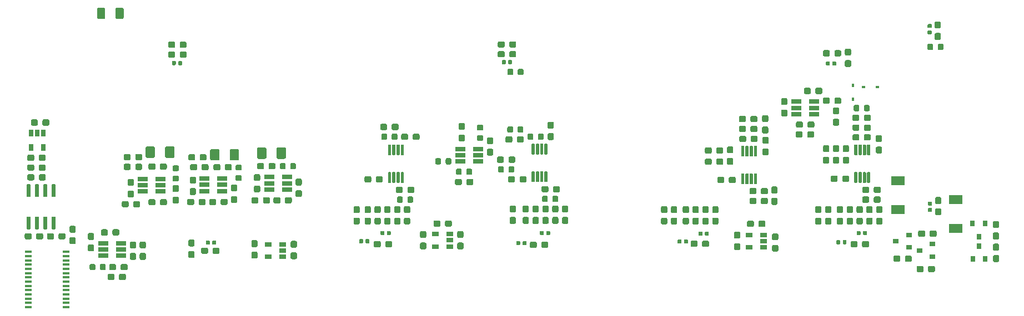
<source format=gbr>
G04 #@! TF.GenerationSoftware,KiCad,Pcbnew,(5.1.5)-3*
G04 #@! TF.CreationDate,2021-03-25T21:43:08+01:00*
G04 #@! TF.ProjectId,tiepieLCR,74696570-6965-44c4-9352-2e6b69636164,rev?*
G04 #@! TF.SameCoordinates,Original*
G04 #@! TF.FileFunction,Paste,Bot*
G04 #@! TF.FilePolarity,Positive*
%FSLAX46Y46*%
G04 Gerber Fmt 4.6, Leading zero omitted, Abs format (unit mm)*
G04 Created by KiCad (PCBNEW (5.1.5)-3) date 2021-03-25 21:43:08*
%MOMM*%
%LPD*%
G04 APERTURE LIST*
%ADD10C,0.100000*%
%ADD11R,1.100000X0.400000*%
%ADD12R,0.650000X1.060000*%
%ADD13R,0.800000X0.900000*%
%ADD14R,0.900000X0.800000*%
%ADD15R,1.060000X0.650000*%
%ADD16R,1.560000X0.650000*%
%ADD17R,2.100000X1.400000*%
%ADD18R,0.450000X0.600000*%
%ADD19R,0.600000X0.450000*%
G04 APERTURE END LIST*
D10*
G36*
X7035779Y-38301144D02*
G01*
X7058834Y-38304563D01*
X7081443Y-38310227D01*
X7103387Y-38318079D01*
X7124457Y-38328044D01*
X7144448Y-38340026D01*
X7163168Y-38353910D01*
X7180438Y-38369562D01*
X7196090Y-38386832D01*
X7209974Y-38405552D01*
X7221956Y-38425543D01*
X7231921Y-38446613D01*
X7239773Y-38468557D01*
X7245437Y-38491166D01*
X7248856Y-38514221D01*
X7250000Y-38537500D01*
X7250000Y-39112500D01*
X7248856Y-39135779D01*
X7245437Y-39158834D01*
X7239773Y-39181443D01*
X7231921Y-39203387D01*
X7221956Y-39224457D01*
X7209974Y-39244448D01*
X7196090Y-39263168D01*
X7180438Y-39280438D01*
X7163168Y-39296090D01*
X7144448Y-39309974D01*
X7124457Y-39321956D01*
X7103387Y-39331921D01*
X7081443Y-39339773D01*
X7058834Y-39345437D01*
X7035779Y-39348856D01*
X7012500Y-39350000D01*
X6537500Y-39350000D01*
X6514221Y-39348856D01*
X6491166Y-39345437D01*
X6468557Y-39339773D01*
X6446613Y-39331921D01*
X6425543Y-39321956D01*
X6405552Y-39309974D01*
X6386832Y-39296090D01*
X6369562Y-39280438D01*
X6353910Y-39263168D01*
X6340026Y-39244448D01*
X6328044Y-39224457D01*
X6318079Y-39203387D01*
X6310227Y-39181443D01*
X6304563Y-39158834D01*
X6301144Y-39135779D01*
X6300000Y-39112500D01*
X6300000Y-38537500D01*
X6301144Y-38514221D01*
X6304563Y-38491166D01*
X6310227Y-38468557D01*
X6318079Y-38446613D01*
X6328044Y-38425543D01*
X6340026Y-38405552D01*
X6353910Y-38386832D01*
X6369562Y-38369562D01*
X6386832Y-38353910D01*
X6405552Y-38340026D01*
X6425543Y-38328044D01*
X6446613Y-38318079D01*
X6468557Y-38310227D01*
X6491166Y-38304563D01*
X6514221Y-38301144D01*
X6537500Y-38300000D01*
X7012500Y-38300000D01*
X7035779Y-38301144D01*
G37*
G36*
X7035779Y-40051144D02*
G01*
X7058834Y-40054563D01*
X7081443Y-40060227D01*
X7103387Y-40068079D01*
X7124457Y-40078044D01*
X7144448Y-40090026D01*
X7163168Y-40103910D01*
X7180438Y-40119562D01*
X7196090Y-40136832D01*
X7209974Y-40155552D01*
X7221956Y-40175543D01*
X7231921Y-40196613D01*
X7239773Y-40218557D01*
X7245437Y-40241166D01*
X7248856Y-40264221D01*
X7250000Y-40287500D01*
X7250000Y-40862500D01*
X7248856Y-40885779D01*
X7245437Y-40908834D01*
X7239773Y-40931443D01*
X7231921Y-40953387D01*
X7221956Y-40974457D01*
X7209974Y-40994448D01*
X7196090Y-41013168D01*
X7180438Y-41030438D01*
X7163168Y-41046090D01*
X7144448Y-41059974D01*
X7124457Y-41071956D01*
X7103387Y-41081921D01*
X7081443Y-41089773D01*
X7058834Y-41095437D01*
X7035779Y-41098856D01*
X7012500Y-41100000D01*
X6537500Y-41100000D01*
X6514221Y-41098856D01*
X6491166Y-41095437D01*
X6468557Y-41089773D01*
X6446613Y-41081921D01*
X6425543Y-41071956D01*
X6405552Y-41059974D01*
X6386832Y-41046090D01*
X6369562Y-41030438D01*
X6353910Y-41013168D01*
X6340026Y-40994448D01*
X6328044Y-40974457D01*
X6318079Y-40953387D01*
X6310227Y-40931443D01*
X6304563Y-40908834D01*
X6301144Y-40885779D01*
X6300000Y-40862500D01*
X6300000Y-40287500D01*
X6301144Y-40264221D01*
X6304563Y-40241166D01*
X6310227Y-40218557D01*
X6318079Y-40196613D01*
X6328044Y-40175543D01*
X6340026Y-40155552D01*
X6353910Y-40136832D01*
X6369562Y-40119562D01*
X6386832Y-40103910D01*
X6405552Y-40090026D01*
X6425543Y-40078044D01*
X6446613Y-40068079D01*
X6468557Y-40060227D01*
X6491166Y-40054563D01*
X6514221Y-40051144D01*
X6537500Y-40050000D01*
X7012500Y-40050000D01*
X7035779Y-40051144D01*
G37*
G36*
X70735779Y-20001144D02*
G01*
X70758834Y-20004563D01*
X70781443Y-20010227D01*
X70803387Y-20018079D01*
X70824457Y-20028044D01*
X70844448Y-20040026D01*
X70863168Y-20053910D01*
X70880438Y-20069562D01*
X70896090Y-20086832D01*
X70909974Y-20105552D01*
X70921956Y-20125543D01*
X70931921Y-20146613D01*
X70939773Y-20168557D01*
X70945437Y-20191166D01*
X70948856Y-20214221D01*
X70950000Y-20237500D01*
X70950000Y-20812500D01*
X70948856Y-20835779D01*
X70945437Y-20858834D01*
X70939773Y-20881443D01*
X70931921Y-20903387D01*
X70921956Y-20924457D01*
X70909974Y-20944448D01*
X70896090Y-20963168D01*
X70880438Y-20980438D01*
X70863168Y-20996090D01*
X70844448Y-21009974D01*
X70824457Y-21021956D01*
X70803387Y-21031921D01*
X70781443Y-21039773D01*
X70758834Y-21045437D01*
X70735779Y-21048856D01*
X70712500Y-21050000D01*
X70237500Y-21050000D01*
X70214221Y-21048856D01*
X70191166Y-21045437D01*
X70168557Y-21039773D01*
X70146613Y-21031921D01*
X70125543Y-21021956D01*
X70105552Y-21009974D01*
X70086832Y-20996090D01*
X70069562Y-20980438D01*
X70053910Y-20963168D01*
X70040026Y-20944448D01*
X70028044Y-20924457D01*
X70018079Y-20903387D01*
X70010227Y-20881443D01*
X70004563Y-20858834D01*
X70001144Y-20835779D01*
X70000000Y-20812500D01*
X70000000Y-20237500D01*
X70001144Y-20214221D01*
X70004563Y-20191166D01*
X70010227Y-20168557D01*
X70018079Y-20146613D01*
X70028044Y-20125543D01*
X70040026Y-20105552D01*
X70053910Y-20086832D01*
X70069562Y-20069562D01*
X70086832Y-20053910D01*
X70105552Y-20040026D01*
X70125543Y-20028044D01*
X70146613Y-20018079D01*
X70168557Y-20010227D01*
X70191166Y-20004563D01*
X70214221Y-20001144D01*
X70237500Y-20000000D01*
X70712500Y-20000000D01*
X70735779Y-20001144D01*
G37*
G36*
X70735779Y-21751144D02*
G01*
X70758834Y-21754563D01*
X70781443Y-21760227D01*
X70803387Y-21768079D01*
X70824457Y-21778044D01*
X70844448Y-21790026D01*
X70863168Y-21803910D01*
X70880438Y-21819562D01*
X70896090Y-21836832D01*
X70909974Y-21855552D01*
X70921956Y-21875543D01*
X70931921Y-21896613D01*
X70939773Y-21918557D01*
X70945437Y-21941166D01*
X70948856Y-21964221D01*
X70950000Y-21987500D01*
X70950000Y-22562500D01*
X70948856Y-22585779D01*
X70945437Y-22608834D01*
X70939773Y-22631443D01*
X70931921Y-22653387D01*
X70921956Y-22674457D01*
X70909974Y-22694448D01*
X70896090Y-22713168D01*
X70880438Y-22730438D01*
X70863168Y-22746090D01*
X70844448Y-22759974D01*
X70824457Y-22771956D01*
X70803387Y-22781921D01*
X70781443Y-22789773D01*
X70758834Y-22795437D01*
X70735779Y-22798856D01*
X70712500Y-22800000D01*
X70237500Y-22800000D01*
X70214221Y-22798856D01*
X70191166Y-22795437D01*
X70168557Y-22789773D01*
X70146613Y-22781921D01*
X70125543Y-22771956D01*
X70105552Y-22759974D01*
X70086832Y-22746090D01*
X70069562Y-22730438D01*
X70053910Y-22713168D01*
X70040026Y-22694448D01*
X70028044Y-22674457D01*
X70018079Y-22653387D01*
X70010227Y-22631443D01*
X70004563Y-22608834D01*
X70001144Y-22585779D01*
X70000000Y-22562500D01*
X70000000Y-21987500D01*
X70001144Y-21964221D01*
X70004563Y-21941166D01*
X70010227Y-21918557D01*
X70018079Y-21896613D01*
X70028044Y-21875543D01*
X70040026Y-21855552D01*
X70053910Y-21836832D01*
X70069562Y-21819562D01*
X70086832Y-21803910D01*
X70105552Y-21790026D01*
X70125543Y-21778044D01*
X70146613Y-21768079D01*
X70168557Y-21760227D01*
X70191166Y-21754563D01*
X70214221Y-21751144D01*
X70237500Y-21750000D01*
X70712500Y-21750000D01*
X70735779Y-21751144D01*
G37*
G36*
X72935779Y-34551144D02*
G01*
X72958834Y-34554563D01*
X72981443Y-34560227D01*
X73003387Y-34568079D01*
X73024457Y-34578044D01*
X73044448Y-34590026D01*
X73063168Y-34603910D01*
X73080438Y-34619562D01*
X73096090Y-34636832D01*
X73109974Y-34655552D01*
X73121956Y-34675543D01*
X73131921Y-34696613D01*
X73139773Y-34718557D01*
X73145437Y-34741166D01*
X73148856Y-34764221D01*
X73150000Y-34787500D01*
X73150000Y-35362500D01*
X73148856Y-35385779D01*
X73145437Y-35408834D01*
X73139773Y-35431443D01*
X73131921Y-35453387D01*
X73121956Y-35474457D01*
X73109974Y-35494448D01*
X73096090Y-35513168D01*
X73080438Y-35530438D01*
X73063168Y-35546090D01*
X73044448Y-35559974D01*
X73024457Y-35571956D01*
X73003387Y-35581921D01*
X72981443Y-35589773D01*
X72958834Y-35595437D01*
X72935779Y-35598856D01*
X72912500Y-35600000D01*
X72437500Y-35600000D01*
X72414221Y-35598856D01*
X72391166Y-35595437D01*
X72368557Y-35589773D01*
X72346613Y-35581921D01*
X72325543Y-35571956D01*
X72305552Y-35559974D01*
X72286832Y-35546090D01*
X72269562Y-35530438D01*
X72253910Y-35513168D01*
X72240026Y-35494448D01*
X72228044Y-35474457D01*
X72218079Y-35453387D01*
X72210227Y-35431443D01*
X72204563Y-35408834D01*
X72201144Y-35385779D01*
X72200000Y-35362500D01*
X72200000Y-34787500D01*
X72201144Y-34764221D01*
X72204563Y-34741166D01*
X72210227Y-34718557D01*
X72218079Y-34696613D01*
X72228044Y-34675543D01*
X72240026Y-34655552D01*
X72253910Y-34636832D01*
X72269562Y-34619562D01*
X72286832Y-34603910D01*
X72305552Y-34590026D01*
X72325543Y-34578044D01*
X72346613Y-34568079D01*
X72368557Y-34560227D01*
X72391166Y-34554563D01*
X72414221Y-34551144D01*
X72437500Y-34550000D01*
X72912500Y-34550000D01*
X72935779Y-34551144D01*
G37*
G36*
X72935779Y-32801144D02*
G01*
X72958834Y-32804563D01*
X72981443Y-32810227D01*
X73003387Y-32818079D01*
X73024457Y-32828044D01*
X73044448Y-32840026D01*
X73063168Y-32853910D01*
X73080438Y-32869562D01*
X73096090Y-32886832D01*
X73109974Y-32905552D01*
X73121956Y-32925543D01*
X73131921Y-32946613D01*
X73139773Y-32968557D01*
X73145437Y-32991166D01*
X73148856Y-33014221D01*
X73150000Y-33037500D01*
X73150000Y-33612500D01*
X73148856Y-33635779D01*
X73145437Y-33658834D01*
X73139773Y-33681443D01*
X73131921Y-33703387D01*
X73121956Y-33724457D01*
X73109974Y-33744448D01*
X73096090Y-33763168D01*
X73080438Y-33780438D01*
X73063168Y-33796090D01*
X73044448Y-33809974D01*
X73024457Y-33821956D01*
X73003387Y-33831921D01*
X72981443Y-33839773D01*
X72958834Y-33845437D01*
X72935779Y-33848856D01*
X72912500Y-33850000D01*
X72437500Y-33850000D01*
X72414221Y-33848856D01*
X72391166Y-33845437D01*
X72368557Y-33839773D01*
X72346613Y-33831921D01*
X72325543Y-33821956D01*
X72305552Y-33809974D01*
X72286832Y-33796090D01*
X72269562Y-33780438D01*
X72253910Y-33763168D01*
X72240026Y-33744448D01*
X72228044Y-33724457D01*
X72218079Y-33703387D01*
X72210227Y-33681443D01*
X72204563Y-33658834D01*
X72201144Y-33635779D01*
X72200000Y-33612500D01*
X72200000Y-33037500D01*
X72201144Y-33014221D01*
X72204563Y-32991166D01*
X72210227Y-32968557D01*
X72218079Y-32946613D01*
X72228044Y-32925543D01*
X72240026Y-32905552D01*
X72253910Y-32886832D01*
X72269562Y-32869562D01*
X72286832Y-32853910D01*
X72305552Y-32840026D01*
X72325543Y-32828044D01*
X72346613Y-32818079D01*
X72368557Y-32810227D01*
X72391166Y-32804563D01*
X72414221Y-32801144D01*
X72437500Y-32800000D01*
X72912500Y-32800000D01*
X72935779Y-32801144D01*
G37*
G36*
X69827691Y-31326053D02*
G01*
X69848926Y-31329203D01*
X69869750Y-31334419D01*
X69889962Y-31341651D01*
X69909368Y-31350830D01*
X69927781Y-31361866D01*
X69945024Y-31374654D01*
X69960930Y-31389070D01*
X69975346Y-31404976D01*
X69988134Y-31422219D01*
X69999170Y-31440632D01*
X70008349Y-31460038D01*
X70015581Y-31480250D01*
X70020797Y-31501074D01*
X70023947Y-31522309D01*
X70025000Y-31543750D01*
X70025000Y-32056250D01*
X70023947Y-32077691D01*
X70020797Y-32098926D01*
X70015581Y-32119750D01*
X70008349Y-32139962D01*
X69999170Y-32159368D01*
X69988134Y-32177781D01*
X69975346Y-32195024D01*
X69960930Y-32210930D01*
X69945024Y-32225346D01*
X69927781Y-32238134D01*
X69909368Y-32249170D01*
X69889962Y-32258349D01*
X69869750Y-32265581D01*
X69848926Y-32270797D01*
X69827691Y-32273947D01*
X69806250Y-32275000D01*
X69368750Y-32275000D01*
X69347309Y-32273947D01*
X69326074Y-32270797D01*
X69305250Y-32265581D01*
X69285038Y-32258349D01*
X69265632Y-32249170D01*
X69247219Y-32238134D01*
X69229976Y-32225346D01*
X69214070Y-32210930D01*
X69199654Y-32195024D01*
X69186866Y-32177781D01*
X69175830Y-32159368D01*
X69166651Y-32139962D01*
X69159419Y-32119750D01*
X69154203Y-32098926D01*
X69151053Y-32077691D01*
X69150000Y-32056250D01*
X69150000Y-31543750D01*
X69151053Y-31522309D01*
X69154203Y-31501074D01*
X69159419Y-31480250D01*
X69166651Y-31460038D01*
X69175830Y-31440632D01*
X69186866Y-31422219D01*
X69199654Y-31404976D01*
X69214070Y-31389070D01*
X69229976Y-31374654D01*
X69247219Y-31361866D01*
X69265632Y-31350830D01*
X69285038Y-31341651D01*
X69305250Y-31334419D01*
X69326074Y-31329203D01*
X69347309Y-31326053D01*
X69368750Y-31325000D01*
X69806250Y-31325000D01*
X69827691Y-31326053D01*
G37*
G36*
X71402691Y-31326053D02*
G01*
X71423926Y-31329203D01*
X71444750Y-31334419D01*
X71464962Y-31341651D01*
X71484368Y-31350830D01*
X71502781Y-31361866D01*
X71520024Y-31374654D01*
X71535930Y-31389070D01*
X71550346Y-31404976D01*
X71563134Y-31422219D01*
X71574170Y-31440632D01*
X71583349Y-31460038D01*
X71590581Y-31480250D01*
X71595797Y-31501074D01*
X71598947Y-31522309D01*
X71600000Y-31543750D01*
X71600000Y-32056250D01*
X71598947Y-32077691D01*
X71595797Y-32098926D01*
X71590581Y-32119750D01*
X71583349Y-32139962D01*
X71574170Y-32159368D01*
X71563134Y-32177781D01*
X71550346Y-32195024D01*
X71535930Y-32210930D01*
X71520024Y-32225346D01*
X71502781Y-32238134D01*
X71484368Y-32249170D01*
X71464962Y-32258349D01*
X71444750Y-32265581D01*
X71423926Y-32270797D01*
X71402691Y-32273947D01*
X71381250Y-32275000D01*
X70943750Y-32275000D01*
X70922309Y-32273947D01*
X70901074Y-32270797D01*
X70880250Y-32265581D01*
X70860038Y-32258349D01*
X70840632Y-32249170D01*
X70822219Y-32238134D01*
X70804976Y-32225346D01*
X70789070Y-32210930D01*
X70774654Y-32195024D01*
X70761866Y-32177781D01*
X70750830Y-32159368D01*
X70741651Y-32139962D01*
X70734419Y-32119750D01*
X70729203Y-32098926D01*
X70726053Y-32077691D01*
X70725000Y-32056250D01*
X70725000Y-31543750D01*
X70726053Y-31522309D01*
X70729203Y-31501074D01*
X70734419Y-31480250D01*
X70741651Y-31460038D01*
X70750830Y-31440632D01*
X70761866Y-31422219D01*
X70774654Y-31404976D01*
X70789070Y-31389070D01*
X70804976Y-31374654D01*
X70822219Y-31361866D01*
X70840632Y-31350830D01*
X70860038Y-31341651D01*
X70880250Y-31334419D01*
X70901074Y-31329203D01*
X70922309Y-31326053D01*
X70943750Y-31325000D01*
X71381250Y-31325000D01*
X71402691Y-31326053D01*
G37*
G36*
X96560779Y-23926144D02*
G01*
X96583834Y-23929563D01*
X96606443Y-23935227D01*
X96628387Y-23943079D01*
X96649457Y-23953044D01*
X96669448Y-23965026D01*
X96688168Y-23978910D01*
X96705438Y-23994562D01*
X96721090Y-24011832D01*
X96734974Y-24030552D01*
X96746956Y-24050543D01*
X96756921Y-24071613D01*
X96764773Y-24093557D01*
X96770437Y-24116166D01*
X96773856Y-24139221D01*
X96775000Y-24162500D01*
X96775000Y-24637500D01*
X96773856Y-24660779D01*
X96770437Y-24683834D01*
X96764773Y-24706443D01*
X96756921Y-24728387D01*
X96746956Y-24749457D01*
X96734974Y-24769448D01*
X96721090Y-24788168D01*
X96705438Y-24805438D01*
X96688168Y-24821090D01*
X96669448Y-24834974D01*
X96649457Y-24846956D01*
X96628387Y-24856921D01*
X96606443Y-24864773D01*
X96583834Y-24870437D01*
X96560779Y-24873856D01*
X96537500Y-24875000D01*
X95962500Y-24875000D01*
X95939221Y-24873856D01*
X95916166Y-24870437D01*
X95893557Y-24864773D01*
X95871613Y-24856921D01*
X95850543Y-24846956D01*
X95830552Y-24834974D01*
X95811832Y-24821090D01*
X95794562Y-24805438D01*
X95778910Y-24788168D01*
X95765026Y-24769448D01*
X95753044Y-24749457D01*
X95743079Y-24728387D01*
X95735227Y-24706443D01*
X95729563Y-24683834D01*
X95726144Y-24660779D01*
X95725000Y-24637500D01*
X95725000Y-24162500D01*
X95726144Y-24139221D01*
X95729563Y-24116166D01*
X95735227Y-24093557D01*
X95743079Y-24071613D01*
X95753044Y-24050543D01*
X95765026Y-24030552D01*
X95778910Y-24011832D01*
X95794562Y-23994562D01*
X95811832Y-23978910D01*
X95830552Y-23965026D01*
X95850543Y-23953044D01*
X95871613Y-23943079D01*
X95893557Y-23935227D01*
X95916166Y-23929563D01*
X95939221Y-23926144D01*
X95962500Y-23925000D01*
X96537500Y-23925000D01*
X96560779Y-23926144D01*
G37*
G36*
X94810779Y-23926144D02*
G01*
X94833834Y-23929563D01*
X94856443Y-23935227D01*
X94878387Y-23943079D01*
X94899457Y-23953044D01*
X94919448Y-23965026D01*
X94938168Y-23978910D01*
X94955438Y-23994562D01*
X94971090Y-24011832D01*
X94984974Y-24030552D01*
X94996956Y-24050543D01*
X95006921Y-24071613D01*
X95014773Y-24093557D01*
X95020437Y-24116166D01*
X95023856Y-24139221D01*
X95025000Y-24162500D01*
X95025000Y-24637500D01*
X95023856Y-24660779D01*
X95020437Y-24683834D01*
X95014773Y-24706443D01*
X95006921Y-24728387D01*
X94996956Y-24749457D01*
X94984974Y-24769448D01*
X94971090Y-24788168D01*
X94955438Y-24805438D01*
X94938168Y-24821090D01*
X94919448Y-24834974D01*
X94899457Y-24846956D01*
X94878387Y-24856921D01*
X94856443Y-24864773D01*
X94833834Y-24870437D01*
X94810779Y-24873856D01*
X94787500Y-24875000D01*
X94212500Y-24875000D01*
X94189221Y-24873856D01*
X94166166Y-24870437D01*
X94143557Y-24864773D01*
X94121613Y-24856921D01*
X94100543Y-24846956D01*
X94080552Y-24834974D01*
X94061832Y-24821090D01*
X94044562Y-24805438D01*
X94028910Y-24788168D01*
X94015026Y-24769448D01*
X94003044Y-24749457D01*
X93993079Y-24728387D01*
X93985227Y-24706443D01*
X93979563Y-24683834D01*
X93976144Y-24660779D01*
X93975000Y-24637500D01*
X93975000Y-24162500D01*
X93976144Y-24139221D01*
X93979563Y-24116166D01*
X93985227Y-24093557D01*
X93993079Y-24071613D01*
X94003044Y-24050543D01*
X94015026Y-24030552D01*
X94028910Y-24011832D01*
X94044562Y-23994562D01*
X94061832Y-23978910D01*
X94080552Y-23965026D01*
X94100543Y-23953044D01*
X94121613Y-23943079D01*
X94143557Y-23935227D01*
X94166166Y-23929563D01*
X94189221Y-23926144D01*
X94212500Y-23925000D01*
X94787500Y-23925000D01*
X94810779Y-23926144D01*
G37*
G36*
X48835779Y-34651144D02*
G01*
X48858834Y-34654563D01*
X48881443Y-34660227D01*
X48903387Y-34668079D01*
X48924457Y-34678044D01*
X48944448Y-34690026D01*
X48963168Y-34703910D01*
X48980438Y-34719562D01*
X48996090Y-34736832D01*
X49009974Y-34755552D01*
X49021956Y-34775543D01*
X49031921Y-34796613D01*
X49039773Y-34818557D01*
X49045437Y-34841166D01*
X49048856Y-34864221D01*
X49050000Y-34887500D01*
X49050000Y-35462500D01*
X49048856Y-35485779D01*
X49045437Y-35508834D01*
X49039773Y-35531443D01*
X49031921Y-35553387D01*
X49021956Y-35574457D01*
X49009974Y-35594448D01*
X48996090Y-35613168D01*
X48980438Y-35630438D01*
X48963168Y-35646090D01*
X48944448Y-35659974D01*
X48924457Y-35671956D01*
X48903387Y-35681921D01*
X48881443Y-35689773D01*
X48858834Y-35695437D01*
X48835779Y-35698856D01*
X48812500Y-35700000D01*
X48337500Y-35700000D01*
X48314221Y-35698856D01*
X48291166Y-35695437D01*
X48268557Y-35689773D01*
X48246613Y-35681921D01*
X48225543Y-35671956D01*
X48205552Y-35659974D01*
X48186832Y-35646090D01*
X48169562Y-35630438D01*
X48153910Y-35613168D01*
X48140026Y-35594448D01*
X48128044Y-35574457D01*
X48118079Y-35553387D01*
X48110227Y-35531443D01*
X48104563Y-35508834D01*
X48101144Y-35485779D01*
X48100000Y-35462500D01*
X48100000Y-34887500D01*
X48101144Y-34864221D01*
X48104563Y-34841166D01*
X48110227Y-34818557D01*
X48118079Y-34796613D01*
X48128044Y-34775543D01*
X48140026Y-34755552D01*
X48153910Y-34736832D01*
X48169562Y-34719562D01*
X48186832Y-34703910D01*
X48205552Y-34690026D01*
X48225543Y-34678044D01*
X48246613Y-34668079D01*
X48268557Y-34660227D01*
X48291166Y-34654563D01*
X48314221Y-34651144D01*
X48337500Y-34650000D01*
X48812500Y-34650000D01*
X48835779Y-34651144D01*
G37*
G36*
X48835779Y-32901144D02*
G01*
X48858834Y-32904563D01*
X48881443Y-32910227D01*
X48903387Y-32918079D01*
X48924457Y-32928044D01*
X48944448Y-32940026D01*
X48963168Y-32953910D01*
X48980438Y-32969562D01*
X48996090Y-32986832D01*
X49009974Y-33005552D01*
X49021956Y-33025543D01*
X49031921Y-33046613D01*
X49039773Y-33068557D01*
X49045437Y-33091166D01*
X49048856Y-33114221D01*
X49050000Y-33137500D01*
X49050000Y-33712500D01*
X49048856Y-33735779D01*
X49045437Y-33758834D01*
X49039773Y-33781443D01*
X49031921Y-33803387D01*
X49021956Y-33824457D01*
X49009974Y-33844448D01*
X48996090Y-33863168D01*
X48980438Y-33880438D01*
X48963168Y-33896090D01*
X48944448Y-33909974D01*
X48924457Y-33921956D01*
X48903387Y-33931921D01*
X48881443Y-33939773D01*
X48858834Y-33945437D01*
X48835779Y-33948856D01*
X48812500Y-33950000D01*
X48337500Y-33950000D01*
X48314221Y-33948856D01*
X48291166Y-33945437D01*
X48268557Y-33939773D01*
X48246613Y-33931921D01*
X48225543Y-33921956D01*
X48205552Y-33909974D01*
X48186832Y-33896090D01*
X48169562Y-33880438D01*
X48153910Y-33863168D01*
X48140026Y-33844448D01*
X48128044Y-33824457D01*
X48118079Y-33803387D01*
X48110227Y-33781443D01*
X48104563Y-33758834D01*
X48101144Y-33735779D01*
X48100000Y-33712500D01*
X48100000Y-33137500D01*
X48101144Y-33114221D01*
X48104563Y-33091166D01*
X48110227Y-33068557D01*
X48118079Y-33046613D01*
X48128044Y-33025543D01*
X48140026Y-33005552D01*
X48153910Y-32986832D01*
X48169562Y-32969562D01*
X48186832Y-32953910D01*
X48205552Y-32940026D01*
X48225543Y-32928044D01*
X48246613Y-32918079D01*
X48268557Y-32910227D01*
X48291166Y-32904563D01*
X48314221Y-32901144D01*
X48337500Y-32900000D01*
X48812500Y-32900000D01*
X48835779Y-32901144D01*
G37*
D11*
X-3450000Y-39875000D03*
X-3450000Y-40525000D03*
X-3450000Y-41175000D03*
X-3450000Y-41825000D03*
X-3450000Y-42475000D03*
X-3450000Y-43125000D03*
X-3450000Y-43775000D03*
X-3450000Y-44425000D03*
X-3450000Y-45075000D03*
X-3450000Y-45725000D03*
X-3450000Y-46375000D03*
X-3450000Y-47025000D03*
X-3450000Y-47675000D03*
X-3450000Y-48325000D03*
X-9150000Y-48325000D03*
X-9150000Y-47675000D03*
X-9150000Y-47025000D03*
X-9150000Y-46375000D03*
X-9150000Y-45725000D03*
X-9150000Y-45075000D03*
X-9150000Y-44425000D03*
X-9150000Y-43775000D03*
X-9150000Y-43125000D03*
X-9150000Y-42475000D03*
X-9150000Y-41825000D03*
X-9150000Y-41175000D03*
X-9150000Y-40525000D03*
X-9150000Y-39875000D03*
D12*
X-8775000Y-23900000D03*
X-6875000Y-23900000D03*
X-6875000Y-21700000D03*
X-7825000Y-21700000D03*
X-8775000Y-21700000D03*
D10*
G36*
X44660779Y-28326144D02*
G01*
X44683834Y-28329563D01*
X44706443Y-28335227D01*
X44728387Y-28343079D01*
X44749457Y-28353044D01*
X44769448Y-28365026D01*
X44788168Y-28378910D01*
X44805438Y-28394562D01*
X44821090Y-28411832D01*
X44834974Y-28430552D01*
X44846956Y-28450543D01*
X44856921Y-28471613D01*
X44864773Y-28493557D01*
X44870437Y-28516166D01*
X44873856Y-28539221D01*
X44875000Y-28562500D01*
X44875000Y-29037500D01*
X44873856Y-29060779D01*
X44870437Y-29083834D01*
X44864773Y-29106443D01*
X44856921Y-29128387D01*
X44846956Y-29149457D01*
X44834974Y-29169448D01*
X44821090Y-29188168D01*
X44805438Y-29205438D01*
X44788168Y-29221090D01*
X44769448Y-29234974D01*
X44749457Y-29246956D01*
X44728387Y-29256921D01*
X44706443Y-29264773D01*
X44683834Y-29270437D01*
X44660779Y-29273856D01*
X44637500Y-29275000D01*
X44062500Y-29275000D01*
X44039221Y-29273856D01*
X44016166Y-29270437D01*
X43993557Y-29264773D01*
X43971613Y-29256921D01*
X43950543Y-29246956D01*
X43930552Y-29234974D01*
X43911832Y-29221090D01*
X43894562Y-29205438D01*
X43878910Y-29188168D01*
X43865026Y-29169448D01*
X43853044Y-29149457D01*
X43843079Y-29128387D01*
X43835227Y-29106443D01*
X43829563Y-29083834D01*
X43826144Y-29060779D01*
X43825000Y-29037500D01*
X43825000Y-28562500D01*
X43826144Y-28539221D01*
X43829563Y-28516166D01*
X43835227Y-28493557D01*
X43843079Y-28471613D01*
X43853044Y-28450543D01*
X43865026Y-28430552D01*
X43878910Y-28411832D01*
X43894562Y-28394562D01*
X43911832Y-28378910D01*
X43930552Y-28365026D01*
X43950543Y-28353044D01*
X43971613Y-28343079D01*
X43993557Y-28335227D01*
X44016166Y-28329563D01*
X44039221Y-28326144D01*
X44062500Y-28325000D01*
X44637500Y-28325000D01*
X44660779Y-28326144D01*
G37*
G36*
X42910779Y-28326144D02*
G01*
X42933834Y-28329563D01*
X42956443Y-28335227D01*
X42978387Y-28343079D01*
X42999457Y-28353044D01*
X43019448Y-28365026D01*
X43038168Y-28378910D01*
X43055438Y-28394562D01*
X43071090Y-28411832D01*
X43084974Y-28430552D01*
X43096956Y-28450543D01*
X43106921Y-28471613D01*
X43114773Y-28493557D01*
X43120437Y-28516166D01*
X43123856Y-28539221D01*
X43125000Y-28562500D01*
X43125000Y-29037500D01*
X43123856Y-29060779D01*
X43120437Y-29083834D01*
X43114773Y-29106443D01*
X43106921Y-29128387D01*
X43096956Y-29149457D01*
X43084974Y-29169448D01*
X43071090Y-29188168D01*
X43055438Y-29205438D01*
X43038168Y-29221090D01*
X43019448Y-29234974D01*
X42999457Y-29246956D01*
X42978387Y-29256921D01*
X42956443Y-29264773D01*
X42933834Y-29270437D01*
X42910779Y-29273856D01*
X42887500Y-29275000D01*
X42312500Y-29275000D01*
X42289221Y-29273856D01*
X42266166Y-29270437D01*
X42243557Y-29264773D01*
X42221613Y-29256921D01*
X42200543Y-29246956D01*
X42180552Y-29234974D01*
X42161832Y-29221090D01*
X42144562Y-29205438D01*
X42128910Y-29188168D01*
X42115026Y-29169448D01*
X42103044Y-29149457D01*
X42093079Y-29128387D01*
X42085227Y-29106443D01*
X42079563Y-29083834D01*
X42076144Y-29060779D01*
X42075000Y-29037500D01*
X42075000Y-28562500D01*
X42076144Y-28539221D01*
X42079563Y-28516166D01*
X42085227Y-28493557D01*
X42093079Y-28471613D01*
X42103044Y-28450543D01*
X42115026Y-28430552D01*
X42128910Y-28411832D01*
X42144562Y-28394562D01*
X42161832Y-28378910D01*
X42180552Y-28365026D01*
X42200543Y-28353044D01*
X42221613Y-28343079D01*
X42243557Y-28335227D01*
X42266166Y-28329563D01*
X42289221Y-28326144D01*
X42312500Y-28325000D01*
X42887500Y-28325000D01*
X42910779Y-28326144D01*
G37*
G36*
X12985779Y-9276144D02*
G01*
X13008834Y-9279563D01*
X13031443Y-9285227D01*
X13053387Y-9293079D01*
X13074457Y-9303044D01*
X13094448Y-9315026D01*
X13113168Y-9328910D01*
X13130438Y-9344562D01*
X13146090Y-9361832D01*
X13159974Y-9380552D01*
X13171956Y-9400543D01*
X13181921Y-9421613D01*
X13189773Y-9443557D01*
X13195437Y-9466166D01*
X13198856Y-9489221D01*
X13200000Y-9512500D01*
X13200000Y-9987500D01*
X13198856Y-10010779D01*
X13195437Y-10033834D01*
X13189773Y-10056443D01*
X13181921Y-10078387D01*
X13171956Y-10099457D01*
X13159974Y-10119448D01*
X13146090Y-10138168D01*
X13130438Y-10155438D01*
X13113168Y-10171090D01*
X13094448Y-10184974D01*
X13074457Y-10196956D01*
X13053387Y-10206921D01*
X13031443Y-10214773D01*
X13008834Y-10220437D01*
X12985779Y-10223856D01*
X12962500Y-10225000D01*
X12387500Y-10225000D01*
X12364221Y-10223856D01*
X12341166Y-10220437D01*
X12318557Y-10214773D01*
X12296613Y-10206921D01*
X12275543Y-10196956D01*
X12255552Y-10184974D01*
X12236832Y-10171090D01*
X12219562Y-10155438D01*
X12203910Y-10138168D01*
X12190026Y-10119448D01*
X12178044Y-10099457D01*
X12168079Y-10078387D01*
X12160227Y-10056443D01*
X12154563Y-10033834D01*
X12151144Y-10010779D01*
X12150000Y-9987500D01*
X12150000Y-9512500D01*
X12151144Y-9489221D01*
X12154563Y-9466166D01*
X12160227Y-9443557D01*
X12168079Y-9421613D01*
X12178044Y-9400543D01*
X12190026Y-9380552D01*
X12203910Y-9361832D01*
X12219562Y-9344562D01*
X12236832Y-9328910D01*
X12255552Y-9315026D01*
X12275543Y-9303044D01*
X12296613Y-9293079D01*
X12318557Y-9285227D01*
X12341166Y-9279563D01*
X12364221Y-9276144D01*
X12387500Y-9275000D01*
X12962500Y-9275000D01*
X12985779Y-9276144D01*
G37*
G36*
X14735779Y-9276144D02*
G01*
X14758834Y-9279563D01*
X14781443Y-9285227D01*
X14803387Y-9293079D01*
X14824457Y-9303044D01*
X14844448Y-9315026D01*
X14863168Y-9328910D01*
X14880438Y-9344562D01*
X14896090Y-9361832D01*
X14909974Y-9380552D01*
X14921956Y-9400543D01*
X14931921Y-9421613D01*
X14939773Y-9443557D01*
X14945437Y-9466166D01*
X14948856Y-9489221D01*
X14950000Y-9512500D01*
X14950000Y-9987500D01*
X14948856Y-10010779D01*
X14945437Y-10033834D01*
X14939773Y-10056443D01*
X14931921Y-10078387D01*
X14921956Y-10099457D01*
X14909974Y-10119448D01*
X14896090Y-10138168D01*
X14880438Y-10155438D01*
X14863168Y-10171090D01*
X14844448Y-10184974D01*
X14824457Y-10196956D01*
X14803387Y-10206921D01*
X14781443Y-10214773D01*
X14758834Y-10220437D01*
X14735779Y-10223856D01*
X14712500Y-10225000D01*
X14137500Y-10225000D01*
X14114221Y-10223856D01*
X14091166Y-10220437D01*
X14068557Y-10214773D01*
X14046613Y-10206921D01*
X14025543Y-10196956D01*
X14005552Y-10184974D01*
X13986832Y-10171090D01*
X13969562Y-10155438D01*
X13953910Y-10138168D01*
X13940026Y-10119448D01*
X13928044Y-10099457D01*
X13918079Y-10078387D01*
X13910227Y-10056443D01*
X13904563Y-10033834D01*
X13901144Y-10010779D01*
X13900000Y-9987500D01*
X13900000Y-9512500D01*
X13901144Y-9489221D01*
X13904563Y-9466166D01*
X13910227Y-9443557D01*
X13918079Y-9421613D01*
X13928044Y-9400543D01*
X13940026Y-9380552D01*
X13953910Y-9361832D01*
X13969562Y-9344562D01*
X13986832Y-9328910D01*
X14005552Y-9315026D01*
X14025543Y-9303044D01*
X14046613Y-9293079D01*
X14068557Y-9285227D01*
X14091166Y-9279563D01*
X14114221Y-9276144D01*
X14137500Y-9275000D01*
X14712500Y-9275000D01*
X14735779Y-9276144D01*
G37*
G36*
X-8489221Y-25026144D02*
G01*
X-8466166Y-25029563D01*
X-8443557Y-25035227D01*
X-8421613Y-25043079D01*
X-8400543Y-25053044D01*
X-8380552Y-25065026D01*
X-8361832Y-25078910D01*
X-8344562Y-25094562D01*
X-8328910Y-25111832D01*
X-8315026Y-25130552D01*
X-8303044Y-25150543D01*
X-8293079Y-25171613D01*
X-8285227Y-25193557D01*
X-8279563Y-25216166D01*
X-8276144Y-25239221D01*
X-8275000Y-25262500D01*
X-8275000Y-25737500D01*
X-8276144Y-25760779D01*
X-8279563Y-25783834D01*
X-8285227Y-25806443D01*
X-8293079Y-25828387D01*
X-8303044Y-25849457D01*
X-8315026Y-25869448D01*
X-8328910Y-25888168D01*
X-8344562Y-25905438D01*
X-8361832Y-25921090D01*
X-8380552Y-25934974D01*
X-8400543Y-25946956D01*
X-8421613Y-25956921D01*
X-8443557Y-25964773D01*
X-8466166Y-25970437D01*
X-8489221Y-25973856D01*
X-8512500Y-25975000D01*
X-9087500Y-25975000D01*
X-9110779Y-25973856D01*
X-9133834Y-25970437D01*
X-9156443Y-25964773D01*
X-9178387Y-25956921D01*
X-9199457Y-25946956D01*
X-9219448Y-25934974D01*
X-9238168Y-25921090D01*
X-9255438Y-25905438D01*
X-9271090Y-25888168D01*
X-9284974Y-25869448D01*
X-9296956Y-25849457D01*
X-9306921Y-25828387D01*
X-9314773Y-25806443D01*
X-9320437Y-25783834D01*
X-9323856Y-25760779D01*
X-9325000Y-25737500D01*
X-9325000Y-25262500D01*
X-9323856Y-25239221D01*
X-9320437Y-25216166D01*
X-9314773Y-25193557D01*
X-9306921Y-25171613D01*
X-9296956Y-25150543D01*
X-9284974Y-25130552D01*
X-9271090Y-25111832D01*
X-9255438Y-25094562D01*
X-9238168Y-25078910D01*
X-9219448Y-25065026D01*
X-9199457Y-25053044D01*
X-9178387Y-25043079D01*
X-9156443Y-25035227D01*
X-9133834Y-25029563D01*
X-9110779Y-25026144D01*
X-9087500Y-25025000D01*
X-8512500Y-25025000D01*
X-8489221Y-25026144D01*
G37*
G36*
X-6739221Y-25026144D02*
G01*
X-6716166Y-25029563D01*
X-6693557Y-25035227D01*
X-6671613Y-25043079D01*
X-6650543Y-25053044D01*
X-6630552Y-25065026D01*
X-6611832Y-25078910D01*
X-6594562Y-25094562D01*
X-6578910Y-25111832D01*
X-6565026Y-25130552D01*
X-6553044Y-25150543D01*
X-6543079Y-25171613D01*
X-6535227Y-25193557D01*
X-6529563Y-25216166D01*
X-6526144Y-25239221D01*
X-6525000Y-25262500D01*
X-6525000Y-25737500D01*
X-6526144Y-25760779D01*
X-6529563Y-25783834D01*
X-6535227Y-25806443D01*
X-6543079Y-25828387D01*
X-6553044Y-25849457D01*
X-6565026Y-25869448D01*
X-6578910Y-25888168D01*
X-6594562Y-25905438D01*
X-6611832Y-25921090D01*
X-6630552Y-25934974D01*
X-6650543Y-25946956D01*
X-6671613Y-25956921D01*
X-6693557Y-25964773D01*
X-6716166Y-25970437D01*
X-6739221Y-25973856D01*
X-6762500Y-25975000D01*
X-7337500Y-25975000D01*
X-7360779Y-25973856D01*
X-7383834Y-25970437D01*
X-7406443Y-25964773D01*
X-7428387Y-25956921D01*
X-7449457Y-25946956D01*
X-7469448Y-25934974D01*
X-7488168Y-25921090D01*
X-7505438Y-25905438D01*
X-7521090Y-25888168D01*
X-7534974Y-25869448D01*
X-7546956Y-25849457D01*
X-7556921Y-25828387D01*
X-7564773Y-25806443D01*
X-7570437Y-25783834D01*
X-7573856Y-25760779D01*
X-7575000Y-25737500D01*
X-7575000Y-25262500D01*
X-7573856Y-25239221D01*
X-7570437Y-25216166D01*
X-7564773Y-25193557D01*
X-7556921Y-25171613D01*
X-7546956Y-25150543D01*
X-7534974Y-25130552D01*
X-7521090Y-25111832D01*
X-7505438Y-25094562D01*
X-7488168Y-25078910D01*
X-7469448Y-25065026D01*
X-7449457Y-25053044D01*
X-7428387Y-25043079D01*
X-7406443Y-25035227D01*
X-7383834Y-25029563D01*
X-7360779Y-25026144D01*
X-7337500Y-25025000D01*
X-6762500Y-25025000D01*
X-6739221Y-25026144D01*
G37*
G36*
X-6189221Y-19651144D02*
G01*
X-6166166Y-19654563D01*
X-6143557Y-19660227D01*
X-6121613Y-19668079D01*
X-6100543Y-19678044D01*
X-6080552Y-19690026D01*
X-6061832Y-19703910D01*
X-6044562Y-19719562D01*
X-6028910Y-19736832D01*
X-6015026Y-19755552D01*
X-6003044Y-19775543D01*
X-5993079Y-19796613D01*
X-5985227Y-19818557D01*
X-5979563Y-19841166D01*
X-5976144Y-19864221D01*
X-5975000Y-19887500D01*
X-5975000Y-20362500D01*
X-5976144Y-20385779D01*
X-5979563Y-20408834D01*
X-5985227Y-20431443D01*
X-5993079Y-20453387D01*
X-6003044Y-20474457D01*
X-6015026Y-20494448D01*
X-6028910Y-20513168D01*
X-6044562Y-20530438D01*
X-6061832Y-20546090D01*
X-6080552Y-20559974D01*
X-6100543Y-20571956D01*
X-6121613Y-20581921D01*
X-6143557Y-20589773D01*
X-6166166Y-20595437D01*
X-6189221Y-20598856D01*
X-6212500Y-20600000D01*
X-6787500Y-20600000D01*
X-6810779Y-20598856D01*
X-6833834Y-20595437D01*
X-6856443Y-20589773D01*
X-6878387Y-20581921D01*
X-6899457Y-20571956D01*
X-6919448Y-20559974D01*
X-6938168Y-20546090D01*
X-6955438Y-20530438D01*
X-6971090Y-20513168D01*
X-6984974Y-20494448D01*
X-6996956Y-20474457D01*
X-7006921Y-20453387D01*
X-7014773Y-20431443D01*
X-7020437Y-20408834D01*
X-7023856Y-20385779D01*
X-7025000Y-20362500D01*
X-7025000Y-19887500D01*
X-7023856Y-19864221D01*
X-7020437Y-19841166D01*
X-7014773Y-19818557D01*
X-7006921Y-19796613D01*
X-6996956Y-19775543D01*
X-6984974Y-19755552D01*
X-6971090Y-19736832D01*
X-6955438Y-19719562D01*
X-6938168Y-19703910D01*
X-6919448Y-19690026D01*
X-6899457Y-19678044D01*
X-6878387Y-19668079D01*
X-6856443Y-19660227D01*
X-6833834Y-19654563D01*
X-6810779Y-19651144D01*
X-6787500Y-19650000D01*
X-6212500Y-19650000D01*
X-6189221Y-19651144D01*
G37*
G36*
X-7939221Y-19651144D02*
G01*
X-7916166Y-19654563D01*
X-7893557Y-19660227D01*
X-7871613Y-19668079D01*
X-7850543Y-19678044D01*
X-7830552Y-19690026D01*
X-7811832Y-19703910D01*
X-7794562Y-19719562D01*
X-7778910Y-19736832D01*
X-7765026Y-19755552D01*
X-7753044Y-19775543D01*
X-7743079Y-19796613D01*
X-7735227Y-19818557D01*
X-7729563Y-19841166D01*
X-7726144Y-19864221D01*
X-7725000Y-19887500D01*
X-7725000Y-20362500D01*
X-7726144Y-20385779D01*
X-7729563Y-20408834D01*
X-7735227Y-20431443D01*
X-7743079Y-20453387D01*
X-7753044Y-20474457D01*
X-7765026Y-20494448D01*
X-7778910Y-20513168D01*
X-7794562Y-20530438D01*
X-7811832Y-20546090D01*
X-7830552Y-20559974D01*
X-7850543Y-20571956D01*
X-7871613Y-20581921D01*
X-7893557Y-20589773D01*
X-7916166Y-20595437D01*
X-7939221Y-20598856D01*
X-7962500Y-20600000D01*
X-8537500Y-20600000D01*
X-8560779Y-20598856D01*
X-8583834Y-20595437D01*
X-8606443Y-20589773D01*
X-8628387Y-20581921D01*
X-8649457Y-20571956D01*
X-8669448Y-20559974D01*
X-8688168Y-20546090D01*
X-8705438Y-20530438D01*
X-8721090Y-20513168D01*
X-8734974Y-20494448D01*
X-8746956Y-20474457D01*
X-8756921Y-20453387D01*
X-8764773Y-20431443D01*
X-8770437Y-20408834D01*
X-8773856Y-20385779D01*
X-8775000Y-20362500D01*
X-8775000Y-19887500D01*
X-8773856Y-19864221D01*
X-8770437Y-19841166D01*
X-8764773Y-19818557D01*
X-8756921Y-19796613D01*
X-8746956Y-19775543D01*
X-8734974Y-19755552D01*
X-8721090Y-19736832D01*
X-8705438Y-19719562D01*
X-8688168Y-19703910D01*
X-8669448Y-19690026D01*
X-8649457Y-19678044D01*
X-8628387Y-19668079D01*
X-8606443Y-19660227D01*
X-8583834Y-19654563D01*
X-8560779Y-19651144D01*
X-8537500Y-19650000D01*
X-7962500Y-19650000D01*
X-7939221Y-19651144D01*
G37*
G36*
X46085779Y-38226144D02*
G01*
X46108834Y-38229563D01*
X46131443Y-38235227D01*
X46153387Y-38243079D01*
X46174457Y-38253044D01*
X46194448Y-38265026D01*
X46213168Y-38278910D01*
X46230438Y-38294562D01*
X46246090Y-38311832D01*
X46259974Y-38330552D01*
X46271956Y-38350543D01*
X46281921Y-38371613D01*
X46289773Y-38393557D01*
X46295437Y-38416166D01*
X46298856Y-38439221D01*
X46300000Y-38462500D01*
X46300000Y-38937500D01*
X46298856Y-38960779D01*
X46295437Y-38983834D01*
X46289773Y-39006443D01*
X46281921Y-39028387D01*
X46271956Y-39049457D01*
X46259974Y-39069448D01*
X46246090Y-39088168D01*
X46230438Y-39105438D01*
X46213168Y-39121090D01*
X46194448Y-39134974D01*
X46174457Y-39146956D01*
X46153387Y-39156921D01*
X46131443Y-39164773D01*
X46108834Y-39170437D01*
X46085779Y-39173856D01*
X46062500Y-39175000D01*
X45487500Y-39175000D01*
X45464221Y-39173856D01*
X45441166Y-39170437D01*
X45418557Y-39164773D01*
X45396613Y-39156921D01*
X45375543Y-39146956D01*
X45355552Y-39134974D01*
X45336832Y-39121090D01*
X45319562Y-39105438D01*
X45303910Y-39088168D01*
X45290026Y-39069448D01*
X45278044Y-39049457D01*
X45268079Y-39028387D01*
X45260227Y-39006443D01*
X45254563Y-38983834D01*
X45251144Y-38960779D01*
X45250000Y-38937500D01*
X45250000Y-38462500D01*
X45251144Y-38439221D01*
X45254563Y-38416166D01*
X45260227Y-38393557D01*
X45268079Y-38371613D01*
X45278044Y-38350543D01*
X45290026Y-38330552D01*
X45303910Y-38311832D01*
X45319562Y-38294562D01*
X45336832Y-38278910D01*
X45355552Y-38265026D01*
X45375543Y-38253044D01*
X45396613Y-38243079D01*
X45418557Y-38235227D01*
X45441166Y-38229563D01*
X45464221Y-38226144D01*
X45487500Y-38225000D01*
X46062500Y-38225000D01*
X46085779Y-38226144D01*
G37*
G36*
X44335779Y-38226144D02*
G01*
X44358834Y-38229563D01*
X44381443Y-38235227D01*
X44403387Y-38243079D01*
X44424457Y-38253044D01*
X44444448Y-38265026D01*
X44463168Y-38278910D01*
X44480438Y-38294562D01*
X44496090Y-38311832D01*
X44509974Y-38330552D01*
X44521956Y-38350543D01*
X44531921Y-38371613D01*
X44539773Y-38393557D01*
X44545437Y-38416166D01*
X44548856Y-38439221D01*
X44550000Y-38462500D01*
X44550000Y-38937500D01*
X44548856Y-38960779D01*
X44545437Y-38983834D01*
X44539773Y-39006443D01*
X44531921Y-39028387D01*
X44521956Y-39049457D01*
X44509974Y-39069448D01*
X44496090Y-39088168D01*
X44480438Y-39105438D01*
X44463168Y-39121090D01*
X44444448Y-39134974D01*
X44424457Y-39146956D01*
X44403387Y-39156921D01*
X44381443Y-39164773D01*
X44358834Y-39170437D01*
X44335779Y-39173856D01*
X44312500Y-39175000D01*
X43737500Y-39175000D01*
X43714221Y-39173856D01*
X43691166Y-39170437D01*
X43668557Y-39164773D01*
X43646613Y-39156921D01*
X43625543Y-39146956D01*
X43605552Y-39134974D01*
X43586832Y-39121090D01*
X43569562Y-39105438D01*
X43553910Y-39088168D01*
X43540026Y-39069448D01*
X43528044Y-39049457D01*
X43518079Y-39028387D01*
X43510227Y-39006443D01*
X43504563Y-38983834D01*
X43501144Y-38960779D01*
X43500000Y-38937500D01*
X43500000Y-38462500D01*
X43501144Y-38439221D01*
X43504563Y-38416166D01*
X43510227Y-38393557D01*
X43518079Y-38371613D01*
X43528044Y-38350543D01*
X43540026Y-38330552D01*
X43553910Y-38311832D01*
X43569562Y-38294562D01*
X43586832Y-38278910D01*
X43605552Y-38265026D01*
X43625543Y-38253044D01*
X43646613Y-38243079D01*
X43668557Y-38235227D01*
X43691166Y-38229563D01*
X43714221Y-38226144D01*
X43737500Y-38225000D01*
X44312500Y-38225000D01*
X44335779Y-38226144D01*
G37*
G36*
X69885779Y-38326144D02*
G01*
X69908834Y-38329563D01*
X69931443Y-38335227D01*
X69953387Y-38343079D01*
X69974457Y-38353044D01*
X69994448Y-38365026D01*
X70013168Y-38378910D01*
X70030438Y-38394562D01*
X70046090Y-38411832D01*
X70059974Y-38430552D01*
X70071956Y-38450543D01*
X70081921Y-38471613D01*
X70089773Y-38493557D01*
X70095437Y-38516166D01*
X70098856Y-38539221D01*
X70100000Y-38562500D01*
X70100000Y-39037500D01*
X70098856Y-39060779D01*
X70095437Y-39083834D01*
X70089773Y-39106443D01*
X70081921Y-39128387D01*
X70071956Y-39149457D01*
X70059974Y-39169448D01*
X70046090Y-39188168D01*
X70030438Y-39205438D01*
X70013168Y-39221090D01*
X69994448Y-39234974D01*
X69974457Y-39246956D01*
X69953387Y-39256921D01*
X69931443Y-39264773D01*
X69908834Y-39270437D01*
X69885779Y-39273856D01*
X69862500Y-39275000D01*
X69287500Y-39275000D01*
X69264221Y-39273856D01*
X69241166Y-39270437D01*
X69218557Y-39264773D01*
X69196613Y-39256921D01*
X69175543Y-39246956D01*
X69155552Y-39234974D01*
X69136832Y-39221090D01*
X69119562Y-39205438D01*
X69103910Y-39188168D01*
X69090026Y-39169448D01*
X69078044Y-39149457D01*
X69068079Y-39128387D01*
X69060227Y-39106443D01*
X69054563Y-39083834D01*
X69051144Y-39060779D01*
X69050000Y-39037500D01*
X69050000Y-38562500D01*
X69051144Y-38539221D01*
X69054563Y-38516166D01*
X69060227Y-38493557D01*
X69068079Y-38471613D01*
X69078044Y-38450543D01*
X69090026Y-38430552D01*
X69103910Y-38411832D01*
X69119562Y-38394562D01*
X69136832Y-38378910D01*
X69155552Y-38365026D01*
X69175543Y-38353044D01*
X69196613Y-38343079D01*
X69218557Y-38335227D01*
X69241166Y-38329563D01*
X69264221Y-38326144D01*
X69287500Y-38325000D01*
X69862500Y-38325000D01*
X69885779Y-38326144D01*
G37*
G36*
X68135779Y-38326144D02*
G01*
X68158834Y-38329563D01*
X68181443Y-38335227D01*
X68203387Y-38343079D01*
X68224457Y-38353044D01*
X68244448Y-38365026D01*
X68263168Y-38378910D01*
X68280438Y-38394562D01*
X68296090Y-38411832D01*
X68309974Y-38430552D01*
X68321956Y-38450543D01*
X68331921Y-38471613D01*
X68339773Y-38493557D01*
X68345437Y-38516166D01*
X68348856Y-38539221D01*
X68350000Y-38562500D01*
X68350000Y-39037500D01*
X68348856Y-39060779D01*
X68345437Y-39083834D01*
X68339773Y-39106443D01*
X68331921Y-39128387D01*
X68321956Y-39149457D01*
X68309974Y-39169448D01*
X68296090Y-39188168D01*
X68280438Y-39205438D01*
X68263168Y-39221090D01*
X68244448Y-39234974D01*
X68224457Y-39246956D01*
X68203387Y-39256921D01*
X68181443Y-39264773D01*
X68158834Y-39270437D01*
X68135779Y-39273856D01*
X68112500Y-39275000D01*
X67537500Y-39275000D01*
X67514221Y-39273856D01*
X67491166Y-39270437D01*
X67468557Y-39264773D01*
X67446613Y-39256921D01*
X67425543Y-39246956D01*
X67405552Y-39234974D01*
X67386832Y-39221090D01*
X67369562Y-39205438D01*
X67353910Y-39188168D01*
X67340026Y-39169448D01*
X67328044Y-39149457D01*
X67318079Y-39128387D01*
X67310227Y-39106443D01*
X67304563Y-39083834D01*
X67301144Y-39060779D01*
X67300000Y-39037500D01*
X67300000Y-38562500D01*
X67301144Y-38539221D01*
X67304563Y-38516166D01*
X67310227Y-38493557D01*
X67318079Y-38471613D01*
X67328044Y-38450543D01*
X67340026Y-38430552D01*
X67353910Y-38411832D01*
X67369562Y-38394562D01*
X67386832Y-38378910D01*
X67405552Y-38365026D01*
X67425543Y-38353044D01*
X67446613Y-38343079D01*
X67468557Y-38335227D01*
X67491166Y-38329563D01*
X67514221Y-38326144D01*
X67537500Y-38325000D01*
X68112500Y-38325000D01*
X68135779Y-38326144D01*
G37*
G36*
X44335779Y-34651144D02*
G01*
X44358834Y-34654563D01*
X44381443Y-34660227D01*
X44403387Y-34668079D01*
X44424457Y-34678044D01*
X44444448Y-34690026D01*
X44463168Y-34703910D01*
X44480438Y-34719562D01*
X44496090Y-34736832D01*
X44509974Y-34755552D01*
X44521956Y-34775543D01*
X44531921Y-34796613D01*
X44539773Y-34818557D01*
X44545437Y-34841166D01*
X44548856Y-34864221D01*
X44550000Y-34887500D01*
X44550000Y-35462500D01*
X44548856Y-35485779D01*
X44545437Y-35508834D01*
X44539773Y-35531443D01*
X44531921Y-35553387D01*
X44521956Y-35574457D01*
X44509974Y-35594448D01*
X44496090Y-35613168D01*
X44480438Y-35630438D01*
X44463168Y-35646090D01*
X44444448Y-35659974D01*
X44424457Y-35671956D01*
X44403387Y-35681921D01*
X44381443Y-35689773D01*
X44358834Y-35695437D01*
X44335779Y-35698856D01*
X44312500Y-35700000D01*
X43837500Y-35700000D01*
X43814221Y-35698856D01*
X43791166Y-35695437D01*
X43768557Y-35689773D01*
X43746613Y-35681921D01*
X43725543Y-35671956D01*
X43705552Y-35659974D01*
X43686832Y-35646090D01*
X43669562Y-35630438D01*
X43653910Y-35613168D01*
X43640026Y-35594448D01*
X43628044Y-35574457D01*
X43618079Y-35553387D01*
X43610227Y-35531443D01*
X43604563Y-35508834D01*
X43601144Y-35485779D01*
X43600000Y-35462500D01*
X43600000Y-34887500D01*
X43601144Y-34864221D01*
X43604563Y-34841166D01*
X43610227Y-34818557D01*
X43618079Y-34796613D01*
X43628044Y-34775543D01*
X43640026Y-34755552D01*
X43653910Y-34736832D01*
X43669562Y-34719562D01*
X43686832Y-34703910D01*
X43705552Y-34690026D01*
X43725543Y-34678044D01*
X43746613Y-34668079D01*
X43768557Y-34660227D01*
X43791166Y-34654563D01*
X43814221Y-34651144D01*
X43837500Y-34650000D01*
X44312500Y-34650000D01*
X44335779Y-34651144D01*
G37*
G36*
X44335779Y-32901144D02*
G01*
X44358834Y-32904563D01*
X44381443Y-32910227D01*
X44403387Y-32918079D01*
X44424457Y-32928044D01*
X44444448Y-32940026D01*
X44463168Y-32953910D01*
X44480438Y-32969562D01*
X44496090Y-32986832D01*
X44509974Y-33005552D01*
X44521956Y-33025543D01*
X44531921Y-33046613D01*
X44539773Y-33068557D01*
X44545437Y-33091166D01*
X44548856Y-33114221D01*
X44550000Y-33137500D01*
X44550000Y-33712500D01*
X44548856Y-33735779D01*
X44545437Y-33758834D01*
X44539773Y-33781443D01*
X44531921Y-33803387D01*
X44521956Y-33824457D01*
X44509974Y-33844448D01*
X44496090Y-33863168D01*
X44480438Y-33880438D01*
X44463168Y-33896090D01*
X44444448Y-33909974D01*
X44424457Y-33921956D01*
X44403387Y-33931921D01*
X44381443Y-33939773D01*
X44358834Y-33945437D01*
X44335779Y-33948856D01*
X44312500Y-33950000D01*
X43837500Y-33950000D01*
X43814221Y-33948856D01*
X43791166Y-33945437D01*
X43768557Y-33939773D01*
X43746613Y-33931921D01*
X43725543Y-33921956D01*
X43705552Y-33909974D01*
X43686832Y-33896090D01*
X43669562Y-33880438D01*
X43653910Y-33863168D01*
X43640026Y-33844448D01*
X43628044Y-33824457D01*
X43618079Y-33803387D01*
X43610227Y-33781443D01*
X43604563Y-33758834D01*
X43601144Y-33735779D01*
X43600000Y-33712500D01*
X43600000Y-33137500D01*
X43601144Y-33114221D01*
X43604563Y-33091166D01*
X43610227Y-33068557D01*
X43618079Y-33046613D01*
X43628044Y-33025543D01*
X43640026Y-33005552D01*
X43653910Y-32986832D01*
X43669562Y-32969562D01*
X43686832Y-32953910D01*
X43705552Y-32940026D01*
X43725543Y-32928044D01*
X43746613Y-32918079D01*
X43768557Y-32910227D01*
X43791166Y-32904563D01*
X43814221Y-32901144D01*
X43837500Y-32900000D01*
X44312500Y-32900000D01*
X44335779Y-32901144D01*
G37*
G36*
X68435779Y-32801144D02*
G01*
X68458834Y-32804563D01*
X68481443Y-32810227D01*
X68503387Y-32818079D01*
X68524457Y-32828044D01*
X68544448Y-32840026D01*
X68563168Y-32853910D01*
X68580438Y-32869562D01*
X68596090Y-32886832D01*
X68609974Y-32905552D01*
X68621956Y-32925543D01*
X68631921Y-32946613D01*
X68639773Y-32968557D01*
X68645437Y-32991166D01*
X68648856Y-33014221D01*
X68650000Y-33037500D01*
X68650000Y-33612500D01*
X68648856Y-33635779D01*
X68645437Y-33658834D01*
X68639773Y-33681443D01*
X68631921Y-33703387D01*
X68621956Y-33724457D01*
X68609974Y-33744448D01*
X68596090Y-33763168D01*
X68580438Y-33780438D01*
X68563168Y-33796090D01*
X68544448Y-33809974D01*
X68524457Y-33821956D01*
X68503387Y-33831921D01*
X68481443Y-33839773D01*
X68458834Y-33845437D01*
X68435779Y-33848856D01*
X68412500Y-33850000D01*
X67937500Y-33850000D01*
X67914221Y-33848856D01*
X67891166Y-33845437D01*
X67868557Y-33839773D01*
X67846613Y-33831921D01*
X67825543Y-33821956D01*
X67805552Y-33809974D01*
X67786832Y-33796090D01*
X67769562Y-33780438D01*
X67753910Y-33763168D01*
X67740026Y-33744448D01*
X67728044Y-33724457D01*
X67718079Y-33703387D01*
X67710227Y-33681443D01*
X67704563Y-33658834D01*
X67701144Y-33635779D01*
X67700000Y-33612500D01*
X67700000Y-33037500D01*
X67701144Y-33014221D01*
X67704563Y-32991166D01*
X67710227Y-32968557D01*
X67718079Y-32946613D01*
X67728044Y-32925543D01*
X67740026Y-32905552D01*
X67753910Y-32886832D01*
X67769562Y-32869562D01*
X67786832Y-32853910D01*
X67805552Y-32840026D01*
X67825543Y-32828044D01*
X67846613Y-32818079D01*
X67868557Y-32810227D01*
X67891166Y-32804563D01*
X67914221Y-32801144D01*
X67937500Y-32800000D01*
X68412500Y-32800000D01*
X68435779Y-32801144D01*
G37*
G36*
X68435779Y-34551144D02*
G01*
X68458834Y-34554563D01*
X68481443Y-34560227D01*
X68503387Y-34568079D01*
X68524457Y-34578044D01*
X68544448Y-34590026D01*
X68563168Y-34603910D01*
X68580438Y-34619562D01*
X68596090Y-34636832D01*
X68609974Y-34655552D01*
X68621956Y-34675543D01*
X68631921Y-34696613D01*
X68639773Y-34718557D01*
X68645437Y-34741166D01*
X68648856Y-34764221D01*
X68650000Y-34787500D01*
X68650000Y-35362500D01*
X68648856Y-35385779D01*
X68645437Y-35408834D01*
X68639773Y-35431443D01*
X68631921Y-35453387D01*
X68621956Y-35474457D01*
X68609974Y-35494448D01*
X68596090Y-35513168D01*
X68580438Y-35530438D01*
X68563168Y-35546090D01*
X68544448Y-35559974D01*
X68524457Y-35571956D01*
X68503387Y-35581921D01*
X68481443Y-35589773D01*
X68458834Y-35595437D01*
X68435779Y-35598856D01*
X68412500Y-35600000D01*
X67937500Y-35600000D01*
X67914221Y-35598856D01*
X67891166Y-35595437D01*
X67868557Y-35589773D01*
X67846613Y-35581921D01*
X67825543Y-35571956D01*
X67805552Y-35559974D01*
X67786832Y-35546090D01*
X67769562Y-35530438D01*
X67753910Y-35513168D01*
X67740026Y-35494448D01*
X67728044Y-35474457D01*
X67718079Y-35453387D01*
X67710227Y-35431443D01*
X67704563Y-35408834D01*
X67701144Y-35385779D01*
X67700000Y-35362500D01*
X67700000Y-34787500D01*
X67701144Y-34764221D01*
X67704563Y-34741166D01*
X67710227Y-34718557D01*
X67718079Y-34696613D01*
X67728044Y-34675543D01*
X67740026Y-34655552D01*
X67753910Y-34636832D01*
X67769562Y-34619562D01*
X67786832Y-34603910D01*
X67805552Y-34590026D01*
X67825543Y-34578044D01*
X67846613Y-34568079D01*
X67868557Y-34560227D01*
X67891166Y-34554563D01*
X67914221Y-34551144D01*
X67937500Y-34550000D01*
X68412500Y-34550000D01*
X68435779Y-34551144D01*
G37*
G36*
X71660779Y-29826144D02*
G01*
X71683834Y-29829563D01*
X71706443Y-29835227D01*
X71728387Y-29843079D01*
X71749457Y-29853044D01*
X71769448Y-29865026D01*
X71788168Y-29878910D01*
X71805438Y-29894562D01*
X71821090Y-29911832D01*
X71834974Y-29930552D01*
X71846956Y-29950543D01*
X71856921Y-29971613D01*
X71864773Y-29993557D01*
X71870437Y-30016166D01*
X71873856Y-30039221D01*
X71875000Y-30062500D01*
X71875000Y-30537500D01*
X71873856Y-30560779D01*
X71870437Y-30583834D01*
X71864773Y-30606443D01*
X71856921Y-30628387D01*
X71846956Y-30649457D01*
X71834974Y-30669448D01*
X71821090Y-30688168D01*
X71805438Y-30705438D01*
X71788168Y-30721090D01*
X71769448Y-30734974D01*
X71749457Y-30746956D01*
X71728387Y-30756921D01*
X71706443Y-30764773D01*
X71683834Y-30770437D01*
X71660779Y-30773856D01*
X71637500Y-30775000D01*
X71062500Y-30775000D01*
X71039221Y-30773856D01*
X71016166Y-30770437D01*
X70993557Y-30764773D01*
X70971613Y-30756921D01*
X70950543Y-30746956D01*
X70930552Y-30734974D01*
X70911832Y-30721090D01*
X70894562Y-30705438D01*
X70878910Y-30688168D01*
X70865026Y-30669448D01*
X70853044Y-30649457D01*
X70843079Y-30628387D01*
X70835227Y-30606443D01*
X70829563Y-30583834D01*
X70826144Y-30560779D01*
X70825000Y-30537500D01*
X70825000Y-30062500D01*
X70826144Y-30039221D01*
X70829563Y-30016166D01*
X70835227Y-29993557D01*
X70843079Y-29971613D01*
X70853044Y-29950543D01*
X70865026Y-29930552D01*
X70878910Y-29911832D01*
X70894562Y-29894562D01*
X70911832Y-29878910D01*
X70930552Y-29865026D01*
X70950543Y-29853044D01*
X70971613Y-29843079D01*
X70993557Y-29835227D01*
X71016166Y-29829563D01*
X71039221Y-29826144D01*
X71062500Y-29825000D01*
X71637500Y-29825000D01*
X71660779Y-29826144D01*
G37*
G36*
X69910779Y-29826144D02*
G01*
X69933834Y-29829563D01*
X69956443Y-29835227D01*
X69978387Y-29843079D01*
X69999457Y-29853044D01*
X70019448Y-29865026D01*
X70038168Y-29878910D01*
X70055438Y-29894562D01*
X70071090Y-29911832D01*
X70084974Y-29930552D01*
X70096956Y-29950543D01*
X70106921Y-29971613D01*
X70114773Y-29993557D01*
X70120437Y-30016166D01*
X70123856Y-30039221D01*
X70125000Y-30062500D01*
X70125000Y-30537500D01*
X70123856Y-30560779D01*
X70120437Y-30583834D01*
X70114773Y-30606443D01*
X70106921Y-30628387D01*
X70096956Y-30649457D01*
X70084974Y-30669448D01*
X70071090Y-30688168D01*
X70055438Y-30705438D01*
X70038168Y-30721090D01*
X70019448Y-30734974D01*
X69999457Y-30746956D01*
X69978387Y-30756921D01*
X69956443Y-30764773D01*
X69933834Y-30770437D01*
X69910779Y-30773856D01*
X69887500Y-30775000D01*
X69312500Y-30775000D01*
X69289221Y-30773856D01*
X69266166Y-30770437D01*
X69243557Y-30764773D01*
X69221613Y-30756921D01*
X69200543Y-30746956D01*
X69180552Y-30734974D01*
X69161832Y-30721090D01*
X69144562Y-30705438D01*
X69128910Y-30688168D01*
X69115026Y-30669448D01*
X69103044Y-30649457D01*
X69093079Y-30628387D01*
X69085227Y-30606443D01*
X69079563Y-30583834D01*
X69076144Y-30560779D01*
X69075000Y-30537500D01*
X69075000Y-30062500D01*
X69076144Y-30039221D01*
X69079563Y-30016166D01*
X69085227Y-29993557D01*
X69093079Y-29971613D01*
X69103044Y-29950543D01*
X69115026Y-29930552D01*
X69128910Y-29911832D01*
X69144562Y-29894562D01*
X69161832Y-29878910D01*
X69180552Y-29865026D01*
X69200543Y-29853044D01*
X69221613Y-29843079D01*
X69243557Y-29835227D01*
X69266166Y-29829563D01*
X69289221Y-29826144D01*
X69312500Y-29825000D01*
X69887500Y-29825000D01*
X69910779Y-29826144D01*
G37*
G36*
X56960779Y-38451144D02*
G01*
X56983834Y-38454563D01*
X57006443Y-38460227D01*
X57028387Y-38468079D01*
X57049457Y-38478044D01*
X57069448Y-38490026D01*
X57088168Y-38503910D01*
X57105438Y-38519562D01*
X57121090Y-38536832D01*
X57134974Y-38555552D01*
X57146956Y-38575543D01*
X57156921Y-38596613D01*
X57164773Y-38618557D01*
X57170437Y-38641166D01*
X57173856Y-38664221D01*
X57175000Y-38687500D01*
X57175000Y-39262500D01*
X57173856Y-39285779D01*
X57170437Y-39308834D01*
X57164773Y-39331443D01*
X57156921Y-39353387D01*
X57146956Y-39374457D01*
X57134974Y-39394448D01*
X57121090Y-39413168D01*
X57105438Y-39430438D01*
X57088168Y-39446090D01*
X57069448Y-39459974D01*
X57049457Y-39471956D01*
X57028387Y-39481921D01*
X57006443Y-39489773D01*
X56983834Y-39495437D01*
X56960779Y-39498856D01*
X56937500Y-39500000D01*
X56462500Y-39500000D01*
X56439221Y-39498856D01*
X56416166Y-39495437D01*
X56393557Y-39489773D01*
X56371613Y-39481921D01*
X56350543Y-39471956D01*
X56330552Y-39459974D01*
X56311832Y-39446090D01*
X56294562Y-39430438D01*
X56278910Y-39413168D01*
X56265026Y-39394448D01*
X56253044Y-39374457D01*
X56243079Y-39353387D01*
X56235227Y-39331443D01*
X56229563Y-39308834D01*
X56226144Y-39285779D01*
X56225000Y-39262500D01*
X56225000Y-38687500D01*
X56226144Y-38664221D01*
X56229563Y-38641166D01*
X56235227Y-38618557D01*
X56243079Y-38596613D01*
X56253044Y-38575543D01*
X56265026Y-38555552D01*
X56278910Y-38536832D01*
X56294562Y-38519562D01*
X56311832Y-38503910D01*
X56330552Y-38490026D01*
X56350543Y-38478044D01*
X56371613Y-38468079D01*
X56393557Y-38460227D01*
X56416166Y-38454563D01*
X56439221Y-38451144D01*
X56462500Y-38450000D01*
X56937500Y-38450000D01*
X56960779Y-38451144D01*
G37*
G36*
X56960779Y-36701144D02*
G01*
X56983834Y-36704563D01*
X57006443Y-36710227D01*
X57028387Y-36718079D01*
X57049457Y-36728044D01*
X57069448Y-36740026D01*
X57088168Y-36753910D01*
X57105438Y-36769562D01*
X57121090Y-36786832D01*
X57134974Y-36805552D01*
X57146956Y-36825543D01*
X57156921Y-36846613D01*
X57164773Y-36868557D01*
X57170437Y-36891166D01*
X57173856Y-36914221D01*
X57175000Y-36937500D01*
X57175000Y-37512500D01*
X57173856Y-37535779D01*
X57170437Y-37558834D01*
X57164773Y-37581443D01*
X57156921Y-37603387D01*
X57146956Y-37624457D01*
X57134974Y-37644448D01*
X57121090Y-37663168D01*
X57105438Y-37680438D01*
X57088168Y-37696090D01*
X57069448Y-37709974D01*
X57049457Y-37721956D01*
X57028387Y-37731921D01*
X57006443Y-37739773D01*
X56983834Y-37745437D01*
X56960779Y-37748856D01*
X56937500Y-37750000D01*
X56462500Y-37750000D01*
X56439221Y-37748856D01*
X56416166Y-37745437D01*
X56393557Y-37739773D01*
X56371613Y-37731921D01*
X56350543Y-37721956D01*
X56330552Y-37709974D01*
X56311832Y-37696090D01*
X56294562Y-37680438D01*
X56278910Y-37663168D01*
X56265026Y-37644448D01*
X56253044Y-37624457D01*
X56243079Y-37603387D01*
X56235227Y-37581443D01*
X56229563Y-37558834D01*
X56226144Y-37535779D01*
X56225000Y-37512500D01*
X56225000Y-36937500D01*
X56226144Y-36914221D01*
X56229563Y-36891166D01*
X56235227Y-36868557D01*
X56243079Y-36846613D01*
X56253044Y-36825543D01*
X56265026Y-36805552D01*
X56278910Y-36786832D01*
X56294562Y-36769562D01*
X56311832Y-36753910D01*
X56330552Y-36740026D01*
X56350543Y-36728044D01*
X56371613Y-36718079D01*
X56393557Y-36710227D01*
X56416166Y-36704563D01*
X56439221Y-36701144D01*
X56462500Y-36700000D01*
X56937500Y-36700000D01*
X56960779Y-36701144D01*
G37*
G36*
X64810779Y-28326144D02*
G01*
X64833834Y-28329563D01*
X64856443Y-28335227D01*
X64878387Y-28343079D01*
X64899457Y-28353044D01*
X64919448Y-28365026D01*
X64938168Y-28378910D01*
X64955438Y-28394562D01*
X64971090Y-28411832D01*
X64984974Y-28430552D01*
X64996956Y-28450543D01*
X65006921Y-28471613D01*
X65014773Y-28493557D01*
X65020437Y-28516166D01*
X65023856Y-28539221D01*
X65025000Y-28562500D01*
X65025000Y-29037500D01*
X65023856Y-29060779D01*
X65020437Y-29083834D01*
X65014773Y-29106443D01*
X65006921Y-29128387D01*
X64996956Y-29149457D01*
X64984974Y-29169448D01*
X64971090Y-29188168D01*
X64955438Y-29205438D01*
X64938168Y-29221090D01*
X64919448Y-29234974D01*
X64899457Y-29246956D01*
X64878387Y-29256921D01*
X64856443Y-29264773D01*
X64833834Y-29270437D01*
X64810779Y-29273856D01*
X64787500Y-29275000D01*
X64212500Y-29275000D01*
X64189221Y-29273856D01*
X64166166Y-29270437D01*
X64143557Y-29264773D01*
X64121613Y-29256921D01*
X64100543Y-29246956D01*
X64080552Y-29234974D01*
X64061832Y-29221090D01*
X64044562Y-29205438D01*
X64028910Y-29188168D01*
X64015026Y-29169448D01*
X64003044Y-29149457D01*
X63993079Y-29128387D01*
X63985227Y-29106443D01*
X63979563Y-29083834D01*
X63976144Y-29060779D01*
X63975000Y-29037500D01*
X63975000Y-28562500D01*
X63976144Y-28539221D01*
X63979563Y-28516166D01*
X63985227Y-28493557D01*
X63993079Y-28471613D01*
X64003044Y-28450543D01*
X64015026Y-28430552D01*
X64028910Y-28411832D01*
X64044562Y-28394562D01*
X64061832Y-28378910D01*
X64080552Y-28365026D01*
X64100543Y-28353044D01*
X64121613Y-28343079D01*
X64143557Y-28335227D01*
X64166166Y-28329563D01*
X64189221Y-28326144D01*
X64212500Y-28325000D01*
X64787500Y-28325000D01*
X64810779Y-28326144D01*
G37*
G36*
X66560779Y-28326144D02*
G01*
X66583834Y-28329563D01*
X66606443Y-28335227D01*
X66628387Y-28343079D01*
X66649457Y-28353044D01*
X66669448Y-28365026D01*
X66688168Y-28378910D01*
X66705438Y-28394562D01*
X66721090Y-28411832D01*
X66734974Y-28430552D01*
X66746956Y-28450543D01*
X66756921Y-28471613D01*
X66764773Y-28493557D01*
X66770437Y-28516166D01*
X66773856Y-28539221D01*
X66775000Y-28562500D01*
X66775000Y-29037500D01*
X66773856Y-29060779D01*
X66770437Y-29083834D01*
X66764773Y-29106443D01*
X66756921Y-29128387D01*
X66746956Y-29149457D01*
X66734974Y-29169448D01*
X66721090Y-29188168D01*
X66705438Y-29205438D01*
X66688168Y-29221090D01*
X66669448Y-29234974D01*
X66649457Y-29246956D01*
X66628387Y-29256921D01*
X66606443Y-29264773D01*
X66583834Y-29270437D01*
X66560779Y-29273856D01*
X66537500Y-29275000D01*
X65962500Y-29275000D01*
X65939221Y-29273856D01*
X65916166Y-29270437D01*
X65893557Y-29264773D01*
X65871613Y-29256921D01*
X65850543Y-29246956D01*
X65830552Y-29234974D01*
X65811832Y-29221090D01*
X65794562Y-29205438D01*
X65778910Y-29188168D01*
X65765026Y-29169448D01*
X65753044Y-29149457D01*
X65743079Y-29128387D01*
X65735227Y-29106443D01*
X65729563Y-29083834D01*
X65726144Y-29060779D01*
X65725000Y-29037500D01*
X65725000Y-28562500D01*
X65726144Y-28539221D01*
X65729563Y-28516166D01*
X65735227Y-28493557D01*
X65743079Y-28471613D01*
X65753044Y-28450543D01*
X65765026Y-28430552D01*
X65778910Y-28411832D01*
X65794562Y-28394562D01*
X65811832Y-28378910D01*
X65830552Y-28365026D01*
X65850543Y-28353044D01*
X65871613Y-28343079D01*
X65893557Y-28335227D01*
X65916166Y-28329563D01*
X65939221Y-28326144D01*
X65962500Y-28325000D01*
X66537500Y-28325000D01*
X66560779Y-28326144D01*
G37*
G36*
X53435779Y-35076144D02*
G01*
X53458834Y-35079563D01*
X53481443Y-35085227D01*
X53503387Y-35093079D01*
X53524457Y-35103044D01*
X53544448Y-35115026D01*
X53563168Y-35128910D01*
X53580438Y-35144562D01*
X53596090Y-35161832D01*
X53609974Y-35180552D01*
X53621956Y-35200543D01*
X53631921Y-35221613D01*
X53639773Y-35243557D01*
X53645437Y-35266166D01*
X53648856Y-35289221D01*
X53650000Y-35312500D01*
X53650000Y-35787500D01*
X53648856Y-35810779D01*
X53645437Y-35833834D01*
X53639773Y-35856443D01*
X53631921Y-35878387D01*
X53621956Y-35899457D01*
X53609974Y-35919448D01*
X53596090Y-35938168D01*
X53580438Y-35955438D01*
X53563168Y-35971090D01*
X53544448Y-35984974D01*
X53524457Y-35996956D01*
X53503387Y-36006921D01*
X53481443Y-36014773D01*
X53458834Y-36020437D01*
X53435779Y-36023856D01*
X53412500Y-36025000D01*
X52837500Y-36025000D01*
X52814221Y-36023856D01*
X52791166Y-36020437D01*
X52768557Y-36014773D01*
X52746613Y-36006921D01*
X52725543Y-35996956D01*
X52705552Y-35984974D01*
X52686832Y-35971090D01*
X52669562Y-35955438D01*
X52653910Y-35938168D01*
X52640026Y-35919448D01*
X52628044Y-35899457D01*
X52618079Y-35878387D01*
X52610227Y-35856443D01*
X52604563Y-35833834D01*
X52601144Y-35810779D01*
X52600000Y-35787500D01*
X52600000Y-35312500D01*
X52601144Y-35289221D01*
X52604563Y-35266166D01*
X52610227Y-35243557D01*
X52618079Y-35221613D01*
X52628044Y-35200543D01*
X52640026Y-35180552D01*
X52653910Y-35161832D01*
X52669562Y-35144562D01*
X52686832Y-35128910D01*
X52705552Y-35115026D01*
X52725543Y-35103044D01*
X52746613Y-35093079D01*
X52768557Y-35085227D01*
X52791166Y-35079563D01*
X52814221Y-35076144D01*
X52837500Y-35075000D01*
X53412500Y-35075000D01*
X53435779Y-35076144D01*
G37*
G36*
X55185779Y-35076144D02*
G01*
X55208834Y-35079563D01*
X55231443Y-35085227D01*
X55253387Y-35093079D01*
X55274457Y-35103044D01*
X55294448Y-35115026D01*
X55313168Y-35128910D01*
X55330438Y-35144562D01*
X55346090Y-35161832D01*
X55359974Y-35180552D01*
X55371956Y-35200543D01*
X55381921Y-35221613D01*
X55389773Y-35243557D01*
X55395437Y-35266166D01*
X55398856Y-35289221D01*
X55400000Y-35312500D01*
X55400000Y-35787500D01*
X55398856Y-35810779D01*
X55395437Y-35833834D01*
X55389773Y-35856443D01*
X55381921Y-35878387D01*
X55371956Y-35899457D01*
X55359974Y-35919448D01*
X55346090Y-35938168D01*
X55330438Y-35955438D01*
X55313168Y-35971090D01*
X55294448Y-35984974D01*
X55274457Y-35996956D01*
X55253387Y-36006921D01*
X55231443Y-36014773D01*
X55208834Y-36020437D01*
X55185779Y-36023856D01*
X55162500Y-36025000D01*
X54587500Y-36025000D01*
X54564221Y-36023856D01*
X54541166Y-36020437D01*
X54518557Y-36014773D01*
X54496613Y-36006921D01*
X54475543Y-35996956D01*
X54455552Y-35984974D01*
X54436832Y-35971090D01*
X54419562Y-35955438D01*
X54403910Y-35938168D01*
X54390026Y-35919448D01*
X54378044Y-35899457D01*
X54368079Y-35878387D01*
X54360227Y-35856443D01*
X54354563Y-35833834D01*
X54351144Y-35810779D01*
X54350000Y-35787500D01*
X54350000Y-35312500D01*
X54351144Y-35289221D01*
X54354563Y-35266166D01*
X54360227Y-35243557D01*
X54368079Y-35221613D01*
X54378044Y-35200543D01*
X54390026Y-35180552D01*
X54403910Y-35161832D01*
X54419562Y-35144562D01*
X54436832Y-35128910D01*
X54455552Y-35115026D01*
X54475543Y-35103044D01*
X54496613Y-35093079D01*
X54518557Y-35085227D01*
X54541166Y-35079563D01*
X54564221Y-35076144D01*
X54587500Y-35075000D01*
X55162500Y-35075000D01*
X55185779Y-35076144D01*
G37*
G36*
X50260779Y-21826144D02*
G01*
X50283834Y-21829563D01*
X50306443Y-21835227D01*
X50328387Y-21843079D01*
X50349457Y-21853044D01*
X50369448Y-21865026D01*
X50388168Y-21878910D01*
X50405438Y-21894562D01*
X50421090Y-21911832D01*
X50434974Y-21930552D01*
X50446956Y-21950543D01*
X50456921Y-21971613D01*
X50464773Y-21993557D01*
X50470437Y-22016166D01*
X50473856Y-22039221D01*
X50475000Y-22062500D01*
X50475000Y-22537500D01*
X50473856Y-22560779D01*
X50470437Y-22583834D01*
X50464773Y-22606443D01*
X50456921Y-22628387D01*
X50446956Y-22649457D01*
X50434974Y-22669448D01*
X50421090Y-22688168D01*
X50405438Y-22705438D01*
X50388168Y-22721090D01*
X50369448Y-22734974D01*
X50349457Y-22746956D01*
X50328387Y-22756921D01*
X50306443Y-22764773D01*
X50283834Y-22770437D01*
X50260779Y-22773856D01*
X50237500Y-22775000D01*
X49662500Y-22775000D01*
X49639221Y-22773856D01*
X49616166Y-22770437D01*
X49593557Y-22764773D01*
X49571613Y-22756921D01*
X49550543Y-22746956D01*
X49530552Y-22734974D01*
X49511832Y-22721090D01*
X49494562Y-22705438D01*
X49478910Y-22688168D01*
X49465026Y-22669448D01*
X49453044Y-22649457D01*
X49443079Y-22628387D01*
X49435227Y-22606443D01*
X49429563Y-22583834D01*
X49426144Y-22560779D01*
X49425000Y-22537500D01*
X49425000Y-22062500D01*
X49426144Y-22039221D01*
X49429563Y-22016166D01*
X49435227Y-21993557D01*
X49443079Y-21971613D01*
X49453044Y-21950543D01*
X49465026Y-21930552D01*
X49478910Y-21911832D01*
X49494562Y-21894562D01*
X49511832Y-21878910D01*
X49530552Y-21865026D01*
X49550543Y-21853044D01*
X49571613Y-21843079D01*
X49593557Y-21835227D01*
X49616166Y-21829563D01*
X49639221Y-21826144D01*
X49662500Y-21825000D01*
X50237500Y-21825000D01*
X50260779Y-21826144D01*
G37*
G36*
X48510779Y-21826144D02*
G01*
X48533834Y-21829563D01*
X48556443Y-21835227D01*
X48578387Y-21843079D01*
X48599457Y-21853044D01*
X48619448Y-21865026D01*
X48638168Y-21878910D01*
X48655438Y-21894562D01*
X48671090Y-21911832D01*
X48684974Y-21930552D01*
X48696956Y-21950543D01*
X48706921Y-21971613D01*
X48714773Y-21993557D01*
X48720437Y-22016166D01*
X48723856Y-22039221D01*
X48725000Y-22062500D01*
X48725000Y-22537500D01*
X48723856Y-22560779D01*
X48720437Y-22583834D01*
X48714773Y-22606443D01*
X48706921Y-22628387D01*
X48696956Y-22649457D01*
X48684974Y-22669448D01*
X48671090Y-22688168D01*
X48655438Y-22705438D01*
X48638168Y-22721090D01*
X48619448Y-22734974D01*
X48599457Y-22746956D01*
X48578387Y-22756921D01*
X48556443Y-22764773D01*
X48533834Y-22770437D01*
X48510779Y-22773856D01*
X48487500Y-22775000D01*
X47912500Y-22775000D01*
X47889221Y-22773856D01*
X47866166Y-22770437D01*
X47843557Y-22764773D01*
X47821613Y-22756921D01*
X47800543Y-22746956D01*
X47780552Y-22734974D01*
X47761832Y-22721090D01*
X47744562Y-22705438D01*
X47728910Y-22688168D01*
X47715026Y-22669448D01*
X47703044Y-22649457D01*
X47693079Y-22628387D01*
X47685227Y-22606443D01*
X47679563Y-22583834D01*
X47676144Y-22560779D01*
X47675000Y-22537500D01*
X47675000Y-22062500D01*
X47676144Y-22039221D01*
X47679563Y-22016166D01*
X47685227Y-21993557D01*
X47693079Y-21971613D01*
X47703044Y-21950543D01*
X47715026Y-21930552D01*
X47728910Y-21911832D01*
X47744562Y-21894562D01*
X47761832Y-21878910D01*
X47780552Y-21865026D01*
X47800543Y-21853044D01*
X47821613Y-21843079D01*
X47843557Y-21835227D01*
X47866166Y-21829563D01*
X47889221Y-21826144D01*
X47912500Y-21825000D01*
X48487500Y-21825000D01*
X48510779Y-21826144D01*
G37*
G36*
X63235779Y-9226144D02*
G01*
X63258834Y-9229563D01*
X63281443Y-9235227D01*
X63303387Y-9243079D01*
X63324457Y-9253044D01*
X63344448Y-9265026D01*
X63363168Y-9278910D01*
X63380438Y-9294562D01*
X63396090Y-9311832D01*
X63409974Y-9330552D01*
X63421956Y-9350543D01*
X63431921Y-9371613D01*
X63439773Y-9393557D01*
X63445437Y-9416166D01*
X63448856Y-9439221D01*
X63450000Y-9462500D01*
X63450000Y-9937500D01*
X63448856Y-9960779D01*
X63445437Y-9983834D01*
X63439773Y-10006443D01*
X63431921Y-10028387D01*
X63421956Y-10049457D01*
X63409974Y-10069448D01*
X63396090Y-10088168D01*
X63380438Y-10105438D01*
X63363168Y-10121090D01*
X63344448Y-10134974D01*
X63324457Y-10146956D01*
X63303387Y-10156921D01*
X63281443Y-10164773D01*
X63258834Y-10170437D01*
X63235779Y-10173856D01*
X63212500Y-10175000D01*
X62637500Y-10175000D01*
X62614221Y-10173856D01*
X62591166Y-10170437D01*
X62568557Y-10164773D01*
X62546613Y-10156921D01*
X62525543Y-10146956D01*
X62505552Y-10134974D01*
X62486832Y-10121090D01*
X62469562Y-10105438D01*
X62453910Y-10088168D01*
X62440026Y-10069448D01*
X62428044Y-10049457D01*
X62418079Y-10028387D01*
X62410227Y-10006443D01*
X62404563Y-9983834D01*
X62401144Y-9960779D01*
X62400000Y-9937500D01*
X62400000Y-9462500D01*
X62401144Y-9439221D01*
X62404563Y-9416166D01*
X62410227Y-9393557D01*
X62418079Y-9371613D01*
X62428044Y-9350543D01*
X62440026Y-9330552D01*
X62453910Y-9311832D01*
X62469562Y-9294562D01*
X62486832Y-9278910D01*
X62505552Y-9265026D01*
X62525543Y-9253044D01*
X62546613Y-9243079D01*
X62568557Y-9235227D01*
X62591166Y-9229563D01*
X62614221Y-9226144D01*
X62637500Y-9225000D01*
X63212500Y-9225000D01*
X63235779Y-9226144D01*
G37*
G36*
X64985779Y-9226144D02*
G01*
X65008834Y-9229563D01*
X65031443Y-9235227D01*
X65053387Y-9243079D01*
X65074457Y-9253044D01*
X65094448Y-9265026D01*
X65113168Y-9278910D01*
X65130438Y-9294562D01*
X65146090Y-9311832D01*
X65159974Y-9330552D01*
X65171956Y-9350543D01*
X65181921Y-9371613D01*
X65189773Y-9393557D01*
X65195437Y-9416166D01*
X65198856Y-9439221D01*
X65200000Y-9462500D01*
X65200000Y-9937500D01*
X65198856Y-9960779D01*
X65195437Y-9983834D01*
X65189773Y-10006443D01*
X65181921Y-10028387D01*
X65171956Y-10049457D01*
X65159974Y-10069448D01*
X65146090Y-10088168D01*
X65130438Y-10105438D01*
X65113168Y-10121090D01*
X65094448Y-10134974D01*
X65074457Y-10146956D01*
X65053387Y-10156921D01*
X65031443Y-10164773D01*
X65008834Y-10170437D01*
X64985779Y-10173856D01*
X64962500Y-10175000D01*
X64387500Y-10175000D01*
X64364221Y-10173856D01*
X64341166Y-10170437D01*
X64318557Y-10164773D01*
X64296613Y-10156921D01*
X64275543Y-10146956D01*
X64255552Y-10134974D01*
X64236832Y-10121090D01*
X64219562Y-10105438D01*
X64203910Y-10088168D01*
X64190026Y-10069448D01*
X64178044Y-10049457D01*
X64168079Y-10028387D01*
X64160227Y-10006443D01*
X64154563Y-9983834D01*
X64151144Y-9960779D01*
X64150000Y-9937500D01*
X64150000Y-9462500D01*
X64151144Y-9439221D01*
X64154563Y-9416166D01*
X64160227Y-9393557D01*
X64168079Y-9371613D01*
X64178044Y-9350543D01*
X64190026Y-9330552D01*
X64203910Y-9311832D01*
X64219562Y-9294562D01*
X64236832Y-9278910D01*
X64255552Y-9265026D01*
X64275543Y-9253044D01*
X64296613Y-9243079D01*
X64318557Y-9235227D01*
X64341166Y-9229563D01*
X64364221Y-9226144D01*
X64387500Y-9225000D01*
X64962500Y-9225000D01*
X64985779Y-9226144D01*
G37*
G36*
X57160779Y-21951144D02*
G01*
X57183834Y-21954563D01*
X57206443Y-21960227D01*
X57228387Y-21968079D01*
X57249457Y-21978044D01*
X57269448Y-21990026D01*
X57288168Y-22003910D01*
X57305438Y-22019562D01*
X57321090Y-22036832D01*
X57334974Y-22055552D01*
X57346956Y-22075543D01*
X57356921Y-22096613D01*
X57364773Y-22118557D01*
X57370437Y-22141166D01*
X57373856Y-22164221D01*
X57375000Y-22187500D01*
X57375000Y-22762500D01*
X57373856Y-22785779D01*
X57370437Y-22808834D01*
X57364773Y-22831443D01*
X57356921Y-22853387D01*
X57346956Y-22874457D01*
X57334974Y-22894448D01*
X57321090Y-22913168D01*
X57305438Y-22930438D01*
X57288168Y-22946090D01*
X57269448Y-22959974D01*
X57249457Y-22971956D01*
X57228387Y-22981921D01*
X57206443Y-22989773D01*
X57183834Y-22995437D01*
X57160779Y-22998856D01*
X57137500Y-23000000D01*
X56662500Y-23000000D01*
X56639221Y-22998856D01*
X56616166Y-22995437D01*
X56593557Y-22989773D01*
X56571613Y-22981921D01*
X56550543Y-22971956D01*
X56530552Y-22959974D01*
X56511832Y-22946090D01*
X56494562Y-22930438D01*
X56478910Y-22913168D01*
X56465026Y-22894448D01*
X56453044Y-22874457D01*
X56443079Y-22853387D01*
X56435227Y-22831443D01*
X56429563Y-22808834D01*
X56426144Y-22785779D01*
X56425000Y-22762500D01*
X56425000Y-22187500D01*
X56426144Y-22164221D01*
X56429563Y-22141166D01*
X56435227Y-22118557D01*
X56443079Y-22096613D01*
X56453044Y-22075543D01*
X56465026Y-22055552D01*
X56478910Y-22036832D01*
X56494562Y-22019562D01*
X56511832Y-22003910D01*
X56530552Y-21990026D01*
X56550543Y-21978044D01*
X56571613Y-21968079D01*
X56593557Y-21960227D01*
X56616166Y-21954563D01*
X56639221Y-21951144D01*
X56662500Y-21950000D01*
X57137500Y-21950000D01*
X57160779Y-21951144D01*
G37*
G36*
X57160779Y-20201144D02*
G01*
X57183834Y-20204563D01*
X57206443Y-20210227D01*
X57228387Y-20218079D01*
X57249457Y-20228044D01*
X57269448Y-20240026D01*
X57288168Y-20253910D01*
X57305438Y-20269562D01*
X57321090Y-20286832D01*
X57334974Y-20305552D01*
X57346956Y-20325543D01*
X57356921Y-20346613D01*
X57364773Y-20368557D01*
X57370437Y-20391166D01*
X57373856Y-20414221D01*
X57375000Y-20437500D01*
X57375000Y-21012500D01*
X57373856Y-21035779D01*
X57370437Y-21058834D01*
X57364773Y-21081443D01*
X57356921Y-21103387D01*
X57346956Y-21124457D01*
X57334974Y-21144448D01*
X57321090Y-21163168D01*
X57305438Y-21180438D01*
X57288168Y-21196090D01*
X57269448Y-21209974D01*
X57249457Y-21221956D01*
X57228387Y-21231921D01*
X57206443Y-21239773D01*
X57183834Y-21245437D01*
X57160779Y-21248856D01*
X57137500Y-21250000D01*
X56662500Y-21250000D01*
X56639221Y-21248856D01*
X56616166Y-21245437D01*
X56593557Y-21239773D01*
X56571613Y-21231921D01*
X56550543Y-21221956D01*
X56530552Y-21209974D01*
X56511832Y-21196090D01*
X56494562Y-21180438D01*
X56478910Y-21163168D01*
X56465026Y-21144448D01*
X56453044Y-21124457D01*
X56443079Y-21103387D01*
X56435227Y-21081443D01*
X56429563Y-21058834D01*
X56426144Y-21035779D01*
X56425000Y-21012500D01*
X56425000Y-20437500D01*
X56426144Y-20414221D01*
X56429563Y-20391166D01*
X56435227Y-20368557D01*
X56443079Y-20346613D01*
X56453044Y-20325543D01*
X56465026Y-20305552D01*
X56478910Y-20286832D01*
X56494562Y-20269562D01*
X56511832Y-20253910D01*
X56530552Y-20240026D01*
X56550543Y-20228044D01*
X56571613Y-20218079D01*
X56593557Y-20210227D01*
X56616166Y-20204563D01*
X56639221Y-20201144D01*
X56662500Y-20200000D01*
X57137500Y-20200000D01*
X57160779Y-20201144D01*
G37*
G36*
X61485779Y-24126144D02*
G01*
X61508834Y-24129563D01*
X61531443Y-24135227D01*
X61553387Y-24143079D01*
X61574457Y-24153044D01*
X61594448Y-24165026D01*
X61613168Y-24178910D01*
X61630438Y-24194562D01*
X61646090Y-24211832D01*
X61659974Y-24230552D01*
X61671956Y-24250543D01*
X61681921Y-24271613D01*
X61689773Y-24293557D01*
X61695437Y-24316166D01*
X61698856Y-24339221D01*
X61700000Y-24362500D01*
X61700000Y-24937500D01*
X61698856Y-24960779D01*
X61695437Y-24983834D01*
X61689773Y-25006443D01*
X61681921Y-25028387D01*
X61671956Y-25049457D01*
X61659974Y-25069448D01*
X61646090Y-25088168D01*
X61630438Y-25105438D01*
X61613168Y-25121090D01*
X61594448Y-25134974D01*
X61574457Y-25146956D01*
X61553387Y-25156921D01*
X61531443Y-25164773D01*
X61508834Y-25170437D01*
X61485779Y-25173856D01*
X61462500Y-25175000D01*
X60987500Y-25175000D01*
X60964221Y-25173856D01*
X60941166Y-25170437D01*
X60918557Y-25164773D01*
X60896613Y-25156921D01*
X60875543Y-25146956D01*
X60855552Y-25134974D01*
X60836832Y-25121090D01*
X60819562Y-25105438D01*
X60803910Y-25088168D01*
X60790026Y-25069448D01*
X60778044Y-25049457D01*
X60768079Y-25028387D01*
X60760227Y-25006443D01*
X60754563Y-24983834D01*
X60751144Y-24960779D01*
X60750000Y-24937500D01*
X60750000Y-24362500D01*
X60751144Y-24339221D01*
X60754563Y-24316166D01*
X60760227Y-24293557D01*
X60768079Y-24271613D01*
X60778044Y-24250543D01*
X60790026Y-24230552D01*
X60803910Y-24211832D01*
X60819562Y-24194562D01*
X60836832Y-24178910D01*
X60855552Y-24165026D01*
X60875543Y-24153044D01*
X60896613Y-24143079D01*
X60918557Y-24135227D01*
X60941166Y-24129563D01*
X60964221Y-24126144D01*
X60987500Y-24125000D01*
X61462500Y-24125000D01*
X61485779Y-24126144D01*
G37*
G36*
X61485779Y-22376144D02*
G01*
X61508834Y-22379563D01*
X61531443Y-22385227D01*
X61553387Y-22393079D01*
X61574457Y-22403044D01*
X61594448Y-22415026D01*
X61613168Y-22428910D01*
X61630438Y-22444562D01*
X61646090Y-22461832D01*
X61659974Y-22480552D01*
X61671956Y-22500543D01*
X61681921Y-22521613D01*
X61689773Y-22543557D01*
X61695437Y-22566166D01*
X61698856Y-22589221D01*
X61700000Y-22612500D01*
X61700000Y-23187500D01*
X61698856Y-23210779D01*
X61695437Y-23233834D01*
X61689773Y-23256443D01*
X61681921Y-23278387D01*
X61671956Y-23299457D01*
X61659974Y-23319448D01*
X61646090Y-23338168D01*
X61630438Y-23355438D01*
X61613168Y-23371090D01*
X61594448Y-23384974D01*
X61574457Y-23396956D01*
X61553387Y-23406921D01*
X61531443Y-23414773D01*
X61508834Y-23420437D01*
X61485779Y-23423856D01*
X61462500Y-23425000D01*
X60987500Y-23425000D01*
X60964221Y-23423856D01*
X60941166Y-23420437D01*
X60918557Y-23414773D01*
X60896613Y-23406921D01*
X60875543Y-23396956D01*
X60855552Y-23384974D01*
X60836832Y-23371090D01*
X60819562Y-23355438D01*
X60803910Y-23338168D01*
X60790026Y-23319448D01*
X60778044Y-23299457D01*
X60768079Y-23278387D01*
X60760227Y-23256443D01*
X60754563Y-23233834D01*
X60751144Y-23210779D01*
X60750000Y-23187500D01*
X60750000Y-22612500D01*
X60751144Y-22589221D01*
X60754563Y-22566166D01*
X60760227Y-22543557D01*
X60768079Y-22521613D01*
X60778044Y-22500543D01*
X60790026Y-22480552D01*
X60803910Y-22461832D01*
X60819562Y-22444562D01*
X60836832Y-22428910D01*
X60855552Y-22415026D01*
X60875543Y-22403044D01*
X60896613Y-22393079D01*
X60918557Y-22385227D01*
X60941166Y-22379563D01*
X60964221Y-22376144D01*
X60987500Y-22375000D01*
X61462500Y-22375000D01*
X61485779Y-22376144D01*
G37*
G36*
X19235779Y-31776144D02*
G01*
X19258834Y-31779563D01*
X19281443Y-31785227D01*
X19303387Y-31793079D01*
X19324457Y-31803044D01*
X19344448Y-31815026D01*
X19363168Y-31828910D01*
X19380438Y-31844562D01*
X19396090Y-31861832D01*
X19409974Y-31880552D01*
X19421956Y-31900543D01*
X19431921Y-31921613D01*
X19439773Y-31943557D01*
X19445437Y-31966166D01*
X19448856Y-31989221D01*
X19450000Y-32012500D01*
X19450000Y-32487500D01*
X19448856Y-32510779D01*
X19445437Y-32533834D01*
X19439773Y-32556443D01*
X19431921Y-32578387D01*
X19421956Y-32599457D01*
X19409974Y-32619448D01*
X19396090Y-32638168D01*
X19380438Y-32655438D01*
X19363168Y-32671090D01*
X19344448Y-32684974D01*
X19324457Y-32696956D01*
X19303387Y-32706921D01*
X19281443Y-32714773D01*
X19258834Y-32720437D01*
X19235779Y-32723856D01*
X19212500Y-32725000D01*
X18637500Y-32725000D01*
X18614221Y-32723856D01*
X18591166Y-32720437D01*
X18568557Y-32714773D01*
X18546613Y-32706921D01*
X18525543Y-32696956D01*
X18505552Y-32684974D01*
X18486832Y-32671090D01*
X18469562Y-32655438D01*
X18453910Y-32638168D01*
X18440026Y-32619448D01*
X18428044Y-32599457D01*
X18418079Y-32578387D01*
X18410227Y-32556443D01*
X18404563Y-32533834D01*
X18401144Y-32510779D01*
X18400000Y-32487500D01*
X18400000Y-32012500D01*
X18401144Y-31989221D01*
X18404563Y-31966166D01*
X18410227Y-31943557D01*
X18418079Y-31921613D01*
X18428044Y-31900543D01*
X18440026Y-31880552D01*
X18453910Y-31861832D01*
X18469562Y-31844562D01*
X18486832Y-31828910D01*
X18505552Y-31815026D01*
X18525543Y-31803044D01*
X18546613Y-31793079D01*
X18568557Y-31785227D01*
X18591166Y-31779563D01*
X18614221Y-31776144D01*
X18637500Y-31775000D01*
X19212500Y-31775000D01*
X19235779Y-31776144D01*
G37*
G36*
X20985779Y-31776144D02*
G01*
X21008834Y-31779563D01*
X21031443Y-31785227D01*
X21053387Y-31793079D01*
X21074457Y-31803044D01*
X21094448Y-31815026D01*
X21113168Y-31828910D01*
X21130438Y-31844562D01*
X21146090Y-31861832D01*
X21159974Y-31880552D01*
X21171956Y-31900543D01*
X21181921Y-31921613D01*
X21189773Y-31943557D01*
X21195437Y-31966166D01*
X21198856Y-31989221D01*
X21200000Y-32012500D01*
X21200000Y-32487500D01*
X21198856Y-32510779D01*
X21195437Y-32533834D01*
X21189773Y-32556443D01*
X21181921Y-32578387D01*
X21171956Y-32599457D01*
X21159974Y-32619448D01*
X21146090Y-32638168D01*
X21130438Y-32655438D01*
X21113168Y-32671090D01*
X21094448Y-32684974D01*
X21074457Y-32696956D01*
X21053387Y-32706921D01*
X21031443Y-32714773D01*
X21008834Y-32720437D01*
X20985779Y-32723856D01*
X20962500Y-32725000D01*
X20387500Y-32725000D01*
X20364221Y-32723856D01*
X20341166Y-32720437D01*
X20318557Y-32714773D01*
X20296613Y-32706921D01*
X20275543Y-32696956D01*
X20255552Y-32684974D01*
X20236832Y-32671090D01*
X20219562Y-32655438D01*
X20203910Y-32638168D01*
X20190026Y-32619448D01*
X20178044Y-32599457D01*
X20168079Y-32578387D01*
X20160227Y-32556443D01*
X20154563Y-32533834D01*
X20151144Y-32510779D01*
X20150000Y-32487500D01*
X20150000Y-32012500D01*
X20151144Y-31989221D01*
X20154563Y-31966166D01*
X20160227Y-31943557D01*
X20168079Y-31921613D01*
X20178044Y-31900543D01*
X20190026Y-31880552D01*
X20203910Y-31861832D01*
X20219562Y-31844562D01*
X20236832Y-31828910D01*
X20255552Y-31815026D01*
X20275543Y-31803044D01*
X20296613Y-31793079D01*
X20318557Y-31785227D01*
X20341166Y-31779563D01*
X20364221Y-31776144D01*
X20387500Y-31775000D01*
X20962500Y-31775000D01*
X20985779Y-31776144D01*
G37*
G36*
X13560779Y-31451144D02*
G01*
X13583834Y-31454563D01*
X13606443Y-31460227D01*
X13628387Y-31468079D01*
X13649457Y-31478044D01*
X13669448Y-31490026D01*
X13688168Y-31503910D01*
X13705438Y-31519562D01*
X13721090Y-31536832D01*
X13734974Y-31555552D01*
X13746956Y-31575543D01*
X13756921Y-31596613D01*
X13764773Y-31618557D01*
X13770437Y-31641166D01*
X13773856Y-31664221D01*
X13775000Y-31687500D01*
X13775000Y-32262500D01*
X13773856Y-32285779D01*
X13770437Y-32308834D01*
X13764773Y-32331443D01*
X13756921Y-32353387D01*
X13746956Y-32374457D01*
X13734974Y-32394448D01*
X13721090Y-32413168D01*
X13705438Y-32430438D01*
X13688168Y-32446090D01*
X13669448Y-32459974D01*
X13649457Y-32471956D01*
X13628387Y-32481921D01*
X13606443Y-32489773D01*
X13583834Y-32495437D01*
X13560779Y-32498856D01*
X13537500Y-32500000D01*
X13062500Y-32500000D01*
X13039221Y-32498856D01*
X13016166Y-32495437D01*
X12993557Y-32489773D01*
X12971613Y-32481921D01*
X12950543Y-32471956D01*
X12930552Y-32459974D01*
X12911832Y-32446090D01*
X12894562Y-32430438D01*
X12878910Y-32413168D01*
X12865026Y-32394448D01*
X12853044Y-32374457D01*
X12843079Y-32353387D01*
X12835227Y-32331443D01*
X12829563Y-32308834D01*
X12826144Y-32285779D01*
X12825000Y-32262500D01*
X12825000Y-31687500D01*
X12826144Y-31664221D01*
X12829563Y-31641166D01*
X12835227Y-31618557D01*
X12843079Y-31596613D01*
X12853044Y-31575543D01*
X12865026Y-31555552D01*
X12878910Y-31536832D01*
X12894562Y-31519562D01*
X12911832Y-31503910D01*
X12930552Y-31490026D01*
X12950543Y-31478044D01*
X12971613Y-31468079D01*
X12993557Y-31460227D01*
X13016166Y-31454563D01*
X13039221Y-31451144D01*
X13062500Y-31450000D01*
X13537500Y-31450000D01*
X13560779Y-31451144D01*
G37*
G36*
X13560779Y-29701144D02*
G01*
X13583834Y-29704563D01*
X13606443Y-29710227D01*
X13628387Y-29718079D01*
X13649457Y-29728044D01*
X13669448Y-29740026D01*
X13688168Y-29753910D01*
X13705438Y-29769562D01*
X13721090Y-29786832D01*
X13734974Y-29805552D01*
X13746956Y-29825543D01*
X13756921Y-29846613D01*
X13764773Y-29868557D01*
X13770437Y-29891166D01*
X13773856Y-29914221D01*
X13775000Y-29937500D01*
X13775000Y-30512500D01*
X13773856Y-30535779D01*
X13770437Y-30558834D01*
X13764773Y-30581443D01*
X13756921Y-30603387D01*
X13746956Y-30624457D01*
X13734974Y-30644448D01*
X13721090Y-30663168D01*
X13705438Y-30680438D01*
X13688168Y-30696090D01*
X13669448Y-30709974D01*
X13649457Y-30721956D01*
X13628387Y-30731921D01*
X13606443Y-30739773D01*
X13583834Y-30745437D01*
X13560779Y-30748856D01*
X13537500Y-30750000D01*
X13062500Y-30750000D01*
X13039221Y-30748856D01*
X13016166Y-30745437D01*
X12993557Y-30739773D01*
X12971613Y-30731921D01*
X12950543Y-30721956D01*
X12930552Y-30709974D01*
X12911832Y-30696090D01*
X12894562Y-30680438D01*
X12878910Y-30663168D01*
X12865026Y-30644448D01*
X12853044Y-30624457D01*
X12843079Y-30603387D01*
X12835227Y-30581443D01*
X12829563Y-30558834D01*
X12826144Y-30535779D01*
X12825000Y-30512500D01*
X12825000Y-29937500D01*
X12826144Y-29914221D01*
X12829563Y-29891166D01*
X12835227Y-29868557D01*
X12843079Y-29846613D01*
X12853044Y-29825543D01*
X12865026Y-29805552D01*
X12878910Y-29786832D01*
X12894562Y-29769562D01*
X12911832Y-29753910D01*
X12930552Y-29740026D01*
X12950543Y-29728044D01*
X12971613Y-29718079D01*
X12993557Y-29710227D01*
X13016166Y-29704563D01*
X13039221Y-29701144D01*
X13062500Y-29700000D01*
X13537500Y-29700000D01*
X13560779Y-29701144D01*
G37*
G36*
X11735779Y-31826144D02*
G01*
X11758834Y-31829563D01*
X11781443Y-31835227D01*
X11803387Y-31843079D01*
X11824457Y-31853044D01*
X11844448Y-31865026D01*
X11863168Y-31878910D01*
X11880438Y-31894562D01*
X11896090Y-31911832D01*
X11909974Y-31930552D01*
X11921956Y-31950543D01*
X11931921Y-31971613D01*
X11939773Y-31993557D01*
X11945437Y-32016166D01*
X11948856Y-32039221D01*
X11950000Y-32062500D01*
X11950000Y-32537500D01*
X11948856Y-32560779D01*
X11945437Y-32583834D01*
X11939773Y-32606443D01*
X11931921Y-32628387D01*
X11921956Y-32649457D01*
X11909974Y-32669448D01*
X11896090Y-32688168D01*
X11880438Y-32705438D01*
X11863168Y-32721090D01*
X11844448Y-32734974D01*
X11824457Y-32746956D01*
X11803387Y-32756921D01*
X11781443Y-32764773D01*
X11758834Y-32770437D01*
X11735779Y-32773856D01*
X11712500Y-32775000D01*
X11137500Y-32775000D01*
X11114221Y-32773856D01*
X11091166Y-32770437D01*
X11068557Y-32764773D01*
X11046613Y-32756921D01*
X11025543Y-32746956D01*
X11005552Y-32734974D01*
X10986832Y-32721090D01*
X10969562Y-32705438D01*
X10953910Y-32688168D01*
X10940026Y-32669448D01*
X10928044Y-32649457D01*
X10918079Y-32628387D01*
X10910227Y-32606443D01*
X10904563Y-32583834D01*
X10901144Y-32560779D01*
X10900000Y-32537500D01*
X10900000Y-32062500D01*
X10901144Y-32039221D01*
X10904563Y-32016166D01*
X10910227Y-31993557D01*
X10918079Y-31971613D01*
X10928044Y-31950543D01*
X10940026Y-31930552D01*
X10953910Y-31911832D01*
X10969562Y-31894562D01*
X10986832Y-31878910D01*
X11005552Y-31865026D01*
X11025543Y-31853044D01*
X11046613Y-31843079D01*
X11068557Y-31835227D01*
X11091166Y-31829563D01*
X11114221Y-31826144D01*
X11137500Y-31825000D01*
X11712500Y-31825000D01*
X11735779Y-31826144D01*
G37*
G36*
X9985779Y-31826144D02*
G01*
X10008834Y-31829563D01*
X10031443Y-31835227D01*
X10053387Y-31843079D01*
X10074457Y-31853044D01*
X10094448Y-31865026D01*
X10113168Y-31878910D01*
X10130438Y-31894562D01*
X10146090Y-31911832D01*
X10159974Y-31930552D01*
X10171956Y-31950543D01*
X10181921Y-31971613D01*
X10189773Y-31993557D01*
X10195437Y-32016166D01*
X10198856Y-32039221D01*
X10200000Y-32062500D01*
X10200000Y-32537500D01*
X10198856Y-32560779D01*
X10195437Y-32583834D01*
X10189773Y-32606443D01*
X10181921Y-32628387D01*
X10171956Y-32649457D01*
X10159974Y-32669448D01*
X10146090Y-32688168D01*
X10130438Y-32705438D01*
X10113168Y-32721090D01*
X10094448Y-32734974D01*
X10074457Y-32746956D01*
X10053387Y-32756921D01*
X10031443Y-32764773D01*
X10008834Y-32770437D01*
X9985779Y-32773856D01*
X9962500Y-32775000D01*
X9387500Y-32775000D01*
X9364221Y-32773856D01*
X9341166Y-32770437D01*
X9318557Y-32764773D01*
X9296613Y-32756921D01*
X9275543Y-32746956D01*
X9255552Y-32734974D01*
X9236832Y-32721090D01*
X9219562Y-32705438D01*
X9203910Y-32688168D01*
X9190026Y-32669448D01*
X9178044Y-32649457D01*
X9168079Y-32628387D01*
X9160227Y-32606443D01*
X9154563Y-32583834D01*
X9151144Y-32560779D01*
X9150000Y-32537500D01*
X9150000Y-32062500D01*
X9151144Y-32039221D01*
X9154563Y-32016166D01*
X9160227Y-31993557D01*
X9168079Y-31971613D01*
X9178044Y-31950543D01*
X9190026Y-31930552D01*
X9203910Y-31911832D01*
X9219562Y-31894562D01*
X9236832Y-31878910D01*
X9255552Y-31865026D01*
X9275543Y-31853044D01*
X9296613Y-31843079D01*
X9318557Y-31835227D01*
X9341166Y-31829563D01*
X9364221Y-31826144D01*
X9387500Y-31825000D01*
X9962500Y-31825000D01*
X9985779Y-31826144D01*
G37*
G36*
X32310779Y-30451144D02*
G01*
X32333834Y-30454563D01*
X32356443Y-30460227D01*
X32378387Y-30468079D01*
X32399457Y-30478044D01*
X32419448Y-30490026D01*
X32438168Y-30503910D01*
X32455438Y-30519562D01*
X32471090Y-30536832D01*
X32484974Y-30555552D01*
X32496956Y-30575543D01*
X32506921Y-30596613D01*
X32514773Y-30618557D01*
X32520437Y-30641166D01*
X32523856Y-30664221D01*
X32525000Y-30687500D01*
X32525000Y-31262500D01*
X32523856Y-31285779D01*
X32520437Y-31308834D01*
X32514773Y-31331443D01*
X32506921Y-31353387D01*
X32496956Y-31374457D01*
X32484974Y-31394448D01*
X32471090Y-31413168D01*
X32455438Y-31430438D01*
X32438168Y-31446090D01*
X32419448Y-31459974D01*
X32399457Y-31471956D01*
X32378387Y-31481921D01*
X32356443Y-31489773D01*
X32333834Y-31495437D01*
X32310779Y-31498856D01*
X32287500Y-31500000D01*
X31812500Y-31500000D01*
X31789221Y-31498856D01*
X31766166Y-31495437D01*
X31743557Y-31489773D01*
X31721613Y-31481921D01*
X31700543Y-31471956D01*
X31680552Y-31459974D01*
X31661832Y-31446090D01*
X31644562Y-31430438D01*
X31628910Y-31413168D01*
X31615026Y-31394448D01*
X31603044Y-31374457D01*
X31593079Y-31353387D01*
X31585227Y-31331443D01*
X31579563Y-31308834D01*
X31576144Y-31285779D01*
X31575000Y-31262500D01*
X31575000Y-30687500D01*
X31576144Y-30664221D01*
X31579563Y-30641166D01*
X31585227Y-30618557D01*
X31593079Y-30596613D01*
X31603044Y-30575543D01*
X31615026Y-30555552D01*
X31628910Y-30536832D01*
X31644562Y-30519562D01*
X31661832Y-30503910D01*
X31680552Y-30490026D01*
X31700543Y-30478044D01*
X31721613Y-30468079D01*
X31743557Y-30460227D01*
X31766166Y-30454563D01*
X31789221Y-30451144D01*
X31812500Y-30450000D01*
X32287500Y-30450000D01*
X32310779Y-30451144D01*
G37*
G36*
X32310779Y-28701144D02*
G01*
X32333834Y-28704563D01*
X32356443Y-28710227D01*
X32378387Y-28718079D01*
X32399457Y-28728044D01*
X32419448Y-28740026D01*
X32438168Y-28753910D01*
X32455438Y-28769562D01*
X32471090Y-28786832D01*
X32484974Y-28805552D01*
X32496956Y-28825543D01*
X32506921Y-28846613D01*
X32514773Y-28868557D01*
X32520437Y-28891166D01*
X32523856Y-28914221D01*
X32525000Y-28937500D01*
X32525000Y-29512500D01*
X32523856Y-29535779D01*
X32520437Y-29558834D01*
X32514773Y-29581443D01*
X32506921Y-29603387D01*
X32496956Y-29624457D01*
X32484974Y-29644448D01*
X32471090Y-29663168D01*
X32455438Y-29680438D01*
X32438168Y-29696090D01*
X32419448Y-29709974D01*
X32399457Y-29721956D01*
X32378387Y-29731921D01*
X32356443Y-29739773D01*
X32333834Y-29745437D01*
X32310779Y-29748856D01*
X32287500Y-29750000D01*
X31812500Y-29750000D01*
X31789221Y-29748856D01*
X31766166Y-29745437D01*
X31743557Y-29739773D01*
X31721613Y-29731921D01*
X31700543Y-29721956D01*
X31680552Y-29709974D01*
X31661832Y-29696090D01*
X31644562Y-29680438D01*
X31628910Y-29663168D01*
X31615026Y-29644448D01*
X31603044Y-29624457D01*
X31593079Y-29603387D01*
X31585227Y-29581443D01*
X31579563Y-29558834D01*
X31576144Y-29535779D01*
X31575000Y-29512500D01*
X31575000Y-28937500D01*
X31576144Y-28914221D01*
X31579563Y-28891166D01*
X31585227Y-28868557D01*
X31593079Y-28846613D01*
X31603044Y-28825543D01*
X31615026Y-28805552D01*
X31628910Y-28786832D01*
X31644562Y-28769562D01*
X31661832Y-28753910D01*
X31680552Y-28740026D01*
X31700543Y-28728044D01*
X31721613Y-28718079D01*
X31743557Y-28710227D01*
X31766166Y-28704563D01*
X31789221Y-28701144D01*
X31812500Y-28700000D01*
X32287500Y-28700000D01*
X32310779Y-28701144D01*
G37*
G36*
X29035779Y-31526144D02*
G01*
X29058834Y-31529563D01*
X29081443Y-31535227D01*
X29103387Y-31543079D01*
X29124457Y-31553044D01*
X29144448Y-31565026D01*
X29163168Y-31578910D01*
X29180438Y-31594562D01*
X29196090Y-31611832D01*
X29209974Y-31630552D01*
X29221956Y-31650543D01*
X29231921Y-31671613D01*
X29239773Y-31693557D01*
X29245437Y-31716166D01*
X29248856Y-31739221D01*
X29250000Y-31762500D01*
X29250000Y-32237500D01*
X29248856Y-32260779D01*
X29245437Y-32283834D01*
X29239773Y-32306443D01*
X29231921Y-32328387D01*
X29221956Y-32349457D01*
X29209974Y-32369448D01*
X29196090Y-32388168D01*
X29180438Y-32405438D01*
X29163168Y-32421090D01*
X29144448Y-32434974D01*
X29124457Y-32446956D01*
X29103387Y-32456921D01*
X29081443Y-32464773D01*
X29058834Y-32470437D01*
X29035779Y-32473856D01*
X29012500Y-32475000D01*
X28437500Y-32475000D01*
X28414221Y-32473856D01*
X28391166Y-32470437D01*
X28368557Y-32464773D01*
X28346613Y-32456921D01*
X28325543Y-32446956D01*
X28305552Y-32434974D01*
X28286832Y-32421090D01*
X28269562Y-32405438D01*
X28253910Y-32388168D01*
X28240026Y-32369448D01*
X28228044Y-32349457D01*
X28218079Y-32328387D01*
X28210227Y-32306443D01*
X28204563Y-32283834D01*
X28201144Y-32260779D01*
X28200000Y-32237500D01*
X28200000Y-31762500D01*
X28201144Y-31739221D01*
X28204563Y-31716166D01*
X28210227Y-31693557D01*
X28218079Y-31671613D01*
X28228044Y-31650543D01*
X28240026Y-31630552D01*
X28253910Y-31611832D01*
X28269562Y-31594562D01*
X28286832Y-31578910D01*
X28305552Y-31565026D01*
X28325543Y-31553044D01*
X28346613Y-31543079D01*
X28368557Y-31535227D01*
X28391166Y-31529563D01*
X28414221Y-31526144D01*
X28437500Y-31525000D01*
X29012500Y-31525000D01*
X29035779Y-31526144D01*
G37*
G36*
X30785779Y-31526144D02*
G01*
X30808834Y-31529563D01*
X30831443Y-31535227D01*
X30853387Y-31543079D01*
X30874457Y-31553044D01*
X30894448Y-31565026D01*
X30913168Y-31578910D01*
X30930438Y-31594562D01*
X30946090Y-31611832D01*
X30959974Y-31630552D01*
X30971956Y-31650543D01*
X30981921Y-31671613D01*
X30989773Y-31693557D01*
X30995437Y-31716166D01*
X30998856Y-31739221D01*
X31000000Y-31762500D01*
X31000000Y-32237500D01*
X30998856Y-32260779D01*
X30995437Y-32283834D01*
X30989773Y-32306443D01*
X30981921Y-32328387D01*
X30971956Y-32349457D01*
X30959974Y-32369448D01*
X30946090Y-32388168D01*
X30930438Y-32405438D01*
X30913168Y-32421090D01*
X30894448Y-32434974D01*
X30874457Y-32446956D01*
X30853387Y-32456921D01*
X30831443Y-32464773D01*
X30808834Y-32470437D01*
X30785779Y-32473856D01*
X30762500Y-32475000D01*
X30187500Y-32475000D01*
X30164221Y-32473856D01*
X30141166Y-32470437D01*
X30118557Y-32464773D01*
X30096613Y-32456921D01*
X30075543Y-32446956D01*
X30055552Y-32434974D01*
X30036832Y-32421090D01*
X30019562Y-32405438D01*
X30003910Y-32388168D01*
X29990026Y-32369448D01*
X29978044Y-32349457D01*
X29968079Y-32328387D01*
X29960227Y-32306443D01*
X29954563Y-32283834D01*
X29951144Y-32260779D01*
X29950000Y-32237500D01*
X29950000Y-31762500D01*
X29951144Y-31739221D01*
X29954563Y-31716166D01*
X29960227Y-31693557D01*
X29968079Y-31671613D01*
X29978044Y-31650543D01*
X29990026Y-31630552D01*
X30003910Y-31611832D01*
X30019562Y-31594562D01*
X30036832Y-31578910D01*
X30055552Y-31565026D01*
X30075543Y-31553044D01*
X30096613Y-31543079D01*
X30118557Y-31535227D01*
X30141166Y-31529563D01*
X30164221Y-31526144D01*
X30187500Y-31525000D01*
X30762500Y-31525000D01*
X30785779Y-31526144D01*
G37*
G36*
X22460779Y-31351144D02*
G01*
X22483834Y-31354563D01*
X22506443Y-31360227D01*
X22528387Y-31368079D01*
X22549457Y-31378044D01*
X22569448Y-31390026D01*
X22588168Y-31403910D01*
X22605438Y-31419562D01*
X22621090Y-31436832D01*
X22634974Y-31455552D01*
X22646956Y-31475543D01*
X22656921Y-31496613D01*
X22664773Y-31518557D01*
X22670437Y-31541166D01*
X22673856Y-31564221D01*
X22675000Y-31587500D01*
X22675000Y-32162500D01*
X22673856Y-32185779D01*
X22670437Y-32208834D01*
X22664773Y-32231443D01*
X22656921Y-32253387D01*
X22646956Y-32274457D01*
X22634974Y-32294448D01*
X22621090Y-32313168D01*
X22605438Y-32330438D01*
X22588168Y-32346090D01*
X22569448Y-32359974D01*
X22549457Y-32371956D01*
X22528387Y-32381921D01*
X22506443Y-32389773D01*
X22483834Y-32395437D01*
X22460779Y-32398856D01*
X22437500Y-32400000D01*
X21962500Y-32400000D01*
X21939221Y-32398856D01*
X21916166Y-32395437D01*
X21893557Y-32389773D01*
X21871613Y-32381921D01*
X21850543Y-32371956D01*
X21830552Y-32359974D01*
X21811832Y-32346090D01*
X21794562Y-32330438D01*
X21778910Y-32313168D01*
X21765026Y-32294448D01*
X21753044Y-32274457D01*
X21743079Y-32253387D01*
X21735227Y-32231443D01*
X21729563Y-32208834D01*
X21726144Y-32185779D01*
X21725000Y-32162500D01*
X21725000Y-31587500D01*
X21726144Y-31564221D01*
X21729563Y-31541166D01*
X21735227Y-31518557D01*
X21743079Y-31496613D01*
X21753044Y-31475543D01*
X21765026Y-31455552D01*
X21778910Y-31436832D01*
X21794562Y-31419562D01*
X21811832Y-31403910D01*
X21830552Y-31390026D01*
X21850543Y-31378044D01*
X21871613Y-31368079D01*
X21893557Y-31360227D01*
X21916166Y-31354563D01*
X21939221Y-31351144D01*
X21962500Y-31350000D01*
X22437500Y-31350000D01*
X22460779Y-31351144D01*
G37*
G36*
X22460779Y-29601144D02*
G01*
X22483834Y-29604563D01*
X22506443Y-29610227D01*
X22528387Y-29618079D01*
X22549457Y-29628044D01*
X22569448Y-29640026D01*
X22588168Y-29653910D01*
X22605438Y-29669562D01*
X22621090Y-29686832D01*
X22634974Y-29705552D01*
X22646956Y-29725543D01*
X22656921Y-29746613D01*
X22664773Y-29768557D01*
X22670437Y-29791166D01*
X22673856Y-29814221D01*
X22675000Y-29837500D01*
X22675000Y-30412500D01*
X22673856Y-30435779D01*
X22670437Y-30458834D01*
X22664773Y-30481443D01*
X22656921Y-30503387D01*
X22646956Y-30524457D01*
X22634974Y-30544448D01*
X22621090Y-30563168D01*
X22605438Y-30580438D01*
X22588168Y-30596090D01*
X22569448Y-30609974D01*
X22549457Y-30621956D01*
X22528387Y-30631921D01*
X22506443Y-30639773D01*
X22483834Y-30645437D01*
X22460779Y-30648856D01*
X22437500Y-30650000D01*
X21962500Y-30650000D01*
X21939221Y-30648856D01*
X21916166Y-30645437D01*
X21893557Y-30639773D01*
X21871613Y-30631921D01*
X21850543Y-30621956D01*
X21830552Y-30609974D01*
X21811832Y-30596090D01*
X21794562Y-30580438D01*
X21778910Y-30563168D01*
X21765026Y-30544448D01*
X21753044Y-30524457D01*
X21743079Y-30503387D01*
X21735227Y-30481443D01*
X21729563Y-30458834D01*
X21726144Y-30435779D01*
X21725000Y-30412500D01*
X21725000Y-29837500D01*
X21726144Y-29814221D01*
X21729563Y-29791166D01*
X21735227Y-29768557D01*
X21743079Y-29746613D01*
X21753044Y-29725543D01*
X21765026Y-29705552D01*
X21778910Y-29686832D01*
X21794562Y-29669562D01*
X21811832Y-29653910D01*
X21830552Y-29640026D01*
X21850543Y-29628044D01*
X21871613Y-29618079D01*
X21893557Y-29610227D01*
X21916166Y-29604563D01*
X21939221Y-29601144D01*
X21962500Y-29600000D01*
X22437500Y-29600000D01*
X22460779Y-29601144D01*
G37*
G36*
X19760779Y-39226144D02*
G01*
X19783834Y-39229563D01*
X19806443Y-39235227D01*
X19828387Y-39243079D01*
X19849457Y-39253044D01*
X19869448Y-39265026D01*
X19888168Y-39278910D01*
X19905438Y-39294562D01*
X19921090Y-39311832D01*
X19934974Y-39330552D01*
X19946956Y-39350543D01*
X19956921Y-39371613D01*
X19964773Y-39393557D01*
X19970437Y-39416166D01*
X19973856Y-39439221D01*
X19975000Y-39462500D01*
X19975000Y-39937500D01*
X19973856Y-39960779D01*
X19970437Y-39983834D01*
X19964773Y-40006443D01*
X19956921Y-40028387D01*
X19946956Y-40049457D01*
X19934974Y-40069448D01*
X19921090Y-40088168D01*
X19905438Y-40105438D01*
X19888168Y-40121090D01*
X19869448Y-40134974D01*
X19849457Y-40146956D01*
X19828387Y-40156921D01*
X19806443Y-40164773D01*
X19783834Y-40170437D01*
X19760779Y-40173856D01*
X19737500Y-40175000D01*
X19162500Y-40175000D01*
X19139221Y-40173856D01*
X19116166Y-40170437D01*
X19093557Y-40164773D01*
X19071613Y-40156921D01*
X19050543Y-40146956D01*
X19030552Y-40134974D01*
X19011832Y-40121090D01*
X18994562Y-40105438D01*
X18978910Y-40088168D01*
X18965026Y-40069448D01*
X18953044Y-40049457D01*
X18943079Y-40028387D01*
X18935227Y-40006443D01*
X18929563Y-39983834D01*
X18926144Y-39960779D01*
X18925000Y-39937500D01*
X18925000Y-39462500D01*
X18926144Y-39439221D01*
X18929563Y-39416166D01*
X18935227Y-39393557D01*
X18943079Y-39371613D01*
X18953044Y-39350543D01*
X18965026Y-39330552D01*
X18978910Y-39311832D01*
X18994562Y-39294562D01*
X19011832Y-39278910D01*
X19030552Y-39265026D01*
X19050543Y-39253044D01*
X19071613Y-39243079D01*
X19093557Y-39235227D01*
X19116166Y-39229563D01*
X19139221Y-39226144D01*
X19162500Y-39225000D01*
X19737500Y-39225000D01*
X19760779Y-39226144D01*
G37*
G36*
X18010779Y-39226144D02*
G01*
X18033834Y-39229563D01*
X18056443Y-39235227D01*
X18078387Y-39243079D01*
X18099457Y-39253044D01*
X18119448Y-39265026D01*
X18138168Y-39278910D01*
X18155438Y-39294562D01*
X18171090Y-39311832D01*
X18184974Y-39330552D01*
X18196956Y-39350543D01*
X18206921Y-39371613D01*
X18214773Y-39393557D01*
X18220437Y-39416166D01*
X18223856Y-39439221D01*
X18225000Y-39462500D01*
X18225000Y-39937500D01*
X18223856Y-39960779D01*
X18220437Y-39983834D01*
X18214773Y-40006443D01*
X18206921Y-40028387D01*
X18196956Y-40049457D01*
X18184974Y-40069448D01*
X18171090Y-40088168D01*
X18155438Y-40105438D01*
X18138168Y-40121090D01*
X18119448Y-40134974D01*
X18099457Y-40146956D01*
X18078387Y-40156921D01*
X18056443Y-40164773D01*
X18033834Y-40170437D01*
X18010779Y-40173856D01*
X17987500Y-40175000D01*
X17412500Y-40175000D01*
X17389221Y-40173856D01*
X17366166Y-40170437D01*
X17343557Y-40164773D01*
X17321613Y-40156921D01*
X17300543Y-40146956D01*
X17280552Y-40134974D01*
X17261832Y-40121090D01*
X17244562Y-40105438D01*
X17228910Y-40088168D01*
X17215026Y-40069448D01*
X17203044Y-40049457D01*
X17193079Y-40028387D01*
X17185227Y-40006443D01*
X17179563Y-39983834D01*
X17176144Y-39960779D01*
X17175000Y-39937500D01*
X17175000Y-39462500D01*
X17176144Y-39439221D01*
X17179563Y-39416166D01*
X17185227Y-39393557D01*
X17193079Y-39371613D01*
X17203044Y-39350543D01*
X17215026Y-39330552D01*
X17228910Y-39311832D01*
X17244562Y-39294562D01*
X17261832Y-39278910D01*
X17280552Y-39265026D01*
X17300543Y-39253044D01*
X17321613Y-39243079D01*
X17343557Y-39235227D01*
X17366166Y-39229563D01*
X17389221Y-39226144D01*
X17412500Y-39225000D01*
X17987500Y-39225000D01*
X18010779Y-39226144D01*
G37*
G36*
X31560779Y-39951144D02*
G01*
X31583834Y-39954563D01*
X31606443Y-39960227D01*
X31628387Y-39968079D01*
X31649457Y-39978044D01*
X31669448Y-39990026D01*
X31688168Y-40003910D01*
X31705438Y-40019562D01*
X31721090Y-40036832D01*
X31734974Y-40055552D01*
X31746956Y-40075543D01*
X31756921Y-40096613D01*
X31764773Y-40118557D01*
X31770437Y-40141166D01*
X31773856Y-40164221D01*
X31775000Y-40187500D01*
X31775000Y-40762500D01*
X31773856Y-40785779D01*
X31770437Y-40808834D01*
X31764773Y-40831443D01*
X31756921Y-40853387D01*
X31746956Y-40874457D01*
X31734974Y-40894448D01*
X31721090Y-40913168D01*
X31705438Y-40930438D01*
X31688168Y-40946090D01*
X31669448Y-40959974D01*
X31649457Y-40971956D01*
X31628387Y-40981921D01*
X31606443Y-40989773D01*
X31583834Y-40995437D01*
X31560779Y-40998856D01*
X31537500Y-41000000D01*
X31062500Y-41000000D01*
X31039221Y-40998856D01*
X31016166Y-40995437D01*
X30993557Y-40989773D01*
X30971613Y-40981921D01*
X30950543Y-40971956D01*
X30930552Y-40959974D01*
X30911832Y-40946090D01*
X30894562Y-40930438D01*
X30878910Y-40913168D01*
X30865026Y-40894448D01*
X30853044Y-40874457D01*
X30843079Y-40853387D01*
X30835227Y-40831443D01*
X30829563Y-40808834D01*
X30826144Y-40785779D01*
X30825000Y-40762500D01*
X30825000Y-40187500D01*
X30826144Y-40164221D01*
X30829563Y-40141166D01*
X30835227Y-40118557D01*
X30843079Y-40096613D01*
X30853044Y-40075543D01*
X30865026Y-40055552D01*
X30878910Y-40036832D01*
X30894562Y-40019562D01*
X30911832Y-40003910D01*
X30930552Y-39990026D01*
X30950543Y-39978044D01*
X30971613Y-39968079D01*
X30993557Y-39960227D01*
X31016166Y-39954563D01*
X31039221Y-39951144D01*
X31062500Y-39950000D01*
X31537500Y-39950000D01*
X31560779Y-39951144D01*
G37*
G36*
X31560779Y-38201144D02*
G01*
X31583834Y-38204563D01*
X31606443Y-38210227D01*
X31628387Y-38218079D01*
X31649457Y-38228044D01*
X31669448Y-38240026D01*
X31688168Y-38253910D01*
X31705438Y-38269562D01*
X31721090Y-38286832D01*
X31734974Y-38305552D01*
X31746956Y-38325543D01*
X31756921Y-38346613D01*
X31764773Y-38368557D01*
X31770437Y-38391166D01*
X31773856Y-38414221D01*
X31775000Y-38437500D01*
X31775000Y-39012500D01*
X31773856Y-39035779D01*
X31770437Y-39058834D01*
X31764773Y-39081443D01*
X31756921Y-39103387D01*
X31746956Y-39124457D01*
X31734974Y-39144448D01*
X31721090Y-39163168D01*
X31705438Y-39180438D01*
X31688168Y-39196090D01*
X31669448Y-39209974D01*
X31649457Y-39221956D01*
X31628387Y-39231921D01*
X31606443Y-39239773D01*
X31583834Y-39245437D01*
X31560779Y-39248856D01*
X31537500Y-39250000D01*
X31062500Y-39250000D01*
X31039221Y-39248856D01*
X31016166Y-39245437D01*
X30993557Y-39239773D01*
X30971613Y-39231921D01*
X30950543Y-39221956D01*
X30930552Y-39209974D01*
X30911832Y-39196090D01*
X30894562Y-39180438D01*
X30878910Y-39163168D01*
X30865026Y-39144448D01*
X30853044Y-39124457D01*
X30843079Y-39103387D01*
X30835227Y-39081443D01*
X30829563Y-39058834D01*
X30826144Y-39035779D01*
X30825000Y-39012500D01*
X30825000Y-38437500D01*
X30826144Y-38414221D01*
X30829563Y-38391166D01*
X30835227Y-38368557D01*
X30843079Y-38346613D01*
X30853044Y-38325543D01*
X30865026Y-38305552D01*
X30878910Y-38286832D01*
X30894562Y-38269562D01*
X30911832Y-38253910D01*
X30930552Y-38240026D01*
X30950543Y-38228044D01*
X30971613Y-38218079D01*
X30993557Y-38210227D01*
X31016166Y-38204563D01*
X31039221Y-38201144D01*
X31062500Y-38200000D01*
X31537500Y-38200000D01*
X31560779Y-38201144D01*
G37*
G36*
X25560779Y-39851144D02*
G01*
X25583834Y-39854563D01*
X25606443Y-39860227D01*
X25628387Y-39868079D01*
X25649457Y-39878044D01*
X25669448Y-39890026D01*
X25688168Y-39903910D01*
X25705438Y-39919562D01*
X25721090Y-39936832D01*
X25734974Y-39955552D01*
X25746956Y-39975543D01*
X25756921Y-39996613D01*
X25764773Y-40018557D01*
X25770437Y-40041166D01*
X25773856Y-40064221D01*
X25775000Y-40087500D01*
X25775000Y-40662500D01*
X25773856Y-40685779D01*
X25770437Y-40708834D01*
X25764773Y-40731443D01*
X25756921Y-40753387D01*
X25746956Y-40774457D01*
X25734974Y-40794448D01*
X25721090Y-40813168D01*
X25705438Y-40830438D01*
X25688168Y-40846090D01*
X25669448Y-40859974D01*
X25649457Y-40871956D01*
X25628387Y-40881921D01*
X25606443Y-40889773D01*
X25583834Y-40895437D01*
X25560779Y-40898856D01*
X25537500Y-40900000D01*
X25062500Y-40900000D01*
X25039221Y-40898856D01*
X25016166Y-40895437D01*
X24993557Y-40889773D01*
X24971613Y-40881921D01*
X24950543Y-40871956D01*
X24930552Y-40859974D01*
X24911832Y-40846090D01*
X24894562Y-40830438D01*
X24878910Y-40813168D01*
X24865026Y-40794448D01*
X24853044Y-40774457D01*
X24843079Y-40753387D01*
X24835227Y-40731443D01*
X24829563Y-40708834D01*
X24826144Y-40685779D01*
X24825000Y-40662500D01*
X24825000Y-40087500D01*
X24826144Y-40064221D01*
X24829563Y-40041166D01*
X24835227Y-40018557D01*
X24843079Y-39996613D01*
X24853044Y-39975543D01*
X24865026Y-39955552D01*
X24878910Y-39936832D01*
X24894562Y-39919562D01*
X24911832Y-39903910D01*
X24930552Y-39890026D01*
X24950543Y-39878044D01*
X24971613Y-39868079D01*
X24993557Y-39860227D01*
X25016166Y-39854563D01*
X25039221Y-39851144D01*
X25062500Y-39850000D01*
X25537500Y-39850000D01*
X25560779Y-39851144D01*
G37*
G36*
X25560779Y-38101144D02*
G01*
X25583834Y-38104563D01*
X25606443Y-38110227D01*
X25628387Y-38118079D01*
X25649457Y-38128044D01*
X25669448Y-38140026D01*
X25688168Y-38153910D01*
X25705438Y-38169562D01*
X25721090Y-38186832D01*
X25734974Y-38205552D01*
X25746956Y-38225543D01*
X25756921Y-38246613D01*
X25764773Y-38268557D01*
X25770437Y-38291166D01*
X25773856Y-38314221D01*
X25775000Y-38337500D01*
X25775000Y-38912500D01*
X25773856Y-38935779D01*
X25770437Y-38958834D01*
X25764773Y-38981443D01*
X25756921Y-39003387D01*
X25746956Y-39024457D01*
X25734974Y-39044448D01*
X25721090Y-39063168D01*
X25705438Y-39080438D01*
X25688168Y-39096090D01*
X25669448Y-39109974D01*
X25649457Y-39121956D01*
X25628387Y-39131921D01*
X25606443Y-39139773D01*
X25583834Y-39145437D01*
X25560779Y-39148856D01*
X25537500Y-39150000D01*
X25062500Y-39150000D01*
X25039221Y-39148856D01*
X25016166Y-39145437D01*
X24993557Y-39139773D01*
X24971613Y-39131921D01*
X24950543Y-39121956D01*
X24930552Y-39109974D01*
X24911832Y-39096090D01*
X24894562Y-39080438D01*
X24878910Y-39063168D01*
X24865026Y-39044448D01*
X24853044Y-39024457D01*
X24843079Y-39003387D01*
X24835227Y-38981443D01*
X24829563Y-38958834D01*
X24826144Y-38935779D01*
X24825000Y-38912500D01*
X24825000Y-38337500D01*
X24826144Y-38314221D01*
X24829563Y-38291166D01*
X24835227Y-38268557D01*
X24843079Y-38246613D01*
X24853044Y-38225543D01*
X24865026Y-38205552D01*
X24878910Y-38186832D01*
X24894562Y-38169562D01*
X24911832Y-38153910D01*
X24930552Y-38140026D01*
X24950543Y-38128044D01*
X24971613Y-38118079D01*
X24993557Y-38110227D01*
X25016166Y-38104563D01*
X25039221Y-38101144D01*
X25062500Y-38100000D01*
X25537500Y-38100000D01*
X25560779Y-38101144D01*
G37*
G36*
X94385779Y-38176144D02*
G01*
X94408834Y-38179563D01*
X94431443Y-38185227D01*
X94453387Y-38193079D01*
X94474457Y-38203044D01*
X94494448Y-38215026D01*
X94513168Y-38228910D01*
X94530438Y-38244562D01*
X94546090Y-38261832D01*
X94559974Y-38280552D01*
X94571956Y-38300543D01*
X94581921Y-38321613D01*
X94589773Y-38343557D01*
X94595437Y-38366166D01*
X94598856Y-38389221D01*
X94600000Y-38412500D01*
X94600000Y-38887500D01*
X94598856Y-38910779D01*
X94595437Y-38933834D01*
X94589773Y-38956443D01*
X94581921Y-38978387D01*
X94571956Y-38999457D01*
X94559974Y-39019448D01*
X94546090Y-39038168D01*
X94530438Y-39055438D01*
X94513168Y-39071090D01*
X94494448Y-39084974D01*
X94474457Y-39096956D01*
X94453387Y-39106921D01*
X94431443Y-39114773D01*
X94408834Y-39120437D01*
X94385779Y-39123856D01*
X94362500Y-39125000D01*
X93787500Y-39125000D01*
X93764221Y-39123856D01*
X93741166Y-39120437D01*
X93718557Y-39114773D01*
X93696613Y-39106921D01*
X93675543Y-39096956D01*
X93655552Y-39084974D01*
X93636832Y-39071090D01*
X93619562Y-39055438D01*
X93603910Y-39038168D01*
X93590026Y-39019448D01*
X93578044Y-38999457D01*
X93568079Y-38978387D01*
X93560227Y-38956443D01*
X93554563Y-38933834D01*
X93551144Y-38910779D01*
X93550000Y-38887500D01*
X93550000Y-38412500D01*
X93551144Y-38389221D01*
X93554563Y-38366166D01*
X93560227Y-38343557D01*
X93568079Y-38321613D01*
X93578044Y-38300543D01*
X93590026Y-38280552D01*
X93603910Y-38261832D01*
X93619562Y-38244562D01*
X93636832Y-38228910D01*
X93655552Y-38215026D01*
X93675543Y-38203044D01*
X93696613Y-38193079D01*
X93718557Y-38185227D01*
X93741166Y-38179563D01*
X93764221Y-38176144D01*
X93787500Y-38175000D01*
X94362500Y-38175000D01*
X94385779Y-38176144D01*
G37*
G36*
X92635779Y-38176144D02*
G01*
X92658834Y-38179563D01*
X92681443Y-38185227D01*
X92703387Y-38193079D01*
X92724457Y-38203044D01*
X92744448Y-38215026D01*
X92763168Y-38228910D01*
X92780438Y-38244562D01*
X92796090Y-38261832D01*
X92809974Y-38280552D01*
X92821956Y-38300543D01*
X92831921Y-38321613D01*
X92839773Y-38343557D01*
X92845437Y-38366166D01*
X92848856Y-38389221D01*
X92850000Y-38412500D01*
X92850000Y-38887500D01*
X92848856Y-38910779D01*
X92845437Y-38933834D01*
X92839773Y-38956443D01*
X92831921Y-38978387D01*
X92821956Y-38999457D01*
X92809974Y-39019448D01*
X92796090Y-39038168D01*
X92780438Y-39055438D01*
X92763168Y-39071090D01*
X92744448Y-39084974D01*
X92724457Y-39096956D01*
X92703387Y-39106921D01*
X92681443Y-39114773D01*
X92658834Y-39120437D01*
X92635779Y-39123856D01*
X92612500Y-39125000D01*
X92037500Y-39125000D01*
X92014221Y-39123856D01*
X91991166Y-39120437D01*
X91968557Y-39114773D01*
X91946613Y-39106921D01*
X91925543Y-39096956D01*
X91905552Y-39084974D01*
X91886832Y-39071090D01*
X91869562Y-39055438D01*
X91853910Y-39038168D01*
X91840026Y-39019448D01*
X91828044Y-38999457D01*
X91818079Y-38978387D01*
X91810227Y-38956443D01*
X91804563Y-38933834D01*
X91801144Y-38910779D01*
X91800000Y-38887500D01*
X91800000Y-38412500D01*
X91801144Y-38389221D01*
X91804563Y-38366166D01*
X91810227Y-38343557D01*
X91818079Y-38321613D01*
X91828044Y-38300543D01*
X91840026Y-38280552D01*
X91853910Y-38261832D01*
X91869562Y-38244562D01*
X91886832Y-38228910D01*
X91905552Y-38215026D01*
X91925543Y-38203044D01*
X91946613Y-38193079D01*
X91968557Y-38185227D01*
X91991166Y-38179563D01*
X92014221Y-38176144D01*
X92037500Y-38175000D01*
X92612500Y-38175000D01*
X92635779Y-38176144D01*
G37*
G36*
X103485779Y-24076144D02*
G01*
X103508834Y-24079563D01*
X103531443Y-24085227D01*
X103553387Y-24093079D01*
X103574457Y-24103044D01*
X103594448Y-24115026D01*
X103613168Y-24128910D01*
X103630438Y-24144562D01*
X103646090Y-24161832D01*
X103659974Y-24180552D01*
X103671956Y-24200543D01*
X103681921Y-24221613D01*
X103689773Y-24243557D01*
X103695437Y-24266166D01*
X103698856Y-24289221D01*
X103700000Y-24312500D01*
X103700000Y-24887500D01*
X103698856Y-24910779D01*
X103695437Y-24933834D01*
X103689773Y-24956443D01*
X103681921Y-24978387D01*
X103671956Y-24999457D01*
X103659974Y-25019448D01*
X103646090Y-25038168D01*
X103630438Y-25055438D01*
X103613168Y-25071090D01*
X103594448Y-25084974D01*
X103574457Y-25096956D01*
X103553387Y-25106921D01*
X103531443Y-25114773D01*
X103508834Y-25120437D01*
X103485779Y-25123856D01*
X103462500Y-25125000D01*
X102987500Y-25125000D01*
X102964221Y-25123856D01*
X102941166Y-25120437D01*
X102918557Y-25114773D01*
X102896613Y-25106921D01*
X102875543Y-25096956D01*
X102855552Y-25084974D01*
X102836832Y-25071090D01*
X102819562Y-25055438D01*
X102803910Y-25038168D01*
X102790026Y-25019448D01*
X102778044Y-24999457D01*
X102768079Y-24978387D01*
X102760227Y-24956443D01*
X102754563Y-24933834D01*
X102751144Y-24910779D01*
X102750000Y-24887500D01*
X102750000Y-24312500D01*
X102751144Y-24289221D01*
X102754563Y-24266166D01*
X102760227Y-24243557D01*
X102768079Y-24221613D01*
X102778044Y-24200543D01*
X102790026Y-24180552D01*
X102803910Y-24161832D01*
X102819562Y-24144562D01*
X102836832Y-24128910D01*
X102855552Y-24115026D01*
X102875543Y-24103044D01*
X102896613Y-24093079D01*
X102918557Y-24085227D01*
X102941166Y-24079563D01*
X102964221Y-24076144D01*
X102987500Y-24075000D01*
X103462500Y-24075000D01*
X103485779Y-24076144D01*
G37*
G36*
X103485779Y-22326144D02*
G01*
X103508834Y-22329563D01*
X103531443Y-22335227D01*
X103553387Y-22343079D01*
X103574457Y-22353044D01*
X103594448Y-22365026D01*
X103613168Y-22378910D01*
X103630438Y-22394562D01*
X103646090Y-22411832D01*
X103659974Y-22430552D01*
X103671956Y-22450543D01*
X103681921Y-22471613D01*
X103689773Y-22493557D01*
X103695437Y-22516166D01*
X103698856Y-22539221D01*
X103700000Y-22562500D01*
X103700000Y-23137500D01*
X103698856Y-23160779D01*
X103695437Y-23183834D01*
X103689773Y-23206443D01*
X103681921Y-23228387D01*
X103671956Y-23249457D01*
X103659974Y-23269448D01*
X103646090Y-23288168D01*
X103630438Y-23305438D01*
X103613168Y-23321090D01*
X103594448Y-23334974D01*
X103574457Y-23346956D01*
X103553387Y-23356921D01*
X103531443Y-23364773D01*
X103508834Y-23370437D01*
X103485779Y-23373856D01*
X103462500Y-23375000D01*
X102987500Y-23375000D01*
X102964221Y-23373856D01*
X102941166Y-23370437D01*
X102918557Y-23364773D01*
X102896613Y-23356921D01*
X102875543Y-23346956D01*
X102855552Y-23334974D01*
X102836832Y-23321090D01*
X102819562Y-23305438D01*
X102803910Y-23288168D01*
X102790026Y-23269448D01*
X102778044Y-23249457D01*
X102768079Y-23228387D01*
X102760227Y-23206443D01*
X102754563Y-23183834D01*
X102751144Y-23160779D01*
X102750000Y-23137500D01*
X102750000Y-22562500D01*
X102751144Y-22539221D01*
X102754563Y-22516166D01*
X102760227Y-22493557D01*
X102768079Y-22471613D01*
X102778044Y-22450543D01*
X102790026Y-22430552D01*
X102803910Y-22411832D01*
X102819562Y-22394562D01*
X102836832Y-22378910D01*
X102855552Y-22365026D01*
X102875543Y-22353044D01*
X102896613Y-22343079D01*
X102918557Y-22335227D01*
X102941166Y-22329563D01*
X102964221Y-22326144D01*
X102987500Y-22325000D01*
X103462500Y-22325000D01*
X103485779Y-22326144D01*
G37*
G36*
X98460779Y-28426144D02*
G01*
X98483834Y-28429563D01*
X98506443Y-28435227D01*
X98528387Y-28443079D01*
X98549457Y-28453044D01*
X98569448Y-28465026D01*
X98588168Y-28478910D01*
X98605438Y-28494562D01*
X98621090Y-28511832D01*
X98634974Y-28530552D01*
X98646956Y-28550543D01*
X98656921Y-28571613D01*
X98664773Y-28593557D01*
X98670437Y-28616166D01*
X98673856Y-28639221D01*
X98675000Y-28662500D01*
X98675000Y-29137500D01*
X98673856Y-29160779D01*
X98670437Y-29183834D01*
X98664773Y-29206443D01*
X98656921Y-29228387D01*
X98646956Y-29249457D01*
X98634974Y-29269448D01*
X98621090Y-29288168D01*
X98605438Y-29305438D01*
X98588168Y-29321090D01*
X98569448Y-29334974D01*
X98549457Y-29346956D01*
X98528387Y-29356921D01*
X98506443Y-29364773D01*
X98483834Y-29370437D01*
X98460779Y-29373856D01*
X98437500Y-29375000D01*
X97862500Y-29375000D01*
X97839221Y-29373856D01*
X97816166Y-29370437D01*
X97793557Y-29364773D01*
X97771613Y-29356921D01*
X97750543Y-29346956D01*
X97730552Y-29334974D01*
X97711832Y-29321090D01*
X97694562Y-29305438D01*
X97678910Y-29288168D01*
X97665026Y-29269448D01*
X97653044Y-29249457D01*
X97643079Y-29228387D01*
X97635227Y-29206443D01*
X97629563Y-29183834D01*
X97626144Y-29160779D01*
X97625000Y-29137500D01*
X97625000Y-28662500D01*
X97626144Y-28639221D01*
X97629563Y-28616166D01*
X97635227Y-28593557D01*
X97643079Y-28571613D01*
X97653044Y-28550543D01*
X97665026Y-28530552D01*
X97678910Y-28511832D01*
X97694562Y-28494562D01*
X97711832Y-28478910D01*
X97730552Y-28465026D01*
X97750543Y-28453044D01*
X97771613Y-28443079D01*
X97793557Y-28435227D01*
X97816166Y-28429563D01*
X97839221Y-28426144D01*
X97862500Y-28425000D01*
X98437500Y-28425000D01*
X98460779Y-28426144D01*
G37*
G36*
X96710779Y-28426144D02*
G01*
X96733834Y-28429563D01*
X96756443Y-28435227D01*
X96778387Y-28443079D01*
X96799457Y-28453044D01*
X96819448Y-28465026D01*
X96838168Y-28478910D01*
X96855438Y-28494562D01*
X96871090Y-28511832D01*
X96884974Y-28530552D01*
X96896956Y-28550543D01*
X96906921Y-28571613D01*
X96914773Y-28593557D01*
X96920437Y-28616166D01*
X96923856Y-28639221D01*
X96925000Y-28662500D01*
X96925000Y-29137500D01*
X96923856Y-29160779D01*
X96920437Y-29183834D01*
X96914773Y-29206443D01*
X96906921Y-29228387D01*
X96896956Y-29249457D01*
X96884974Y-29269448D01*
X96871090Y-29288168D01*
X96855438Y-29305438D01*
X96838168Y-29321090D01*
X96819448Y-29334974D01*
X96799457Y-29346956D01*
X96778387Y-29356921D01*
X96756443Y-29364773D01*
X96733834Y-29370437D01*
X96710779Y-29373856D01*
X96687500Y-29375000D01*
X96112500Y-29375000D01*
X96089221Y-29373856D01*
X96066166Y-29370437D01*
X96043557Y-29364773D01*
X96021613Y-29356921D01*
X96000543Y-29346956D01*
X95980552Y-29334974D01*
X95961832Y-29321090D01*
X95944562Y-29305438D01*
X95928910Y-29288168D01*
X95915026Y-29269448D01*
X95903044Y-29249457D01*
X95893079Y-29228387D01*
X95885227Y-29206443D01*
X95879563Y-29183834D01*
X95876144Y-29160779D01*
X95875000Y-29137500D01*
X95875000Y-28662500D01*
X95876144Y-28639221D01*
X95879563Y-28616166D01*
X95885227Y-28593557D01*
X95893079Y-28571613D01*
X95903044Y-28550543D01*
X95915026Y-28530552D01*
X95928910Y-28511832D01*
X95944562Y-28494562D01*
X95961832Y-28478910D01*
X95980552Y-28465026D01*
X96000543Y-28453044D01*
X96021613Y-28443079D01*
X96043557Y-28435227D01*
X96066166Y-28429563D01*
X96089221Y-28426144D01*
X96112500Y-28425000D01*
X96687500Y-28425000D01*
X96710779Y-28426144D01*
G37*
G36*
X104960779Y-37051144D02*
G01*
X104983834Y-37054563D01*
X105006443Y-37060227D01*
X105028387Y-37068079D01*
X105049457Y-37078044D01*
X105069448Y-37090026D01*
X105088168Y-37103910D01*
X105105438Y-37119562D01*
X105121090Y-37136832D01*
X105134974Y-37155552D01*
X105146956Y-37175543D01*
X105156921Y-37196613D01*
X105164773Y-37218557D01*
X105170437Y-37241166D01*
X105173856Y-37264221D01*
X105175000Y-37287500D01*
X105175000Y-37862500D01*
X105173856Y-37885779D01*
X105170437Y-37908834D01*
X105164773Y-37931443D01*
X105156921Y-37953387D01*
X105146956Y-37974457D01*
X105134974Y-37994448D01*
X105121090Y-38013168D01*
X105105438Y-38030438D01*
X105088168Y-38046090D01*
X105069448Y-38059974D01*
X105049457Y-38071956D01*
X105028387Y-38081921D01*
X105006443Y-38089773D01*
X104983834Y-38095437D01*
X104960779Y-38098856D01*
X104937500Y-38100000D01*
X104462500Y-38100000D01*
X104439221Y-38098856D01*
X104416166Y-38095437D01*
X104393557Y-38089773D01*
X104371613Y-38081921D01*
X104350543Y-38071956D01*
X104330552Y-38059974D01*
X104311832Y-38046090D01*
X104294562Y-38030438D01*
X104278910Y-38013168D01*
X104265026Y-37994448D01*
X104253044Y-37974457D01*
X104243079Y-37953387D01*
X104235227Y-37931443D01*
X104229563Y-37908834D01*
X104226144Y-37885779D01*
X104225000Y-37862500D01*
X104225000Y-37287500D01*
X104226144Y-37264221D01*
X104229563Y-37241166D01*
X104235227Y-37218557D01*
X104243079Y-37196613D01*
X104253044Y-37175543D01*
X104265026Y-37155552D01*
X104278910Y-37136832D01*
X104294562Y-37119562D01*
X104311832Y-37103910D01*
X104330552Y-37090026D01*
X104350543Y-37078044D01*
X104371613Y-37068079D01*
X104393557Y-37060227D01*
X104416166Y-37054563D01*
X104439221Y-37051144D01*
X104462500Y-37050000D01*
X104937500Y-37050000D01*
X104960779Y-37051144D01*
G37*
G36*
X104960779Y-38801144D02*
G01*
X104983834Y-38804563D01*
X105006443Y-38810227D01*
X105028387Y-38818079D01*
X105049457Y-38828044D01*
X105069448Y-38840026D01*
X105088168Y-38853910D01*
X105105438Y-38869562D01*
X105121090Y-38886832D01*
X105134974Y-38905552D01*
X105146956Y-38925543D01*
X105156921Y-38946613D01*
X105164773Y-38968557D01*
X105170437Y-38991166D01*
X105173856Y-39014221D01*
X105175000Y-39037500D01*
X105175000Y-39612500D01*
X105173856Y-39635779D01*
X105170437Y-39658834D01*
X105164773Y-39681443D01*
X105156921Y-39703387D01*
X105146956Y-39724457D01*
X105134974Y-39744448D01*
X105121090Y-39763168D01*
X105105438Y-39780438D01*
X105088168Y-39796090D01*
X105069448Y-39809974D01*
X105049457Y-39821956D01*
X105028387Y-39831921D01*
X105006443Y-39839773D01*
X104983834Y-39845437D01*
X104960779Y-39848856D01*
X104937500Y-39850000D01*
X104462500Y-39850000D01*
X104439221Y-39848856D01*
X104416166Y-39845437D01*
X104393557Y-39839773D01*
X104371613Y-39831921D01*
X104350543Y-39821956D01*
X104330552Y-39809974D01*
X104311832Y-39796090D01*
X104294562Y-39780438D01*
X104278910Y-39763168D01*
X104265026Y-39744448D01*
X104253044Y-39724457D01*
X104243079Y-39703387D01*
X104235227Y-39681443D01*
X104229563Y-39658834D01*
X104226144Y-39635779D01*
X104225000Y-39612500D01*
X104225000Y-39037500D01*
X104226144Y-39014221D01*
X104229563Y-38991166D01*
X104235227Y-38968557D01*
X104243079Y-38946613D01*
X104253044Y-38925543D01*
X104265026Y-38905552D01*
X104278910Y-38886832D01*
X104294562Y-38869562D01*
X104311832Y-38853910D01*
X104330552Y-38840026D01*
X104350543Y-38828044D01*
X104371613Y-38818079D01*
X104393557Y-38810227D01*
X104416166Y-38804563D01*
X104439221Y-38801144D01*
X104462500Y-38800000D01*
X104937500Y-38800000D01*
X104960779Y-38801144D01*
G37*
G36*
X102985779Y-35126144D02*
G01*
X103008834Y-35129563D01*
X103031443Y-35135227D01*
X103053387Y-35143079D01*
X103074457Y-35153044D01*
X103094448Y-35165026D01*
X103113168Y-35178910D01*
X103130438Y-35194562D01*
X103146090Y-35211832D01*
X103159974Y-35230552D01*
X103171956Y-35250543D01*
X103181921Y-35271613D01*
X103189773Y-35293557D01*
X103195437Y-35316166D01*
X103198856Y-35339221D01*
X103200000Y-35362500D01*
X103200000Y-35837500D01*
X103198856Y-35860779D01*
X103195437Y-35883834D01*
X103189773Y-35906443D01*
X103181921Y-35928387D01*
X103171956Y-35949457D01*
X103159974Y-35969448D01*
X103146090Y-35988168D01*
X103130438Y-36005438D01*
X103113168Y-36021090D01*
X103094448Y-36034974D01*
X103074457Y-36046956D01*
X103053387Y-36056921D01*
X103031443Y-36064773D01*
X103008834Y-36070437D01*
X102985779Y-36073856D01*
X102962500Y-36075000D01*
X102387500Y-36075000D01*
X102364221Y-36073856D01*
X102341166Y-36070437D01*
X102318557Y-36064773D01*
X102296613Y-36056921D01*
X102275543Y-36046956D01*
X102255552Y-36034974D01*
X102236832Y-36021090D01*
X102219562Y-36005438D01*
X102203910Y-35988168D01*
X102190026Y-35969448D01*
X102178044Y-35949457D01*
X102168079Y-35928387D01*
X102160227Y-35906443D01*
X102154563Y-35883834D01*
X102151144Y-35860779D01*
X102150000Y-35837500D01*
X102150000Y-35362500D01*
X102151144Y-35339221D01*
X102154563Y-35316166D01*
X102160227Y-35293557D01*
X102168079Y-35271613D01*
X102178044Y-35250543D01*
X102190026Y-35230552D01*
X102203910Y-35211832D01*
X102219562Y-35194562D01*
X102236832Y-35178910D01*
X102255552Y-35165026D01*
X102275543Y-35153044D01*
X102296613Y-35143079D01*
X102318557Y-35135227D01*
X102341166Y-35129563D01*
X102364221Y-35126144D01*
X102387500Y-35125000D01*
X102962500Y-35125000D01*
X102985779Y-35126144D01*
G37*
G36*
X101235779Y-35126144D02*
G01*
X101258834Y-35129563D01*
X101281443Y-35135227D01*
X101303387Y-35143079D01*
X101324457Y-35153044D01*
X101344448Y-35165026D01*
X101363168Y-35178910D01*
X101380438Y-35194562D01*
X101396090Y-35211832D01*
X101409974Y-35230552D01*
X101421956Y-35250543D01*
X101431921Y-35271613D01*
X101439773Y-35293557D01*
X101445437Y-35316166D01*
X101448856Y-35339221D01*
X101450000Y-35362500D01*
X101450000Y-35837500D01*
X101448856Y-35860779D01*
X101445437Y-35883834D01*
X101439773Y-35906443D01*
X101431921Y-35928387D01*
X101421956Y-35949457D01*
X101409974Y-35969448D01*
X101396090Y-35988168D01*
X101380438Y-36005438D01*
X101363168Y-36021090D01*
X101344448Y-36034974D01*
X101324457Y-36046956D01*
X101303387Y-36056921D01*
X101281443Y-36064773D01*
X101258834Y-36070437D01*
X101235779Y-36073856D01*
X101212500Y-36075000D01*
X100637500Y-36075000D01*
X100614221Y-36073856D01*
X100591166Y-36070437D01*
X100568557Y-36064773D01*
X100546613Y-36056921D01*
X100525543Y-36046956D01*
X100505552Y-36034974D01*
X100486832Y-36021090D01*
X100469562Y-36005438D01*
X100453910Y-35988168D01*
X100440026Y-35969448D01*
X100428044Y-35949457D01*
X100418079Y-35928387D01*
X100410227Y-35906443D01*
X100404563Y-35883834D01*
X100401144Y-35860779D01*
X100400000Y-35837500D01*
X100400000Y-35362500D01*
X100401144Y-35339221D01*
X100404563Y-35316166D01*
X100410227Y-35293557D01*
X100418079Y-35271613D01*
X100428044Y-35250543D01*
X100440026Y-35230552D01*
X100453910Y-35211832D01*
X100469562Y-35194562D01*
X100486832Y-35178910D01*
X100505552Y-35165026D01*
X100525543Y-35153044D01*
X100546613Y-35143079D01*
X100568557Y-35135227D01*
X100591166Y-35129563D01*
X100614221Y-35126144D01*
X100637500Y-35125000D01*
X101212500Y-35125000D01*
X101235779Y-35126144D01*
G37*
G36*
X104835779Y-31651144D02*
G01*
X104858834Y-31654563D01*
X104881443Y-31660227D01*
X104903387Y-31668079D01*
X104924457Y-31678044D01*
X104944448Y-31690026D01*
X104963168Y-31703910D01*
X104980438Y-31719562D01*
X104996090Y-31736832D01*
X105009974Y-31755552D01*
X105021956Y-31775543D01*
X105031921Y-31796613D01*
X105039773Y-31818557D01*
X105045437Y-31841166D01*
X105048856Y-31864221D01*
X105050000Y-31887500D01*
X105050000Y-32462500D01*
X105048856Y-32485779D01*
X105045437Y-32508834D01*
X105039773Y-32531443D01*
X105031921Y-32553387D01*
X105021956Y-32574457D01*
X105009974Y-32594448D01*
X104996090Y-32613168D01*
X104980438Y-32630438D01*
X104963168Y-32646090D01*
X104944448Y-32659974D01*
X104924457Y-32671956D01*
X104903387Y-32681921D01*
X104881443Y-32689773D01*
X104858834Y-32695437D01*
X104835779Y-32698856D01*
X104812500Y-32700000D01*
X104337500Y-32700000D01*
X104314221Y-32698856D01*
X104291166Y-32695437D01*
X104268557Y-32689773D01*
X104246613Y-32681921D01*
X104225543Y-32671956D01*
X104205552Y-32659974D01*
X104186832Y-32646090D01*
X104169562Y-32630438D01*
X104153910Y-32613168D01*
X104140026Y-32594448D01*
X104128044Y-32574457D01*
X104118079Y-32553387D01*
X104110227Y-32531443D01*
X104104563Y-32508834D01*
X104101144Y-32485779D01*
X104100000Y-32462500D01*
X104100000Y-31887500D01*
X104101144Y-31864221D01*
X104104563Y-31841166D01*
X104110227Y-31818557D01*
X104118079Y-31796613D01*
X104128044Y-31775543D01*
X104140026Y-31755552D01*
X104153910Y-31736832D01*
X104169562Y-31719562D01*
X104186832Y-31703910D01*
X104205552Y-31690026D01*
X104225543Y-31678044D01*
X104246613Y-31668079D01*
X104268557Y-31660227D01*
X104291166Y-31654563D01*
X104314221Y-31651144D01*
X104337500Y-31650000D01*
X104812500Y-31650000D01*
X104835779Y-31651144D01*
G37*
G36*
X104835779Y-29901144D02*
G01*
X104858834Y-29904563D01*
X104881443Y-29910227D01*
X104903387Y-29918079D01*
X104924457Y-29928044D01*
X104944448Y-29940026D01*
X104963168Y-29953910D01*
X104980438Y-29969562D01*
X104996090Y-29986832D01*
X105009974Y-30005552D01*
X105021956Y-30025543D01*
X105031921Y-30046613D01*
X105039773Y-30068557D01*
X105045437Y-30091166D01*
X105048856Y-30114221D01*
X105050000Y-30137500D01*
X105050000Y-30712500D01*
X105048856Y-30735779D01*
X105045437Y-30758834D01*
X105039773Y-30781443D01*
X105031921Y-30803387D01*
X105021956Y-30824457D01*
X105009974Y-30844448D01*
X104996090Y-30863168D01*
X104980438Y-30880438D01*
X104963168Y-30896090D01*
X104944448Y-30909974D01*
X104924457Y-30921956D01*
X104903387Y-30931921D01*
X104881443Y-30939773D01*
X104858834Y-30945437D01*
X104835779Y-30948856D01*
X104812500Y-30950000D01*
X104337500Y-30950000D01*
X104314221Y-30948856D01*
X104291166Y-30945437D01*
X104268557Y-30939773D01*
X104246613Y-30931921D01*
X104225543Y-30921956D01*
X104205552Y-30909974D01*
X104186832Y-30896090D01*
X104169562Y-30880438D01*
X104153910Y-30863168D01*
X104140026Y-30844448D01*
X104128044Y-30824457D01*
X104118079Y-30803387D01*
X104110227Y-30781443D01*
X104104563Y-30758834D01*
X104101144Y-30735779D01*
X104100000Y-30712500D01*
X104100000Y-30137500D01*
X104101144Y-30114221D01*
X104104563Y-30091166D01*
X104110227Y-30068557D01*
X104118079Y-30046613D01*
X104128044Y-30025543D01*
X104140026Y-30005552D01*
X104153910Y-29986832D01*
X104169562Y-29969562D01*
X104186832Y-29953910D01*
X104205552Y-29940026D01*
X104225543Y-29928044D01*
X104246613Y-29918079D01*
X104268557Y-29910227D01*
X104291166Y-29904563D01*
X104314221Y-29901144D01*
X104337500Y-29900000D01*
X104812500Y-29900000D01*
X104835779Y-29901144D01*
G37*
G36*
X114560779Y-9076144D02*
G01*
X114583834Y-9079563D01*
X114606443Y-9085227D01*
X114628387Y-9093079D01*
X114649457Y-9103044D01*
X114669448Y-9115026D01*
X114688168Y-9128910D01*
X114705438Y-9144562D01*
X114721090Y-9161832D01*
X114734974Y-9180552D01*
X114746956Y-9200543D01*
X114756921Y-9221613D01*
X114764773Y-9243557D01*
X114770437Y-9266166D01*
X114773856Y-9289221D01*
X114775000Y-9312500D01*
X114775000Y-9787500D01*
X114773856Y-9810779D01*
X114770437Y-9833834D01*
X114764773Y-9856443D01*
X114756921Y-9878387D01*
X114746956Y-9899457D01*
X114734974Y-9919448D01*
X114721090Y-9938168D01*
X114705438Y-9955438D01*
X114688168Y-9971090D01*
X114669448Y-9984974D01*
X114649457Y-9996956D01*
X114628387Y-10006921D01*
X114606443Y-10014773D01*
X114583834Y-10020437D01*
X114560779Y-10023856D01*
X114537500Y-10025000D01*
X113962500Y-10025000D01*
X113939221Y-10023856D01*
X113916166Y-10020437D01*
X113893557Y-10014773D01*
X113871613Y-10006921D01*
X113850543Y-9996956D01*
X113830552Y-9984974D01*
X113811832Y-9971090D01*
X113794562Y-9955438D01*
X113778910Y-9938168D01*
X113765026Y-9919448D01*
X113753044Y-9899457D01*
X113743079Y-9878387D01*
X113735227Y-9856443D01*
X113729563Y-9833834D01*
X113726144Y-9810779D01*
X113725000Y-9787500D01*
X113725000Y-9312500D01*
X113726144Y-9289221D01*
X113729563Y-9266166D01*
X113735227Y-9243557D01*
X113743079Y-9221613D01*
X113753044Y-9200543D01*
X113765026Y-9180552D01*
X113778910Y-9161832D01*
X113794562Y-9144562D01*
X113811832Y-9128910D01*
X113830552Y-9115026D01*
X113850543Y-9103044D01*
X113871613Y-9093079D01*
X113893557Y-9085227D01*
X113916166Y-9079563D01*
X113939221Y-9076144D01*
X113962500Y-9075000D01*
X114537500Y-9075000D01*
X114560779Y-9076144D01*
G37*
G36*
X112810779Y-9076144D02*
G01*
X112833834Y-9079563D01*
X112856443Y-9085227D01*
X112878387Y-9093079D01*
X112899457Y-9103044D01*
X112919448Y-9115026D01*
X112938168Y-9128910D01*
X112955438Y-9144562D01*
X112971090Y-9161832D01*
X112984974Y-9180552D01*
X112996956Y-9200543D01*
X113006921Y-9221613D01*
X113014773Y-9243557D01*
X113020437Y-9266166D01*
X113023856Y-9289221D01*
X113025000Y-9312500D01*
X113025000Y-9787500D01*
X113023856Y-9810779D01*
X113020437Y-9833834D01*
X113014773Y-9856443D01*
X113006921Y-9878387D01*
X112996956Y-9899457D01*
X112984974Y-9919448D01*
X112971090Y-9938168D01*
X112955438Y-9955438D01*
X112938168Y-9971090D01*
X112919448Y-9984974D01*
X112899457Y-9996956D01*
X112878387Y-10006921D01*
X112856443Y-10014773D01*
X112833834Y-10020437D01*
X112810779Y-10023856D01*
X112787500Y-10025000D01*
X112212500Y-10025000D01*
X112189221Y-10023856D01*
X112166166Y-10020437D01*
X112143557Y-10014773D01*
X112121613Y-10006921D01*
X112100543Y-9996956D01*
X112080552Y-9984974D01*
X112061832Y-9971090D01*
X112044562Y-9955438D01*
X112028910Y-9938168D01*
X112015026Y-9919448D01*
X112003044Y-9899457D01*
X111993079Y-9878387D01*
X111985227Y-9856443D01*
X111979563Y-9833834D01*
X111976144Y-9810779D01*
X111975000Y-9787500D01*
X111975000Y-9312500D01*
X111976144Y-9289221D01*
X111979563Y-9266166D01*
X111985227Y-9243557D01*
X111993079Y-9221613D01*
X112003044Y-9200543D01*
X112015026Y-9180552D01*
X112028910Y-9161832D01*
X112044562Y-9144562D01*
X112061832Y-9128910D01*
X112080552Y-9115026D01*
X112100543Y-9103044D01*
X112121613Y-9093079D01*
X112143557Y-9085227D01*
X112166166Y-9079563D01*
X112189221Y-9076144D01*
X112212500Y-9075000D01*
X112787500Y-9075000D01*
X112810779Y-9076144D01*
G37*
G36*
X129735779Y-4701144D02*
G01*
X129758834Y-4704563D01*
X129781443Y-4710227D01*
X129803387Y-4718079D01*
X129824457Y-4728044D01*
X129844448Y-4740026D01*
X129863168Y-4753910D01*
X129880438Y-4769562D01*
X129896090Y-4786832D01*
X129909974Y-4805552D01*
X129921956Y-4825543D01*
X129931921Y-4846613D01*
X129939773Y-4868557D01*
X129945437Y-4891166D01*
X129948856Y-4914221D01*
X129950000Y-4937500D01*
X129950000Y-5512500D01*
X129948856Y-5535779D01*
X129945437Y-5558834D01*
X129939773Y-5581443D01*
X129931921Y-5603387D01*
X129921956Y-5624457D01*
X129909974Y-5644448D01*
X129896090Y-5663168D01*
X129880438Y-5680438D01*
X129863168Y-5696090D01*
X129844448Y-5709974D01*
X129824457Y-5721956D01*
X129803387Y-5731921D01*
X129781443Y-5739773D01*
X129758834Y-5745437D01*
X129735779Y-5748856D01*
X129712500Y-5750000D01*
X129237500Y-5750000D01*
X129214221Y-5748856D01*
X129191166Y-5745437D01*
X129168557Y-5739773D01*
X129146613Y-5731921D01*
X129125543Y-5721956D01*
X129105552Y-5709974D01*
X129086832Y-5696090D01*
X129069562Y-5680438D01*
X129053910Y-5663168D01*
X129040026Y-5644448D01*
X129028044Y-5624457D01*
X129018079Y-5603387D01*
X129010227Y-5581443D01*
X129004563Y-5558834D01*
X129001144Y-5535779D01*
X129000000Y-5512500D01*
X129000000Y-4937500D01*
X129001144Y-4914221D01*
X129004563Y-4891166D01*
X129010227Y-4868557D01*
X129018079Y-4846613D01*
X129028044Y-4825543D01*
X129040026Y-4805552D01*
X129053910Y-4786832D01*
X129069562Y-4769562D01*
X129086832Y-4753910D01*
X129105552Y-4740026D01*
X129125543Y-4728044D01*
X129146613Y-4718079D01*
X129168557Y-4710227D01*
X129191166Y-4704563D01*
X129214221Y-4701144D01*
X129237500Y-4700000D01*
X129712500Y-4700000D01*
X129735779Y-4701144D01*
G37*
G36*
X129735779Y-6451144D02*
G01*
X129758834Y-6454563D01*
X129781443Y-6460227D01*
X129803387Y-6468079D01*
X129824457Y-6478044D01*
X129844448Y-6490026D01*
X129863168Y-6503910D01*
X129880438Y-6519562D01*
X129896090Y-6536832D01*
X129909974Y-6555552D01*
X129921956Y-6575543D01*
X129931921Y-6596613D01*
X129939773Y-6618557D01*
X129945437Y-6641166D01*
X129948856Y-6664221D01*
X129950000Y-6687500D01*
X129950000Y-7262500D01*
X129948856Y-7285779D01*
X129945437Y-7308834D01*
X129939773Y-7331443D01*
X129931921Y-7353387D01*
X129921956Y-7374457D01*
X129909974Y-7394448D01*
X129896090Y-7413168D01*
X129880438Y-7430438D01*
X129863168Y-7446090D01*
X129844448Y-7459974D01*
X129824457Y-7471956D01*
X129803387Y-7481921D01*
X129781443Y-7489773D01*
X129758834Y-7495437D01*
X129735779Y-7498856D01*
X129712500Y-7500000D01*
X129237500Y-7500000D01*
X129214221Y-7498856D01*
X129191166Y-7495437D01*
X129168557Y-7489773D01*
X129146613Y-7481921D01*
X129125543Y-7471956D01*
X129105552Y-7459974D01*
X129086832Y-7446090D01*
X129069562Y-7430438D01*
X129053910Y-7413168D01*
X129040026Y-7394448D01*
X129028044Y-7374457D01*
X129018079Y-7353387D01*
X129010227Y-7331443D01*
X129004563Y-7308834D01*
X129001144Y-7285779D01*
X129000000Y-7262500D01*
X129000000Y-6687500D01*
X129001144Y-6664221D01*
X129004563Y-6641166D01*
X129010227Y-6618557D01*
X129018079Y-6596613D01*
X129028044Y-6575543D01*
X129040026Y-6555552D01*
X129053910Y-6536832D01*
X129069562Y-6519562D01*
X129086832Y-6503910D01*
X129105552Y-6490026D01*
X129125543Y-6478044D01*
X129146613Y-6468079D01*
X129168557Y-6460227D01*
X129191166Y-6454563D01*
X129214221Y-6451144D01*
X129237500Y-6450000D01*
X129712500Y-6450000D01*
X129735779Y-6451144D01*
G37*
G36*
X109910779Y-14826144D02*
G01*
X109933834Y-14829563D01*
X109956443Y-14835227D01*
X109978387Y-14843079D01*
X109999457Y-14853044D01*
X110019448Y-14865026D01*
X110038168Y-14878910D01*
X110055438Y-14894562D01*
X110071090Y-14911832D01*
X110084974Y-14930552D01*
X110096956Y-14950543D01*
X110106921Y-14971613D01*
X110114773Y-14993557D01*
X110120437Y-15016166D01*
X110123856Y-15039221D01*
X110125000Y-15062500D01*
X110125000Y-15537500D01*
X110123856Y-15560779D01*
X110120437Y-15583834D01*
X110114773Y-15606443D01*
X110106921Y-15628387D01*
X110096956Y-15649457D01*
X110084974Y-15669448D01*
X110071090Y-15688168D01*
X110055438Y-15705438D01*
X110038168Y-15721090D01*
X110019448Y-15734974D01*
X109999457Y-15746956D01*
X109978387Y-15756921D01*
X109956443Y-15764773D01*
X109933834Y-15770437D01*
X109910779Y-15773856D01*
X109887500Y-15775000D01*
X109312500Y-15775000D01*
X109289221Y-15773856D01*
X109266166Y-15770437D01*
X109243557Y-15764773D01*
X109221613Y-15756921D01*
X109200543Y-15746956D01*
X109180552Y-15734974D01*
X109161832Y-15721090D01*
X109144562Y-15705438D01*
X109128910Y-15688168D01*
X109115026Y-15669448D01*
X109103044Y-15649457D01*
X109093079Y-15628387D01*
X109085227Y-15606443D01*
X109079563Y-15583834D01*
X109076144Y-15560779D01*
X109075000Y-15537500D01*
X109075000Y-15062500D01*
X109076144Y-15039221D01*
X109079563Y-15016166D01*
X109085227Y-14993557D01*
X109093079Y-14971613D01*
X109103044Y-14950543D01*
X109115026Y-14930552D01*
X109128910Y-14911832D01*
X109144562Y-14894562D01*
X109161832Y-14878910D01*
X109180552Y-14865026D01*
X109200543Y-14853044D01*
X109221613Y-14843079D01*
X109243557Y-14835227D01*
X109266166Y-14829563D01*
X109289221Y-14826144D01*
X109312500Y-14825000D01*
X109887500Y-14825000D01*
X109910779Y-14826144D01*
G37*
G36*
X111660779Y-14826144D02*
G01*
X111683834Y-14829563D01*
X111706443Y-14835227D01*
X111728387Y-14843079D01*
X111749457Y-14853044D01*
X111769448Y-14865026D01*
X111788168Y-14878910D01*
X111805438Y-14894562D01*
X111821090Y-14911832D01*
X111834974Y-14930552D01*
X111846956Y-14950543D01*
X111856921Y-14971613D01*
X111864773Y-14993557D01*
X111870437Y-15016166D01*
X111873856Y-15039221D01*
X111875000Y-15062500D01*
X111875000Y-15537500D01*
X111873856Y-15560779D01*
X111870437Y-15583834D01*
X111864773Y-15606443D01*
X111856921Y-15628387D01*
X111846956Y-15649457D01*
X111834974Y-15669448D01*
X111821090Y-15688168D01*
X111805438Y-15705438D01*
X111788168Y-15721090D01*
X111769448Y-15734974D01*
X111749457Y-15746956D01*
X111728387Y-15756921D01*
X111706443Y-15764773D01*
X111683834Y-15770437D01*
X111660779Y-15773856D01*
X111637500Y-15775000D01*
X111062500Y-15775000D01*
X111039221Y-15773856D01*
X111016166Y-15770437D01*
X110993557Y-15764773D01*
X110971613Y-15756921D01*
X110950543Y-15746956D01*
X110930552Y-15734974D01*
X110911832Y-15721090D01*
X110894562Y-15705438D01*
X110878910Y-15688168D01*
X110865026Y-15669448D01*
X110853044Y-15649457D01*
X110843079Y-15628387D01*
X110835227Y-15606443D01*
X110829563Y-15583834D01*
X110826144Y-15560779D01*
X110825000Y-15537500D01*
X110825000Y-15062500D01*
X110826144Y-15039221D01*
X110829563Y-15016166D01*
X110835227Y-14993557D01*
X110843079Y-14971613D01*
X110853044Y-14950543D01*
X110865026Y-14930552D01*
X110878910Y-14911832D01*
X110894562Y-14894562D01*
X110911832Y-14878910D01*
X110930552Y-14865026D01*
X110950543Y-14853044D01*
X110971613Y-14843079D01*
X110993557Y-14835227D01*
X111016166Y-14829563D01*
X111039221Y-14826144D01*
X111062500Y-14825000D01*
X111637500Y-14825000D01*
X111660779Y-14826144D01*
G37*
G36*
X106335779Y-16401144D02*
G01*
X106358834Y-16404563D01*
X106381443Y-16410227D01*
X106403387Y-16418079D01*
X106424457Y-16428044D01*
X106444448Y-16440026D01*
X106463168Y-16453910D01*
X106480438Y-16469562D01*
X106496090Y-16486832D01*
X106509974Y-16505552D01*
X106521956Y-16525543D01*
X106531921Y-16546613D01*
X106539773Y-16568557D01*
X106545437Y-16591166D01*
X106548856Y-16614221D01*
X106550000Y-16637500D01*
X106550000Y-17212500D01*
X106548856Y-17235779D01*
X106545437Y-17258834D01*
X106539773Y-17281443D01*
X106531921Y-17303387D01*
X106521956Y-17324457D01*
X106509974Y-17344448D01*
X106496090Y-17363168D01*
X106480438Y-17380438D01*
X106463168Y-17396090D01*
X106444448Y-17409974D01*
X106424457Y-17421956D01*
X106403387Y-17431921D01*
X106381443Y-17439773D01*
X106358834Y-17445437D01*
X106335779Y-17448856D01*
X106312500Y-17450000D01*
X105837500Y-17450000D01*
X105814221Y-17448856D01*
X105791166Y-17445437D01*
X105768557Y-17439773D01*
X105746613Y-17431921D01*
X105725543Y-17421956D01*
X105705552Y-17409974D01*
X105686832Y-17396090D01*
X105669562Y-17380438D01*
X105653910Y-17363168D01*
X105640026Y-17344448D01*
X105628044Y-17324457D01*
X105618079Y-17303387D01*
X105610227Y-17281443D01*
X105604563Y-17258834D01*
X105601144Y-17235779D01*
X105600000Y-17212500D01*
X105600000Y-16637500D01*
X105601144Y-16614221D01*
X105604563Y-16591166D01*
X105610227Y-16568557D01*
X105618079Y-16546613D01*
X105628044Y-16525543D01*
X105640026Y-16505552D01*
X105653910Y-16486832D01*
X105669562Y-16469562D01*
X105686832Y-16453910D01*
X105705552Y-16440026D01*
X105725543Y-16428044D01*
X105746613Y-16418079D01*
X105768557Y-16410227D01*
X105791166Y-16404563D01*
X105814221Y-16401144D01*
X105837500Y-16400000D01*
X106312500Y-16400000D01*
X106335779Y-16401144D01*
G37*
G36*
X106335779Y-18151144D02*
G01*
X106358834Y-18154563D01*
X106381443Y-18160227D01*
X106403387Y-18168079D01*
X106424457Y-18178044D01*
X106444448Y-18190026D01*
X106463168Y-18203910D01*
X106480438Y-18219562D01*
X106496090Y-18236832D01*
X106509974Y-18255552D01*
X106521956Y-18275543D01*
X106531921Y-18296613D01*
X106539773Y-18318557D01*
X106545437Y-18341166D01*
X106548856Y-18364221D01*
X106550000Y-18387500D01*
X106550000Y-18962500D01*
X106548856Y-18985779D01*
X106545437Y-19008834D01*
X106539773Y-19031443D01*
X106531921Y-19053387D01*
X106521956Y-19074457D01*
X106509974Y-19094448D01*
X106496090Y-19113168D01*
X106480438Y-19130438D01*
X106463168Y-19146090D01*
X106444448Y-19159974D01*
X106424457Y-19171956D01*
X106403387Y-19181921D01*
X106381443Y-19189773D01*
X106358834Y-19195437D01*
X106335779Y-19198856D01*
X106312500Y-19200000D01*
X105837500Y-19200000D01*
X105814221Y-19198856D01*
X105791166Y-19195437D01*
X105768557Y-19189773D01*
X105746613Y-19181921D01*
X105725543Y-19171956D01*
X105705552Y-19159974D01*
X105686832Y-19146090D01*
X105669562Y-19130438D01*
X105653910Y-19113168D01*
X105640026Y-19094448D01*
X105628044Y-19074457D01*
X105618079Y-19053387D01*
X105610227Y-19031443D01*
X105604563Y-19008834D01*
X105601144Y-18985779D01*
X105600000Y-18962500D01*
X105600000Y-18387500D01*
X105601144Y-18364221D01*
X105604563Y-18341166D01*
X105610227Y-18318557D01*
X105618079Y-18296613D01*
X105628044Y-18275543D01*
X105640026Y-18255552D01*
X105653910Y-18236832D01*
X105669562Y-18219562D01*
X105686832Y-18203910D01*
X105705552Y-18190026D01*
X105725543Y-18178044D01*
X105746613Y-18168079D01*
X105768557Y-18160227D01*
X105791166Y-18154563D01*
X105814221Y-18151144D01*
X105837500Y-18150000D01*
X106312500Y-18150000D01*
X106335779Y-18151144D01*
G37*
G36*
X120785779Y-22051144D02*
G01*
X120808834Y-22054563D01*
X120831443Y-22060227D01*
X120853387Y-22068079D01*
X120874457Y-22078044D01*
X120894448Y-22090026D01*
X120913168Y-22103910D01*
X120930438Y-22119562D01*
X120946090Y-22136832D01*
X120959974Y-22155552D01*
X120971956Y-22175543D01*
X120981921Y-22196613D01*
X120989773Y-22218557D01*
X120995437Y-22241166D01*
X120998856Y-22264221D01*
X121000000Y-22287500D01*
X121000000Y-22862500D01*
X120998856Y-22885779D01*
X120995437Y-22908834D01*
X120989773Y-22931443D01*
X120981921Y-22953387D01*
X120971956Y-22974457D01*
X120959974Y-22994448D01*
X120946090Y-23013168D01*
X120930438Y-23030438D01*
X120913168Y-23046090D01*
X120894448Y-23059974D01*
X120874457Y-23071956D01*
X120853387Y-23081921D01*
X120831443Y-23089773D01*
X120808834Y-23095437D01*
X120785779Y-23098856D01*
X120762500Y-23100000D01*
X120287500Y-23100000D01*
X120264221Y-23098856D01*
X120241166Y-23095437D01*
X120218557Y-23089773D01*
X120196613Y-23081921D01*
X120175543Y-23071956D01*
X120155552Y-23059974D01*
X120136832Y-23046090D01*
X120119562Y-23030438D01*
X120103910Y-23013168D01*
X120090026Y-22994448D01*
X120078044Y-22974457D01*
X120068079Y-22953387D01*
X120060227Y-22931443D01*
X120054563Y-22908834D01*
X120051144Y-22885779D01*
X120050000Y-22862500D01*
X120050000Y-22287500D01*
X120051144Y-22264221D01*
X120054563Y-22241166D01*
X120060227Y-22218557D01*
X120068079Y-22196613D01*
X120078044Y-22175543D01*
X120090026Y-22155552D01*
X120103910Y-22136832D01*
X120119562Y-22119562D01*
X120136832Y-22103910D01*
X120155552Y-22090026D01*
X120175543Y-22078044D01*
X120196613Y-22068079D01*
X120218557Y-22060227D01*
X120241166Y-22054563D01*
X120264221Y-22051144D01*
X120287500Y-22050000D01*
X120762500Y-22050000D01*
X120785779Y-22051144D01*
G37*
G36*
X120785779Y-23801144D02*
G01*
X120808834Y-23804563D01*
X120831443Y-23810227D01*
X120853387Y-23818079D01*
X120874457Y-23828044D01*
X120894448Y-23840026D01*
X120913168Y-23853910D01*
X120930438Y-23869562D01*
X120946090Y-23886832D01*
X120959974Y-23905552D01*
X120971956Y-23925543D01*
X120981921Y-23946613D01*
X120989773Y-23968557D01*
X120995437Y-23991166D01*
X120998856Y-24014221D01*
X121000000Y-24037500D01*
X121000000Y-24612500D01*
X120998856Y-24635779D01*
X120995437Y-24658834D01*
X120989773Y-24681443D01*
X120981921Y-24703387D01*
X120971956Y-24724457D01*
X120959974Y-24744448D01*
X120946090Y-24763168D01*
X120930438Y-24780438D01*
X120913168Y-24796090D01*
X120894448Y-24809974D01*
X120874457Y-24821956D01*
X120853387Y-24831921D01*
X120831443Y-24839773D01*
X120808834Y-24845437D01*
X120785779Y-24848856D01*
X120762500Y-24850000D01*
X120287500Y-24850000D01*
X120264221Y-24848856D01*
X120241166Y-24845437D01*
X120218557Y-24839773D01*
X120196613Y-24831921D01*
X120175543Y-24821956D01*
X120155552Y-24809974D01*
X120136832Y-24796090D01*
X120119562Y-24780438D01*
X120103910Y-24763168D01*
X120090026Y-24744448D01*
X120078044Y-24724457D01*
X120068079Y-24703387D01*
X120060227Y-24681443D01*
X120054563Y-24658834D01*
X120051144Y-24635779D01*
X120050000Y-24612500D01*
X120050000Y-24037500D01*
X120051144Y-24014221D01*
X120054563Y-23991166D01*
X120060227Y-23968557D01*
X120068079Y-23946613D01*
X120078044Y-23925543D01*
X120090026Y-23905552D01*
X120103910Y-23886832D01*
X120119562Y-23869562D01*
X120136832Y-23853910D01*
X120155552Y-23840026D01*
X120175543Y-23828044D01*
X120196613Y-23818079D01*
X120218557Y-23810227D01*
X120241166Y-23804563D01*
X120264221Y-23801144D01*
X120287500Y-23800000D01*
X120762500Y-23800000D01*
X120785779Y-23801144D01*
G37*
G36*
X114010779Y-28226144D02*
G01*
X114033834Y-28229563D01*
X114056443Y-28235227D01*
X114078387Y-28243079D01*
X114099457Y-28253044D01*
X114119448Y-28265026D01*
X114138168Y-28278910D01*
X114155438Y-28294562D01*
X114171090Y-28311832D01*
X114184974Y-28330552D01*
X114196956Y-28350543D01*
X114206921Y-28371613D01*
X114214773Y-28393557D01*
X114220437Y-28416166D01*
X114223856Y-28439221D01*
X114225000Y-28462500D01*
X114225000Y-28937500D01*
X114223856Y-28960779D01*
X114220437Y-28983834D01*
X114214773Y-29006443D01*
X114206921Y-29028387D01*
X114196956Y-29049457D01*
X114184974Y-29069448D01*
X114171090Y-29088168D01*
X114155438Y-29105438D01*
X114138168Y-29121090D01*
X114119448Y-29134974D01*
X114099457Y-29146956D01*
X114078387Y-29156921D01*
X114056443Y-29164773D01*
X114033834Y-29170437D01*
X114010779Y-29173856D01*
X113987500Y-29175000D01*
X113412500Y-29175000D01*
X113389221Y-29173856D01*
X113366166Y-29170437D01*
X113343557Y-29164773D01*
X113321613Y-29156921D01*
X113300543Y-29146956D01*
X113280552Y-29134974D01*
X113261832Y-29121090D01*
X113244562Y-29105438D01*
X113228910Y-29088168D01*
X113215026Y-29069448D01*
X113203044Y-29049457D01*
X113193079Y-29028387D01*
X113185227Y-29006443D01*
X113179563Y-28983834D01*
X113176144Y-28960779D01*
X113175000Y-28937500D01*
X113175000Y-28462500D01*
X113176144Y-28439221D01*
X113179563Y-28416166D01*
X113185227Y-28393557D01*
X113193079Y-28371613D01*
X113203044Y-28350543D01*
X113215026Y-28330552D01*
X113228910Y-28311832D01*
X113244562Y-28294562D01*
X113261832Y-28278910D01*
X113280552Y-28265026D01*
X113300543Y-28253044D01*
X113321613Y-28243079D01*
X113343557Y-28235227D01*
X113366166Y-28229563D01*
X113389221Y-28226144D01*
X113412500Y-28225000D01*
X113987500Y-28225000D01*
X114010779Y-28226144D01*
G37*
G36*
X115760779Y-28226144D02*
G01*
X115783834Y-28229563D01*
X115806443Y-28235227D01*
X115828387Y-28243079D01*
X115849457Y-28253044D01*
X115869448Y-28265026D01*
X115888168Y-28278910D01*
X115905438Y-28294562D01*
X115921090Y-28311832D01*
X115934974Y-28330552D01*
X115946956Y-28350543D01*
X115956921Y-28371613D01*
X115964773Y-28393557D01*
X115970437Y-28416166D01*
X115973856Y-28439221D01*
X115975000Y-28462500D01*
X115975000Y-28937500D01*
X115973856Y-28960779D01*
X115970437Y-28983834D01*
X115964773Y-29006443D01*
X115956921Y-29028387D01*
X115946956Y-29049457D01*
X115934974Y-29069448D01*
X115921090Y-29088168D01*
X115905438Y-29105438D01*
X115888168Y-29121090D01*
X115869448Y-29134974D01*
X115849457Y-29146956D01*
X115828387Y-29156921D01*
X115806443Y-29164773D01*
X115783834Y-29170437D01*
X115760779Y-29173856D01*
X115737500Y-29175000D01*
X115162500Y-29175000D01*
X115139221Y-29173856D01*
X115116166Y-29170437D01*
X115093557Y-29164773D01*
X115071613Y-29156921D01*
X115050543Y-29146956D01*
X115030552Y-29134974D01*
X115011832Y-29121090D01*
X114994562Y-29105438D01*
X114978910Y-29088168D01*
X114965026Y-29069448D01*
X114953044Y-29049457D01*
X114943079Y-29028387D01*
X114935227Y-29006443D01*
X114929563Y-28983834D01*
X114926144Y-28960779D01*
X114925000Y-28937500D01*
X114925000Y-28462500D01*
X114926144Y-28439221D01*
X114929563Y-28416166D01*
X114935227Y-28393557D01*
X114943079Y-28371613D01*
X114953044Y-28350543D01*
X114965026Y-28330552D01*
X114978910Y-28311832D01*
X114994562Y-28294562D01*
X115011832Y-28278910D01*
X115030552Y-28265026D01*
X115050543Y-28253044D01*
X115071613Y-28243079D01*
X115093557Y-28235227D01*
X115116166Y-28229563D01*
X115139221Y-28226144D01*
X115162500Y-28225000D01*
X115737500Y-28225000D01*
X115760779Y-28226144D01*
G37*
G36*
X117035779Y-38226144D02*
G01*
X117058834Y-38229563D01*
X117081443Y-38235227D01*
X117103387Y-38243079D01*
X117124457Y-38253044D01*
X117144448Y-38265026D01*
X117163168Y-38278910D01*
X117180438Y-38294562D01*
X117196090Y-38311832D01*
X117209974Y-38330552D01*
X117221956Y-38350543D01*
X117231921Y-38371613D01*
X117239773Y-38393557D01*
X117245437Y-38416166D01*
X117248856Y-38439221D01*
X117250000Y-38462500D01*
X117250000Y-38937500D01*
X117248856Y-38960779D01*
X117245437Y-38983834D01*
X117239773Y-39006443D01*
X117231921Y-39028387D01*
X117221956Y-39049457D01*
X117209974Y-39069448D01*
X117196090Y-39088168D01*
X117180438Y-39105438D01*
X117163168Y-39121090D01*
X117144448Y-39134974D01*
X117124457Y-39146956D01*
X117103387Y-39156921D01*
X117081443Y-39164773D01*
X117058834Y-39170437D01*
X117035779Y-39173856D01*
X117012500Y-39175000D01*
X116437500Y-39175000D01*
X116414221Y-39173856D01*
X116391166Y-39170437D01*
X116368557Y-39164773D01*
X116346613Y-39156921D01*
X116325543Y-39146956D01*
X116305552Y-39134974D01*
X116286832Y-39121090D01*
X116269562Y-39105438D01*
X116253910Y-39088168D01*
X116240026Y-39069448D01*
X116228044Y-39049457D01*
X116218079Y-39028387D01*
X116210227Y-39006443D01*
X116204563Y-38983834D01*
X116201144Y-38960779D01*
X116200000Y-38937500D01*
X116200000Y-38462500D01*
X116201144Y-38439221D01*
X116204563Y-38416166D01*
X116210227Y-38393557D01*
X116218079Y-38371613D01*
X116228044Y-38350543D01*
X116240026Y-38330552D01*
X116253910Y-38311832D01*
X116269562Y-38294562D01*
X116286832Y-38278910D01*
X116305552Y-38265026D01*
X116325543Y-38253044D01*
X116346613Y-38243079D01*
X116368557Y-38235227D01*
X116391166Y-38229563D01*
X116414221Y-38226144D01*
X116437500Y-38225000D01*
X117012500Y-38225000D01*
X117035779Y-38226144D01*
G37*
G36*
X118785779Y-38226144D02*
G01*
X118808834Y-38229563D01*
X118831443Y-38235227D01*
X118853387Y-38243079D01*
X118874457Y-38253044D01*
X118894448Y-38265026D01*
X118913168Y-38278910D01*
X118930438Y-38294562D01*
X118946090Y-38311832D01*
X118959974Y-38330552D01*
X118971956Y-38350543D01*
X118981921Y-38371613D01*
X118989773Y-38393557D01*
X118995437Y-38416166D01*
X118998856Y-38439221D01*
X119000000Y-38462500D01*
X119000000Y-38937500D01*
X118998856Y-38960779D01*
X118995437Y-38983834D01*
X118989773Y-39006443D01*
X118981921Y-39028387D01*
X118971956Y-39049457D01*
X118959974Y-39069448D01*
X118946090Y-39088168D01*
X118930438Y-39105438D01*
X118913168Y-39121090D01*
X118894448Y-39134974D01*
X118874457Y-39146956D01*
X118853387Y-39156921D01*
X118831443Y-39164773D01*
X118808834Y-39170437D01*
X118785779Y-39173856D01*
X118762500Y-39175000D01*
X118187500Y-39175000D01*
X118164221Y-39173856D01*
X118141166Y-39170437D01*
X118118557Y-39164773D01*
X118096613Y-39156921D01*
X118075543Y-39146956D01*
X118055552Y-39134974D01*
X118036832Y-39121090D01*
X118019562Y-39105438D01*
X118003910Y-39088168D01*
X117990026Y-39069448D01*
X117978044Y-39049457D01*
X117968079Y-39028387D01*
X117960227Y-39006443D01*
X117954563Y-38983834D01*
X117951144Y-38960779D01*
X117950000Y-38937500D01*
X117950000Y-38462500D01*
X117951144Y-38439221D01*
X117954563Y-38416166D01*
X117960227Y-38393557D01*
X117968079Y-38371613D01*
X117978044Y-38350543D01*
X117990026Y-38330552D01*
X118003910Y-38311832D01*
X118019562Y-38294562D01*
X118036832Y-38278910D01*
X118055552Y-38265026D01*
X118075543Y-38253044D01*
X118096613Y-38243079D01*
X118118557Y-38235227D01*
X118141166Y-38229563D01*
X118164221Y-38226144D01*
X118187500Y-38225000D01*
X118762500Y-38225000D01*
X118785779Y-38226144D01*
G37*
G36*
X13176958Y-10730710D02*
G01*
X13191276Y-10732834D01*
X13205317Y-10736351D01*
X13218946Y-10741228D01*
X13232031Y-10747417D01*
X13244447Y-10754858D01*
X13256073Y-10763481D01*
X13266798Y-10773202D01*
X13276519Y-10783927D01*
X13285142Y-10795553D01*
X13292583Y-10807969D01*
X13298772Y-10821054D01*
X13303649Y-10834683D01*
X13307166Y-10848724D01*
X13309290Y-10863042D01*
X13310000Y-10877500D01*
X13310000Y-11222500D01*
X13309290Y-11236958D01*
X13307166Y-11251276D01*
X13303649Y-11265317D01*
X13298772Y-11278946D01*
X13292583Y-11292031D01*
X13285142Y-11304447D01*
X13276519Y-11316073D01*
X13266798Y-11326798D01*
X13256073Y-11336519D01*
X13244447Y-11345142D01*
X13232031Y-11352583D01*
X13218946Y-11358772D01*
X13205317Y-11363649D01*
X13191276Y-11367166D01*
X13176958Y-11369290D01*
X13162500Y-11370000D01*
X12867500Y-11370000D01*
X12853042Y-11369290D01*
X12838724Y-11367166D01*
X12824683Y-11363649D01*
X12811054Y-11358772D01*
X12797969Y-11352583D01*
X12785553Y-11345142D01*
X12773927Y-11336519D01*
X12763202Y-11326798D01*
X12753481Y-11316073D01*
X12744858Y-11304447D01*
X12737417Y-11292031D01*
X12731228Y-11278946D01*
X12726351Y-11265317D01*
X12722834Y-11251276D01*
X12720710Y-11236958D01*
X12720000Y-11222500D01*
X12720000Y-10877500D01*
X12720710Y-10863042D01*
X12722834Y-10848724D01*
X12726351Y-10834683D01*
X12731228Y-10821054D01*
X12737417Y-10807969D01*
X12744858Y-10795553D01*
X12753481Y-10783927D01*
X12763202Y-10773202D01*
X12773927Y-10763481D01*
X12785553Y-10754858D01*
X12797969Y-10747417D01*
X12811054Y-10741228D01*
X12824683Y-10736351D01*
X12838724Y-10732834D01*
X12853042Y-10730710D01*
X12867500Y-10730000D01*
X13162500Y-10730000D01*
X13176958Y-10730710D01*
G37*
G36*
X14146958Y-10730710D02*
G01*
X14161276Y-10732834D01*
X14175317Y-10736351D01*
X14188946Y-10741228D01*
X14202031Y-10747417D01*
X14214447Y-10754858D01*
X14226073Y-10763481D01*
X14236798Y-10773202D01*
X14246519Y-10783927D01*
X14255142Y-10795553D01*
X14262583Y-10807969D01*
X14268772Y-10821054D01*
X14273649Y-10834683D01*
X14277166Y-10848724D01*
X14279290Y-10863042D01*
X14280000Y-10877500D01*
X14280000Y-11222500D01*
X14279290Y-11236958D01*
X14277166Y-11251276D01*
X14273649Y-11265317D01*
X14268772Y-11278946D01*
X14262583Y-11292031D01*
X14255142Y-11304447D01*
X14246519Y-11316073D01*
X14236798Y-11326798D01*
X14226073Y-11336519D01*
X14214447Y-11345142D01*
X14202031Y-11352583D01*
X14188946Y-11358772D01*
X14175317Y-11363649D01*
X14161276Y-11367166D01*
X14146958Y-11369290D01*
X14132500Y-11370000D01*
X13837500Y-11370000D01*
X13823042Y-11369290D01*
X13808724Y-11367166D01*
X13794683Y-11363649D01*
X13781054Y-11358772D01*
X13767969Y-11352583D01*
X13755553Y-11345142D01*
X13743927Y-11336519D01*
X13733202Y-11326798D01*
X13723481Y-11316073D01*
X13714858Y-11304447D01*
X13707417Y-11292031D01*
X13701228Y-11278946D01*
X13696351Y-11265317D01*
X13692834Y-11251276D01*
X13690710Y-11236958D01*
X13690000Y-11222500D01*
X13690000Y-10877500D01*
X13690710Y-10863042D01*
X13692834Y-10848724D01*
X13696351Y-10834683D01*
X13701228Y-10821054D01*
X13707417Y-10807969D01*
X13714858Y-10795553D01*
X13723481Y-10783927D01*
X13733202Y-10773202D01*
X13743927Y-10763481D01*
X13755553Y-10754858D01*
X13767969Y-10747417D01*
X13781054Y-10741228D01*
X13794683Y-10736351D01*
X13808724Y-10732834D01*
X13823042Y-10730710D01*
X13837500Y-10730000D01*
X14132500Y-10730000D01*
X14146958Y-10730710D01*
G37*
G36*
X69276958Y-36680710D02*
G01*
X69291276Y-36682834D01*
X69305317Y-36686351D01*
X69318946Y-36691228D01*
X69332031Y-36697417D01*
X69344447Y-36704858D01*
X69356073Y-36713481D01*
X69366798Y-36723202D01*
X69376519Y-36733927D01*
X69385142Y-36745553D01*
X69392583Y-36757969D01*
X69398772Y-36771054D01*
X69403649Y-36784683D01*
X69407166Y-36798724D01*
X69409290Y-36813042D01*
X69410000Y-36827500D01*
X69410000Y-37172500D01*
X69409290Y-37186958D01*
X69407166Y-37201276D01*
X69403649Y-37215317D01*
X69398772Y-37228946D01*
X69392583Y-37242031D01*
X69385142Y-37254447D01*
X69376519Y-37266073D01*
X69366798Y-37276798D01*
X69356073Y-37286519D01*
X69344447Y-37295142D01*
X69332031Y-37302583D01*
X69318946Y-37308772D01*
X69305317Y-37313649D01*
X69291276Y-37317166D01*
X69276958Y-37319290D01*
X69262500Y-37320000D01*
X68967500Y-37320000D01*
X68953042Y-37319290D01*
X68938724Y-37317166D01*
X68924683Y-37313649D01*
X68911054Y-37308772D01*
X68897969Y-37302583D01*
X68885553Y-37295142D01*
X68873927Y-37286519D01*
X68863202Y-37276798D01*
X68853481Y-37266073D01*
X68844858Y-37254447D01*
X68837417Y-37242031D01*
X68831228Y-37228946D01*
X68826351Y-37215317D01*
X68822834Y-37201276D01*
X68820710Y-37186958D01*
X68820000Y-37172500D01*
X68820000Y-36827500D01*
X68820710Y-36813042D01*
X68822834Y-36798724D01*
X68826351Y-36784683D01*
X68831228Y-36771054D01*
X68837417Y-36757969D01*
X68844858Y-36745553D01*
X68853481Y-36733927D01*
X68863202Y-36723202D01*
X68873927Y-36713481D01*
X68885553Y-36704858D01*
X68897969Y-36697417D01*
X68911054Y-36691228D01*
X68924683Y-36686351D01*
X68938724Y-36682834D01*
X68953042Y-36680710D01*
X68967500Y-36680000D01*
X69262500Y-36680000D01*
X69276958Y-36680710D01*
G37*
G36*
X70246958Y-36680710D02*
G01*
X70261276Y-36682834D01*
X70275317Y-36686351D01*
X70288946Y-36691228D01*
X70302031Y-36697417D01*
X70314447Y-36704858D01*
X70326073Y-36713481D01*
X70336798Y-36723202D01*
X70346519Y-36733927D01*
X70355142Y-36745553D01*
X70362583Y-36757969D01*
X70368772Y-36771054D01*
X70373649Y-36784683D01*
X70377166Y-36798724D01*
X70379290Y-36813042D01*
X70380000Y-36827500D01*
X70380000Y-37172500D01*
X70379290Y-37186958D01*
X70377166Y-37201276D01*
X70373649Y-37215317D01*
X70368772Y-37228946D01*
X70362583Y-37242031D01*
X70355142Y-37254447D01*
X70346519Y-37266073D01*
X70336798Y-37276798D01*
X70326073Y-37286519D01*
X70314447Y-37295142D01*
X70302031Y-37302583D01*
X70288946Y-37308772D01*
X70275317Y-37313649D01*
X70261276Y-37317166D01*
X70246958Y-37319290D01*
X70232500Y-37320000D01*
X69937500Y-37320000D01*
X69923042Y-37319290D01*
X69908724Y-37317166D01*
X69894683Y-37313649D01*
X69881054Y-37308772D01*
X69867969Y-37302583D01*
X69855553Y-37295142D01*
X69843927Y-37286519D01*
X69833202Y-37276798D01*
X69823481Y-37266073D01*
X69814858Y-37254447D01*
X69807417Y-37242031D01*
X69801228Y-37228946D01*
X69796351Y-37215317D01*
X69792834Y-37201276D01*
X69790710Y-37186958D01*
X69790000Y-37172500D01*
X69790000Y-36827500D01*
X69790710Y-36813042D01*
X69792834Y-36798724D01*
X69796351Y-36784683D01*
X69801228Y-36771054D01*
X69807417Y-36757969D01*
X69814858Y-36745553D01*
X69823481Y-36733927D01*
X69833202Y-36723202D01*
X69843927Y-36713481D01*
X69855553Y-36704858D01*
X69867969Y-36697417D01*
X69881054Y-36691228D01*
X69894683Y-36686351D01*
X69908724Y-36682834D01*
X69923042Y-36680710D01*
X69937500Y-36680000D01*
X70232500Y-36680000D01*
X70246958Y-36680710D01*
G37*
G36*
X45946958Y-36680710D02*
G01*
X45961276Y-36682834D01*
X45975317Y-36686351D01*
X45988946Y-36691228D01*
X46002031Y-36697417D01*
X46014447Y-36704858D01*
X46026073Y-36713481D01*
X46036798Y-36723202D01*
X46046519Y-36733927D01*
X46055142Y-36745553D01*
X46062583Y-36757969D01*
X46068772Y-36771054D01*
X46073649Y-36784683D01*
X46077166Y-36798724D01*
X46079290Y-36813042D01*
X46080000Y-36827500D01*
X46080000Y-37172500D01*
X46079290Y-37186958D01*
X46077166Y-37201276D01*
X46073649Y-37215317D01*
X46068772Y-37228946D01*
X46062583Y-37242031D01*
X46055142Y-37254447D01*
X46046519Y-37266073D01*
X46036798Y-37276798D01*
X46026073Y-37286519D01*
X46014447Y-37295142D01*
X46002031Y-37302583D01*
X45988946Y-37308772D01*
X45975317Y-37313649D01*
X45961276Y-37317166D01*
X45946958Y-37319290D01*
X45932500Y-37320000D01*
X45637500Y-37320000D01*
X45623042Y-37319290D01*
X45608724Y-37317166D01*
X45594683Y-37313649D01*
X45581054Y-37308772D01*
X45567969Y-37302583D01*
X45555553Y-37295142D01*
X45543927Y-37286519D01*
X45533202Y-37276798D01*
X45523481Y-37266073D01*
X45514858Y-37254447D01*
X45507417Y-37242031D01*
X45501228Y-37228946D01*
X45496351Y-37215317D01*
X45492834Y-37201276D01*
X45490710Y-37186958D01*
X45490000Y-37172500D01*
X45490000Y-36827500D01*
X45490710Y-36813042D01*
X45492834Y-36798724D01*
X45496351Y-36784683D01*
X45501228Y-36771054D01*
X45507417Y-36757969D01*
X45514858Y-36745553D01*
X45523481Y-36733927D01*
X45533202Y-36723202D01*
X45543927Y-36713481D01*
X45555553Y-36704858D01*
X45567969Y-36697417D01*
X45581054Y-36691228D01*
X45594683Y-36686351D01*
X45608724Y-36682834D01*
X45623042Y-36680710D01*
X45637500Y-36680000D01*
X45932500Y-36680000D01*
X45946958Y-36680710D01*
G37*
G36*
X44976958Y-36680710D02*
G01*
X44991276Y-36682834D01*
X45005317Y-36686351D01*
X45018946Y-36691228D01*
X45032031Y-36697417D01*
X45044447Y-36704858D01*
X45056073Y-36713481D01*
X45066798Y-36723202D01*
X45076519Y-36733927D01*
X45085142Y-36745553D01*
X45092583Y-36757969D01*
X45098772Y-36771054D01*
X45103649Y-36784683D01*
X45107166Y-36798724D01*
X45109290Y-36813042D01*
X45110000Y-36827500D01*
X45110000Y-37172500D01*
X45109290Y-37186958D01*
X45107166Y-37201276D01*
X45103649Y-37215317D01*
X45098772Y-37228946D01*
X45092583Y-37242031D01*
X45085142Y-37254447D01*
X45076519Y-37266073D01*
X45066798Y-37276798D01*
X45056073Y-37286519D01*
X45044447Y-37295142D01*
X45032031Y-37302583D01*
X45018946Y-37308772D01*
X45005317Y-37313649D01*
X44991276Y-37317166D01*
X44976958Y-37319290D01*
X44962500Y-37320000D01*
X44667500Y-37320000D01*
X44653042Y-37319290D01*
X44638724Y-37317166D01*
X44624683Y-37313649D01*
X44611054Y-37308772D01*
X44597969Y-37302583D01*
X44585553Y-37295142D01*
X44573927Y-37286519D01*
X44563202Y-37276798D01*
X44553481Y-37266073D01*
X44544858Y-37254447D01*
X44537417Y-37242031D01*
X44531228Y-37228946D01*
X44526351Y-37215317D01*
X44522834Y-37201276D01*
X44520710Y-37186958D01*
X44520000Y-37172500D01*
X44520000Y-36827500D01*
X44520710Y-36813042D01*
X44522834Y-36798724D01*
X44526351Y-36784683D01*
X44531228Y-36771054D01*
X44537417Y-36757969D01*
X44544858Y-36745553D01*
X44553481Y-36733927D01*
X44563202Y-36723202D01*
X44573927Y-36713481D01*
X44585553Y-36704858D01*
X44597969Y-36697417D01*
X44611054Y-36691228D01*
X44624683Y-36686351D01*
X44638724Y-36682834D01*
X44653042Y-36680710D01*
X44667500Y-36680000D01*
X44962500Y-36680000D01*
X44976958Y-36680710D01*
G37*
G36*
X64446958Y-10580710D02*
G01*
X64461276Y-10582834D01*
X64475317Y-10586351D01*
X64488946Y-10591228D01*
X64502031Y-10597417D01*
X64514447Y-10604858D01*
X64526073Y-10613481D01*
X64536798Y-10623202D01*
X64546519Y-10633927D01*
X64555142Y-10645553D01*
X64562583Y-10657969D01*
X64568772Y-10671054D01*
X64573649Y-10684683D01*
X64577166Y-10698724D01*
X64579290Y-10713042D01*
X64580000Y-10727500D01*
X64580000Y-11072500D01*
X64579290Y-11086958D01*
X64577166Y-11101276D01*
X64573649Y-11115317D01*
X64568772Y-11128946D01*
X64562583Y-11142031D01*
X64555142Y-11154447D01*
X64546519Y-11166073D01*
X64536798Y-11176798D01*
X64526073Y-11186519D01*
X64514447Y-11195142D01*
X64502031Y-11202583D01*
X64488946Y-11208772D01*
X64475317Y-11213649D01*
X64461276Y-11217166D01*
X64446958Y-11219290D01*
X64432500Y-11220000D01*
X64137500Y-11220000D01*
X64123042Y-11219290D01*
X64108724Y-11217166D01*
X64094683Y-11213649D01*
X64081054Y-11208772D01*
X64067969Y-11202583D01*
X64055553Y-11195142D01*
X64043927Y-11186519D01*
X64033202Y-11176798D01*
X64023481Y-11166073D01*
X64014858Y-11154447D01*
X64007417Y-11142031D01*
X64001228Y-11128946D01*
X63996351Y-11115317D01*
X63992834Y-11101276D01*
X63990710Y-11086958D01*
X63990000Y-11072500D01*
X63990000Y-10727500D01*
X63990710Y-10713042D01*
X63992834Y-10698724D01*
X63996351Y-10684683D01*
X64001228Y-10671054D01*
X64007417Y-10657969D01*
X64014858Y-10645553D01*
X64023481Y-10633927D01*
X64033202Y-10623202D01*
X64043927Y-10613481D01*
X64055553Y-10604858D01*
X64067969Y-10597417D01*
X64081054Y-10591228D01*
X64094683Y-10586351D01*
X64108724Y-10582834D01*
X64123042Y-10580710D01*
X64137500Y-10580000D01*
X64432500Y-10580000D01*
X64446958Y-10580710D01*
G37*
G36*
X63476958Y-10580710D02*
G01*
X63491276Y-10582834D01*
X63505317Y-10586351D01*
X63518946Y-10591228D01*
X63532031Y-10597417D01*
X63544447Y-10604858D01*
X63556073Y-10613481D01*
X63566798Y-10623202D01*
X63576519Y-10633927D01*
X63585142Y-10645553D01*
X63592583Y-10657969D01*
X63598772Y-10671054D01*
X63603649Y-10684683D01*
X63607166Y-10698724D01*
X63609290Y-10713042D01*
X63610000Y-10727500D01*
X63610000Y-11072500D01*
X63609290Y-11086958D01*
X63607166Y-11101276D01*
X63603649Y-11115317D01*
X63598772Y-11128946D01*
X63592583Y-11142031D01*
X63585142Y-11154447D01*
X63576519Y-11166073D01*
X63566798Y-11176798D01*
X63556073Y-11186519D01*
X63544447Y-11195142D01*
X63532031Y-11202583D01*
X63518946Y-11208772D01*
X63505317Y-11213649D01*
X63491276Y-11217166D01*
X63476958Y-11219290D01*
X63462500Y-11220000D01*
X63167500Y-11220000D01*
X63153042Y-11219290D01*
X63138724Y-11217166D01*
X63124683Y-11213649D01*
X63111054Y-11208772D01*
X63097969Y-11202583D01*
X63085553Y-11195142D01*
X63073927Y-11186519D01*
X63063202Y-11176798D01*
X63053481Y-11166073D01*
X63044858Y-11154447D01*
X63037417Y-11142031D01*
X63031228Y-11128946D01*
X63026351Y-11115317D01*
X63022834Y-11101276D01*
X63020710Y-11086958D01*
X63020000Y-11072500D01*
X63020000Y-10727500D01*
X63020710Y-10713042D01*
X63022834Y-10698724D01*
X63026351Y-10684683D01*
X63031228Y-10671054D01*
X63037417Y-10657969D01*
X63044858Y-10645553D01*
X63053481Y-10633927D01*
X63063202Y-10623202D01*
X63073927Y-10613481D01*
X63085553Y-10604858D01*
X63097969Y-10597417D01*
X63111054Y-10591228D01*
X63124683Y-10586351D01*
X63138724Y-10582834D01*
X63153042Y-10580710D01*
X63167500Y-10580000D01*
X63462500Y-10580000D01*
X63476958Y-10580710D01*
G37*
G36*
X91246958Y-37980710D02*
G01*
X91261276Y-37982834D01*
X91275317Y-37986351D01*
X91288946Y-37991228D01*
X91302031Y-37997417D01*
X91314447Y-38004858D01*
X91326073Y-38013481D01*
X91336798Y-38023202D01*
X91346519Y-38033927D01*
X91355142Y-38045553D01*
X91362583Y-38057969D01*
X91368772Y-38071054D01*
X91373649Y-38084683D01*
X91377166Y-38098724D01*
X91379290Y-38113042D01*
X91380000Y-38127500D01*
X91380000Y-38472500D01*
X91379290Y-38486958D01*
X91377166Y-38501276D01*
X91373649Y-38515317D01*
X91368772Y-38528946D01*
X91362583Y-38542031D01*
X91355142Y-38554447D01*
X91346519Y-38566073D01*
X91336798Y-38576798D01*
X91326073Y-38586519D01*
X91314447Y-38595142D01*
X91302031Y-38602583D01*
X91288946Y-38608772D01*
X91275317Y-38613649D01*
X91261276Y-38617166D01*
X91246958Y-38619290D01*
X91232500Y-38620000D01*
X90937500Y-38620000D01*
X90923042Y-38619290D01*
X90908724Y-38617166D01*
X90894683Y-38613649D01*
X90881054Y-38608772D01*
X90867969Y-38602583D01*
X90855553Y-38595142D01*
X90843927Y-38586519D01*
X90833202Y-38576798D01*
X90823481Y-38566073D01*
X90814858Y-38554447D01*
X90807417Y-38542031D01*
X90801228Y-38528946D01*
X90796351Y-38515317D01*
X90792834Y-38501276D01*
X90790710Y-38486958D01*
X90790000Y-38472500D01*
X90790000Y-38127500D01*
X90790710Y-38113042D01*
X90792834Y-38098724D01*
X90796351Y-38084683D01*
X90801228Y-38071054D01*
X90807417Y-38057969D01*
X90814858Y-38045553D01*
X90823481Y-38033927D01*
X90833202Y-38023202D01*
X90843927Y-38013481D01*
X90855553Y-38004858D01*
X90867969Y-37997417D01*
X90881054Y-37991228D01*
X90894683Y-37986351D01*
X90908724Y-37982834D01*
X90923042Y-37980710D01*
X90937500Y-37980000D01*
X91232500Y-37980000D01*
X91246958Y-37980710D01*
G37*
G36*
X90276958Y-37980710D02*
G01*
X90291276Y-37982834D01*
X90305317Y-37986351D01*
X90318946Y-37991228D01*
X90332031Y-37997417D01*
X90344447Y-38004858D01*
X90356073Y-38013481D01*
X90366798Y-38023202D01*
X90376519Y-38033927D01*
X90385142Y-38045553D01*
X90392583Y-38057969D01*
X90398772Y-38071054D01*
X90403649Y-38084683D01*
X90407166Y-38098724D01*
X90409290Y-38113042D01*
X90410000Y-38127500D01*
X90410000Y-38472500D01*
X90409290Y-38486958D01*
X90407166Y-38501276D01*
X90403649Y-38515317D01*
X90398772Y-38528946D01*
X90392583Y-38542031D01*
X90385142Y-38554447D01*
X90376519Y-38566073D01*
X90366798Y-38576798D01*
X90356073Y-38586519D01*
X90344447Y-38595142D01*
X90332031Y-38602583D01*
X90318946Y-38608772D01*
X90305317Y-38613649D01*
X90291276Y-38617166D01*
X90276958Y-38619290D01*
X90262500Y-38620000D01*
X89967500Y-38620000D01*
X89953042Y-38619290D01*
X89938724Y-38617166D01*
X89924683Y-38613649D01*
X89911054Y-38608772D01*
X89897969Y-38602583D01*
X89885553Y-38595142D01*
X89873927Y-38586519D01*
X89863202Y-38576798D01*
X89853481Y-38566073D01*
X89844858Y-38554447D01*
X89837417Y-38542031D01*
X89831228Y-38528946D01*
X89826351Y-38515317D01*
X89822834Y-38501276D01*
X89820710Y-38486958D01*
X89820000Y-38472500D01*
X89820000Y-38127500D01*
X89820710Y-38113042D01*
X89822834Y-38098724D01*
X89826351Y-38084683D01*
X89831228Y-38071054D01*
X89837417Y-38057969D01*
X89844858Y-38045553D01*
X89853481Y-38033927D01*
X89863202Y-38023202D01*
X89873927Y-38013481D01*
X89885553Y-38004858D01*
X89897969Y-37997417D01*
X89911054Y-37991228D01*
X89924683Y-37986351D01*
X89938724Y-37982834D01*
X89953042Y-37980710D01*
X89967500Y-37980000D01*
X90262500Y-37980000D01*
X90276958Y-37980710D01*
G37*
G36*
X94446958Y-36780710D02*
G01*
X94461276Y-36782834D01*
X94475317Y-36786351D01*
X94488946Y-36791228D01*
X94502031Y-36797417D01*
X94514447Y-36804858D01*
X94526073Y-36813481D01*
X94536798Y-36823202D01*
X94546519Y-36833927D01*
X94555142Y-36845553D01*
X94562583Y-36857969D01*
X94568772Y-36871054D01*
X94573649Y-36884683D01*
X94577166Y-36898724D01*
X94579290Y-36913042D01*
X94580000Y-36927500D01*
X94580000Y-37272500D01*
X94579290Y-37286958D01*
X94577166Y-37301276D01*
X94573649Y-37315317D01*
X94568772Y-37328946D01*
X94562583Y-37342031D01*
X94555142Y-37354447D01*
X94546519Y-37366073D01*
X94536798Y-37376798D01*
X94526073Y-37386519D01*
X94514447Y-37395142D01*
X94502031Y-37402583D01*
X94488946Y-37408772D01*
X94475317Y-37413649D01*
X94461276Y-37417166D01*
X94446958Y-37419290D01*
X94432500Y-37420000D01*
X94137500Y-37420000D01*
X94123042Y-37419290D01*
X94108724Y-37417166D01*
X94094683Y-37413649D01*
X94081054Y-37408772D01*
X94067969Y-37402583D01*
X94055553Y-37395142D01*
X94043927Y-37386519D01*
X94033202Y-37376798D01*
X94023481Y-37366073D01*
X94014858Y-37354447D01*
X94007417Y-37342031D01*
X94001228Y-37328946D01*
X93996351Y-37315317D01*
X93992834Y-37301276D01*
X93990710Y-37286958D01*
X93990000Y-37272500D01*
X93990000Y-36927500D01*
X93990710Y-36913042D01*
X93992834Y-36898724D01*
X93996351Y-36884683D01*
X94001228Y-36871054D01*
X94007417Y-36857969D01*
X94014858Y-36845553D01*
X94023481Y-36833927D01*
X94033202Y-36823202D01*
X94043927Y-36813481D01*
X94055553Y-36804858D01*
X94067969Y-36797417D01*
X94081054Y-36791228D01*
X94094683Y-36786351D01*
X94108724Y-36782834D01*
X94123042Y-36780710D01*
X94137500Y-36780000D01*
X94432500Y-36780000D01*
X94446958Y-36780710D01*
G37*
G36*
X93476958Y-36780710D02*
G01*
X93491276Y-36782834D01*
X93505317Y-36786351D01*
X93518946Y-36791228D01*
X93532031Y-36797417D01*
X93544447Y-36804858D01*
X93556073Y-36813481D01*
X93566798Y-36823202D01*
X93576519Y-36833927D01*
X93585142Y-36845553D01*
X93592583Y-36857969D01*
X93598772Y-36871054D01*
X93603649Y-36884683D01*
X93607166Y-36898724D01*
X93609290Y-36913042D01*
X93610000Y-36927500D01*
X93610000Y-37272500D01*
X93609290Y-37286958D01*
X93607166Y-37301276D01*
X93603649Y-37315317D01*
X93598772Y-37328946D01*
X93592583Y-37342031D01*
X93585142Y-37354447D01*
X93576519Y-37366073D01*
X93566798Y-37376798D01*
X93556073Y-37386519D01*
X93544447Y-37395142D01*
X93532031Y-37402583D01*
X93518946Y-37408772D01*
X93505317Y-37413649D01*
X93491276Y-37417166D01*
X93476958Y-37419290D01*
X93462500Y-37420000D01*
X93167500Y-37420000D01*
X93153042Y-37419290D01*
X93138724Y-37417166D01*
X93124683Y-37413649D01*
X93111054Y-37408772D01*
X93097969Y-37402583D01*
X93085553Y-37395142D01*
X93073927Y-37386519D01*
X93063202Y-37376798D01*
X93053481Y-37366073D01*
X93044858Y-37354447D01*
X93037417Y-37342031D01*
X93031228Y-37328946D01*
X93026351Y-37315317D01*
X93022834Y-37301276D01*
X93020710Y-37286958D01*
X93020000Y-37272500D01*
X93020000Y-36927500D01*
X93020710Y-36913042D01*
X93022834Y-36898724D01*
X93026351Y-36884683D01*
X93031228Y-36871054D01*
X93037417Y-36857969D01*
X93044858Y-36845553D01*
X93053481Y-36833927D01*
X93063202Y-36823202D01*
X93073927Y-36813481D01*
X93085553Y-36804858D01*
X93097969Y-36797417D01*
X93111054Y-36791228D01*
X93124683Y-36786351D01*
X93138724Y-36782834D01*
X93153042Y-36780710D01*
X93167500Y-36780000D01*
X93462500Y-36780000D01*
X93476958Y-36780710D01*
G37*
G36*
X112901958Y-10805710D02*
G01*
X112916276Y-10807834D01*
X112930317Y-10811351D01*
X112943946Y-10816228D01*
X112957031Y-10822417D01*
X112969447Y-10829858D01*
X112981073Y-10838481D01*
X112991798Y-10848202D01*
X113001519Y-10858927D01*
X113010142Y-10870553D01*
X113017583Y-10882969D01*
X113023772Y-10896054D01*
X113028649Y-10909683D01*
X113032166Y-10923724D01*
X113034290Y-10938042D01*
X113035000Y-10952500D01*
X113035000Y-11297500D01*
X113034290Y-11311958D01*
X113032166Y-11326276D01*
X113028649Y-11340317D01*
X113023772Y-11353946D01*
X113017583Y-11367031D01*
X113010142Y-11379447D01*
X113001519Y-11391073D01*
X112991798Y-11401798D01*
X112981073Y-11411519D01*
X112969447Y-11420142D01*
X112957031Y-11427583D01*
X112943946Y-11433772D01*
X112930317Y-11438649D01*
X112916276Y-11442166D01*
X112901958Y-11444290D01*
X112887500Y-11445000D01*
X112592500Y-11445000D01*
X112578042Y-11444290D01*
X112563724Y-11442166D01*
X112549683Y-11438649D01*
X112536054Y-11433772D01*
X112522969Y-11427583D01*
X112510553Y-11420142D01*
X112498927Y-11411519D01*
X112488202Y-11401798D01*
X112478481Y-11391073D01*
X112469858Y-11379447D01*
X112462417Y-11367031D01*
X112456228Y-11353946D01*
X112451351Y-11340317D01*
X112447834Y-11326276D01*
X112445710Y-11311958D01*
X112445000Y-11297500D01*
X112445000Y-10952500D01*
X112445710Y-10938042D01*
X112447834Y-10923724D01*
X112451351Y-10909683D01*
X112456228Y-10896054D01*
X112462417Y-10882969D01*
X112469858Y-10870553D01*
X112478481Y-10858927D01*
X112488202Y-10848202D01*
X112498927Y-10838481D01*
X112510553Y-10829858D01*
X112522969Y-10822417D01*
X112536054Y-10816228D01*
X112549683Y-10811351D01*
X112563724Y-10807834D01*
X112578042Y-10805710D01*
X112592500Y-10805000D01*
X112887500Y-10805000D01*
X112901958Y-10805710D01*
G37*
G36*
X113871958Y-10805710D02*
G01*
X113886276Y-10807834D01*
X113900317Y-10811351D01*
X113913946Y-10816228D01*
X113927031Y-10822417D01*
X113939447Y-10829858D01*
X113951073Y-10838481D01*
X113961798Y-10848202D01*
X113971519Y-10858927D01*
X113980142Y-10870553D01*
X113987583Y-10882969D01*
X113993772Y-10896054D01*
X113998649Y-10909683D01*
X114002166Y-10923724D01*
X114004290Y-10938042D01*
X114005000Y-10952500D01*
X114005000Y-11297500D01*
X114004290Y-11311958D01*
X114002166Y-11326276D01*
X113998649Y-11340317D01*
X113993772Y-11353946D01*
X113987583Y-11367031D01*
X113980142Y-11379447D01*
X113971519Y-11391073D01*
X113961798Y-11401798D01*
X113951073Y-11411519D01*
X113939447Y-11420142D01*
X113927031Y-11427583D01*
X113913946Y-11433772D01*
X113900317Y-11438649D01*
X113886276Y-11442166D01*
X113871958Y-11444290D01*
X113857500Y-11445000D01*
X113562500Y-11445000D01*
X113548042Y-11444290D01*
X113533724Y-11442166D01*
X113519683Y-11438649D01*
X113506054Y-11433772D01*
X113492969Y-11427583D01*
X113480553Y-11420142D01*
X113468927Y-11411519D01*
X113458202Y-11401798D01*
X113448481Y-11391073D01*
X113439858Y-11379447D01*
X113432417Y-11367031D01*
X113426228Y-11353946D01*
X113421351Y-11340317D01*
X113417834Y-11326276D01*
X113415710Y-11311958D01*
X113415000Y-11297500D01*
X113415000Y-10952500D01*
X113415710Y-10938042D01*
X113417834Y-10923724D01*
X113421351Y-10909683D01*
X113426228Y-10896054D01*
X113432417Y-10882969D01*
X113439858Y-10870553D01*
X113448481Y-10858927D01*
X113458202Y-10848202D01*
X113468927Y-10838481D01*
X113480553Y-10829858D01*
X113492969Y-10822417D01*
X113506054Y-10816228D01*
X113519683Y-10811351D01*
X113533724Y-10807834D01*
X113548042Y-10805710D01*
X113562500Y-10805000D01*
X113857500Y-10805000D01*
X113871958Y-10805710D01*
G37*
G36*
X128436958Y-5095710D02*
G01*
X128451276Y-5097834D01*
X128465317Y-5101351D01*
X128478946Y-5106228D01*
X128492031Y-5112417D01*
X128504447Y-5119858D01*
X128516073Y-5128481D01*
X128526798Y-5138202D01*
X128536519Y-5148927D01*
X128545142Y-5160553D01*
X128552583Y-5172969D01*
X128558772Y-5186054D01*
X128563649Y-5199683D01*
X128567166Y-5213724D01*
X128569290Y-5228042D01*
X128570000Y-5242500D01*
X128570000Y-5537500D01*
X128569290Y-5551958D01*
X128567166Y-5566276D01*
X128563649Y-5580317D01*
X128558772Y-5593946D01*
X128552583Y-5607031D01*
X128545142Y-5619447D01*
X128536519Y-5631073D01*
X128526798Y-5641798D01*
X128516073Y-5651519D01*
X128504447Y-5660142D01*
X128492031Y-5667583D01*
X128478946Y-5673772D01*
X128465317Y-5678649D01*
X128451276Y-5682166D01*
X128436958Y-5684290D01*
X128422500Y-5685000D01*
X128077500Y-5685000D01*
X128063042Y-5684290D01*
X128048724Y-5682166D01*
X128034683Y-5678649D01*
X128021054Y-5673772D01*
X128007969Y-5667583D01*
X127995553Y-5660142D01*
X127983927Y-5651519D01*
X127973202Y-5641798D01*
X127963481Y-5631073D01*
X127954858Y-5619447D01*
X127947417Y-5607031D01*
X127941228Y-5593946D01*
X127936351Y-5580317D01*
X127932834Y-5566276D01*
X127930710Y-5551958D01*
X127930000Y-5537500D01*
X127930000Y-5242500D01*
X127930710Y-5228042D01*
X127932834Y-5213724D01*
X127936351Y-5199683D01*
X127941228Y-5186054D01*
X127947417Y-5172969D01*
X127954858Y-5160553D01*
X127963481Y-5148927D01*
X127973202Y-5138202D01*
X127983927Y-5128481D01*
X127995553Y-5119858D01*
X128007969Y-5112417D01*
X128021054Y-5106228D01*
X128034683Y-5101351D01*
X128048724Y-5097834D01*
X128063042Y-5095710D01*
X128077500Y-5095000D01*
X128422500Y-5095000D01*
X128436958Y-5095710D01*
G37*
G36*
X128436958Y-6065710D02*
G01*
X128451276Y-6067834D01*
X128465317Y-6071351D01*
X128478946Y-6076228D01*
X128492031Y-6082417D01*
X128504447Y-6089858D01*
X128516073Y-6098481D01*
X128526798Y-6108202D01*
X128536519Y-6118927D01*
X128545142Y-6130553D01*
X128552583Y-6142969D01*
X128558772Y-6156054D01*
X128563649Y-6169683D01*
X128567166Y-6183724D01*
X128569290Y-6198042D01*
X128570000Y-6212500D01*
X128570000Y-6507500D01*
X128569290Y-6521958D01*
X128567166Y-6536276D01*
X128563649Y-6550317D01*
X128558772Y-6563946D01*
X128552583Y-6577031D01*
X128545142Y-6589447D01*
X128536519Y-6601073D01*
X128526798Y-6611798D01*
X128516073Y-6621519D01*
X128504447Y-6630142D01*
X128492031Y-6637583D01*
X128478946Y-6643772D01*
X128465317Y-6648649D01*
X128451276Y-6652166D01*
X128436958Y-6654290D01*
X128422500Y-6655000D01*
X128077500Y-6655000D01*
X128063042Y-6654290D01*
X128048724Y-6652166D01*
X128034683Y-6648649D01*
X128021054Y-6643772D01*
X128007969Y-6637583D01*
X127995553Y-6630142D01*
X127983927Y-6621519D01*
X127973202Y-6611798D01*
X127963481Y-6601073D01*
X127954858Y-6589447D01*
X127947417Y-6577031D01*
X127941228Y-6563946D01*
X127936351Y-6550317D01*
X127932834Y-6536276D01*
X127930710Y-6521958D01*
X127930000Y-6507500D01*
X127930000Y-6212500D01*
X127930710Y-6198042D01*
X127932834Y-6183724D01*
X127936351Y-6169683D01*
X127941228Y-6156054D01*
X127947417Y-6142969D01*
X127954858Y-6130553D01*
X127963481Y-6118927D01*
X127973202Y-6108202D01*
X127983927Y-6098481D01*
X127995553Y-6089858D01*
X128007969Y-6082417D01*
X128021054Y-6076228D01*
X128034683Y-6071351D01*
X128048724Y-6067834D01*
X128063042Y-6065710D01*
X128077500Y-6065000D01*
X128422500Y-6065000D01*
X128436958Y-6065710D01*
G37*
G36*
X118546958Y-36680710D02*
G01*
X118561276Y-36682834D01*
X118575317Y-36686351D01*
X118588946Y-36691228D01*
X118602031Y-36697417D01*
X118614447Y-36704858D01*
X118626073Y-36713481D01*
X118636798Y-36723202D01*
X118646519Y-36733927D01*
X118655142Y-36745553D01*
X118662583Y-36757969D01*
X118668772Y-36771054D01*
X118673649Y-36784683D01*
X118677166Y-36798724D01*
X118679290Y-36813042D01*
X118680000Y-36827500D01*
X118680000Y-37172500D01*
X118679290Y-37186958D01*
X118677166Y-37201276D01*
X118673649Y-37215317D01*
X118668772Y-37228946D01*
X118662583Y-37242031D01*
X118655142Y-37254447D01*
X118646519Y-37266073D01*
X118636798Y-37276798D01*
X118626073Y-37286519D01*
X118614447Y-37295142D01*
X118602031Y-37302583D01*
X118588946Y-37308772D01*
X118575317Y-37313649D01*
X118561276Y-37317166D01*
X118546958Y-37319290D01*
X118532500Y-37320000D01*
X118237500Y-37320000D01*
X118223042Y-37319290D01*
X118208724Y-37317166D01*
X118194683Y-37313649D01*
X118181054Y-37308772D01*
X118167969Y-37302583D01*
X118155553Y-37295142D01*
X118143927Y-37286519D01*
X118133202Y-37276798D01*
X118123481Y-37266073D01*
X118114858Y-37254447D01*
X118107417Y-37242031D01*
X118101228Y-37228946D01*
X118096351Y-37215317D01*
X118092834Y-37201276D01*
X118090710Y-37186958D01*
X118090000Y-37172500D01*
X118090000Y-36827500D01*
X118090710Y-36813042D01*
X118092834Y-36798724D01*
X118096351Y-36784683D01*
X118101228Y-36771054D01*
X118107417Y-36757969D01*
X118114858Y-36745553D01*
X118123481Y-36733927D01*
X118133202Y-36723202D01*
X118143927Y-36713481D01*
X118155553Y-36704858D01*
X118167969Y-36697417D01*
X118181054Y-36691228D01*
X118194683Y-36686351D01*
X118208724Y-36682834D01*
X118223042Y-36680710D01*
X118237500Y-36680000D01*
X118532500Y-36680000D01*
X118546958Y-36680710D01*
G37*
G36*
X117576958Y-36680710D02*
G01*
X117591276Y-36682834D01*
X117605317Y-36686351D01*
X117618946Y-36691228D01*
X117632031Y-36697417D01*
X117644447Y-36704858D01*
X117656073Y-36713481D01*
X117666798Y-36723202D01*
X117676519Y-36733927D01*
X117685142Y-36745553D01*
X117692583Y-36757969D01*
X117698772Y-36771054D01*
X117703649Y-36784683D01*
X117707166Y-36798724D01*
X117709290Y-36813042D01*
X117710000Y-36827500D01*
X117710000Y-37172500D01*
X117709290Y-37186958D01*
X117707166Y-37201276D01*
X117703649Y-37215317D01*
X117698772Y-37228946D01*
X117692583Y-37242031D01*
X117685142Y-37254447D01*
X117676519Y-37266073D01*
X117666798Y-37276798D01*
X117656073Y-37286519D01*
X117644447Y-37295142D01*
X117632031Y-37302583D01*
X117618946Y-37308772D01*
X117605317Y-37313649D01*
X117591276Y-37317166D01*
X117576958Y-37319290D01*
X117562500Y-37320000D01*
X117267500Y-37320000D01*
X117253042Y-37319290D01*
X117238724Y-37317166D01*
X117224683Y-37313649D01*
X117211054Y-37308772D01*
X117197969Y-37302583D01*
X117185553Y-37295142D01*
X117173927Y-37286519D01*
X117163202Y-37276798D01*
X117153481Y-37266073D01*
X117144858Y-37254447D01*
X117137417Y-37242031D01*
X117131228Y-37228946D01*
X117126351Y-37215317D01*
X117122834Y-37201276D01*
X117120710Y-37186958D01*
X117120000Y-37172500D01*
X117120000Y-36827500D01*
X117120710Y-36813042D01*
X117122834Y-36798724D01*
X117126351Y-36784683D01*
X117131228Y-36771054D01*
X117137417Y-36757969D01*
X117144858Y-36745553D01*
X117153481Y-36733927D01*
X117163202Y-36723202D01*
X117173927Y-36713481D01*
X117185553Y-36704858D01*
X117197969Y-36697417D01*
X117211054Y-36691228D01*
X117224683Y-36686351D01*
X117238724Y-36682834D01*
X117253042Y-36680710D01*
X117267500Y-36680000D01*
X117562500Y-36680000D01*
X117576958Y-36680710D01*
G37*
G36*
X114476958Y-38080710D02*
G01*
X114491276Y-38082834D01*
X114505317Y-38086351D01*
X114518946Y-38091228D01*
X114532031Y-38097417D01*
X114544447Y-38104858D01*
X114556073Y-38113481D01*
X114566798Y-38123202D01*
X114576519Y-38133927D01*
X114585142Y-38145553D01*
X114592583Y-38157969D01*
X114598772Y-38171054D01*
X114603649Y-38184683D01*
X114607166Y-38198724D01*
X114609290Y-38213042D01*
X114610000Y-38227500D01*
X114610000Y-38572500D01*
X114609290Y-38586958D01*
X114607166Y-38601276D01*
X114603649Y-38615317D01*
X114598772Y-38628946D01*
X114592583Y-38642031D01*
X114585142Y-38654447D01*
X114576519Y-38666073D01*
X114566798Y-38676798D01*
X114556073Y-38686519D01*
X114544447Y-38695142D01*
X114532031Y-38702583D01*
X114518946Y-38708772D01*
X114505317Y-38713649D01*
X114491276Y-38717166D01*
X114476958Y-38719290D01*
X114462500Y-38720000D01*
X114167500Y-38720000D01*
X114153042Y-38719290D01*
X114138724Y-38717166D01*
X114124683Y-38713649D01*
X114111054Y-38708772D01*
X114097969Y-38702583D01*
X114085553Y-38695142D01*
X114073927Y-38686519D01*
X114063202Y-38676798D01*
X114053481Y-38666073D01*
X114044858Y-38654447D01*
X114037417Y-38642031D01*
X114031228Y-38628946D01*
X114026351Y-38615317D01*
X114022834Y-38601276D01*
X114020710Y-38586958D01*
X114020000Y-38572500D01*
X114020000Y-38227500D01*
X114020710Y-38213042D01*
X114022834Y-38198724D01*
X114026351Y-38184683D01*
X114031228Y-38171054D01*
X114037417Y-38157969D01*
X114044858Y-38145553D01*
X114053481Y-38133927D01*
X114063202Y-38123202D01*
X114073927Y-38113481D01*
X114085553Y-38104858D01*
X114097969Y-38097417D01*
X114111054Y-38091228D01*
X114124683Y-38086351D01*
X114138724Y-38082834D01*
X114153042Y-38080710D01*
X114167500Y-38080000D01*
X114462500Y-38080000D01*
X114476958Y-38080710D01*
G37*
G36*
X115446958Y-38080710D02*
G01*
X115461276Y-38082834D01*
X115475317Y-38086351D01*
X115488946Y-38091228D01*
X115502031Y-38097417D01*
X115514447Y-38104858D01*
X115526073Y-38113481D01*
X115536798Y-38123202D01*
X115546519Y-38133927D01*
X115555142Y-38145553D01*
X115562583Y-38157969D01*
X115568772Y-38171054D01*
X115573649Y-38184683D01*
X115577166Y-38198724D01*
X115579290Y-38213042D01*
X115580000Y-38227500D01*
X115580000Y-38572500D01*
X115579290Y-38586958D01*
X115577166Y-38601276D01*
X115573649Y-38615317D01*
X115568772Y-38628946D01*
X115562583Y-38642031D01*
X115555142Y-38654447D01*
X115546519Y-38666073D01*
X115536798Y-38676798D01*
X115526073Y-38686519D01*
X115514447Y-38695142D01*
X115502031Y-38702583D01*
X115488946Y-38708772D01*
X115475317Y-38713649D01*
X115461276Y-38717166D01*
X115446958Y-38719290D01*
X115432500Y-38720000D01*
X115137500Y-38720000D01*
X115123042Y-38719290D01*
X115108724Y-38717166D01*
X115094683Y-38713649D01*
X115081054Y-38708772D01*
X115067969Y-38702583D01*
X115055553Y-38695142D01*
X115043927Y-38686519D01*
X115033202Y-38676798D01*
X115023481Y-38666073D01*
X115014858Y-38654447D01*
X115007417Y-38642031D01*
X115001228Y-38628946D01*
X114996351Y-38615317D01*
X114992834Y-38601276D01*
X114990710Y-38586958D01*
X114990000Y-38572500D01*
X114990000Y-38227500D01*
X114990710Y-38213042D01*
X114992834Y-38198724D01*
X114996351Y-38184683D01*
X115001228Y-38171054D01*
X115007417Y-38157969D01*
X115014858Y-38145553D01*
X115023481Y-38133927D01*
X115033202Y-38123202D01*
X115043927Y-38113481D01*
X115055553Y-38104858D01*
X115067969Y-38097417D01*
X115081054Y-38091228D01*
X115094683Y-38086351D01*
X115108724Y-38082834D01*
X115123042Y-38080710D01*
X115137500Y-38080000D01*
X115432500Y-38080000D01*
X115446958Y-38080710D01*
G37*
D13*
X136725000Y-40975000D03*
X134825000Y-40975000D03*
X135775000Y-38975000D03*
D14*
X126700000Y-39650000D03*
X128700000Y-40600000D03*
X128700000Y-38700000D03*
D10*
G36*
X67627691Y-21826053D02*
G01*
X67648926Y-21829203D01*
X67669750Y-21834419D01*
X67689962Y-21841651D01*
X67709368Y-21850830D01*
X67727781Y-21861866D01*
X67745024Y-21874654D01*
X67760930Y-21889070D01*
X67775346Y-21904976D01*
X67788134Y-21922219D01*
X67799170Y-21940632D01*
X67808349Y-21960038D01*
X67815581Y-21980250D01*
X67820797Y-22001074D01*
X67823947Y-22022309D01*
X67825000Y-22043750D01*
X67825000Y-22556250D01*
X67823947Y-22577691D01*
X67820797Y-22598926D01*
X67815581Y-22619750D01*
X67808349Y-22639962D01*
X67799170Y-22659368D01*
X67788134Y-22677781D01*
X67775346Y-22695024D01*
X67760930Y-22710930D01*
X67745024Y-22725346D01*
X67727781Y-22738134D01*
X67709368Y-22749170D01*
X67689962Y-22758349D01*
X67669750Y-22765581D01*
X67648926Y-22770797D01*
X67627691Y-22773947D01*
X67606250Y-22775000D01*
X67168750Y-22775000D01*
X67147309Y-22773947D01*
X67126074Y-22770797D01*
X67105250Y-22765581D01*
X67085038Y-22758349D01*
X67065632Y-22749170D01*
X67047219Y-22738134D01*
X67029976Y-22725346D01*
X67014070Y-22710930D01*
X66999654Y-22695024D01*
X66986866Y-22677781D01*
X66975830Y-22659368D01*
X66966651Y-22639962D01*
X66959419Y-22619750D01*
X66954203Y-22598926D01*
X66951053Y-22577691D01*
X66950000Y-22556250D01*
X66950000Y-22043750D01*
X66951053Y-22022309D01*
X66954203Y-22001074D01*
X66959419Y-21980250D01*
X66966651Y-21960038D01*
X66975830Y-21940632D01*
X66986866Y-21922219D01*
X66999654Y-21904976D01*
X67014070Y-21889070D01*
X67029976Y-21874654D01*
X67047219Y-21861866D01*
X67065632Y-21850830D01*
X67085038Y-21841651D01*
X67105250Y-21834419D01*
X67126074Y-21829203D01*
X67147309Y-21826053D01*
X67168750Y-21825000D01*
X67606250Y-21825000D01*
X67627691Y-21826053D01*
G37*
G36*
X69202691Y-21826053D02*
G01*
X69223926Y-21829203D01*
X69244750Y-21834419D01*
X69264962Y-21841651D01*
X69284368Y-21850830D01*
X69302781Y-21861866D01*
X69320024Y-21874654D01*
X69335930Y-21889070D01*
X69350346Y-21904976D01*
X69363134Y-21922219D01*
X69374170Y-21940632D01*
X69383349Y-21960038D01*
X69390581Y-21980250D01*
X69395797Y-22001074D01*
X69398947Y-22022309D01*
X69400000Y-22043750D01*
X69400000Y-22556250D01*
X69398947Y-22577691D01*
X69395797Y-22598926D01*
X69390581Y-22619750D01*
X69383349Y-22639962D01*
X69374170Y-22659368D01*
X69363134Y-22677781D01*
X69350346Y-22695024D01*
X69335930Y-22710930D01*
X69320024Y-22725346D01*
X69302781Y-22738134D01*
X69284368Y-22749170D01*
X69264962Y-22758349D01*
X69244750Y-22765581D01*
X69223926Y-22770797D01*
X69202691Y-22773947D01*
X69181250Y-22775000D01*
X68743750Y-22775000D01*
X68722309Y-22773947D01*
X68701074Y-22770797D01*
X68680250Y-22765581D01*
X68660038Y-22758349D01*
X68640632Y-22749170D01*
X68622219Y-22738134D01*
X68604976Y-22725346D01*
X68589070Y-22710930D01*
X68574654Y-22695024D01*
X68561866Y-22677781D01*
X68550830Y-22659368D01*
X68541651Y-22639962D01*
X68534419Y-22619750D01*
X68529203Y-22598926D01*
X68526053Y-22577691D01*
X68525000Y-22556250D01*
X68525000Y-22043750D01*
X68526053Y-22022309D01*
X68529203Y-22001074D01*
X68534419Y-21980250D01*
X68541651Y-21960038D01*
X68550830Y-21940632D01*
X68561866Y-21922219D01*
X68574654Y-21904976D01*
X68589070Y-21889070D01*
X68604976Y-21874654D01*
X68622219Y-21861866D01*
X68640632Y-21850830D01*
X68660038Y-21841651D01*
X68680250Y-21834419D01*
X68701074Y-21829203D01*
X68722309Y-21826053D01*
X68743750Y-21825000D01*
X69181250Y-21825000D01*
X69202691Y-21826053D01*
G37*
G36*
X46902691Y-21826053D02*
G01*
X46923926Y-21829203D01*
X46944750Y-21834419D01*
X46964962Y-21841651D01*
X46984368Y-21850830D01*
X47002781Y-21861866D01*
X47020024Y-21874654D01*
X47035930Y-21889070D01*
X47050346Y-21904976D01*
X47063134Y-21922219D01*
X47074170Y-21940632D01*
X47083349Y-21960038D01*
X47090581Y-21980250D01*
X47095797Y-22001074D01*
X47098947Y-22022309D01*
X47100000Y-22043750D01*
X47100000Y-22556250D01*
X47098947Y-22577691D01*
X47095797Y-22598926D01*
X47090581Y-22619750D01*
X47083349Y-22639962D01*
X47074170Y-22659368D01*
X47063134Y-22677781D01*
X47050346Y-22695024D01*
X47035930Y-22710930D01*
X47020024Y-22725346D01*
X47002781Y-22738134D01*
X46984368Y-22749170D01*
X46964962Y-22758349D01*
X46944750Y-22765581D01*
X46923926Y-22770797D01*
X46902691Y-22773947D01*
X46881250Y-22775000D01*
X46443750Y-22775000D01*
X46422309Y-22773947D01*
X46401074Y-22770797D01*
X46380250Y-22765581D01*
X46360038Y-22758349D01*
X46340632Y-22749170D01*
X46322219Y-22738134D01*
X46304976Y-22725346D01*
X46289070Y-22710930D01*
X46274654Y-22695024D01*
X46261866Y-22677781D01*
X46250830Y-22659368D01*
X46241651Y-22639962D01*
X46234419Y-22619750D01*
X46229203Y-22598926D01*
X46226053Y-22577691D01*
X46225000Y-22556250D01*
X46225000Y-22043750D01*
X46226053Y-22022309D01*
X46229203Y-22001074D01*
X46234419Y-21980250D01*
X46241651Y-21960038D01*
X46250830Y-21940632D01*
X46261866Y-21922219D01*
X46274654Y-21904976D01*
X46289070Y-21889070D01*
X46304976Y-21874654D01*
X46322219Y-21861866D01*
X46340632Y-21850830D01*
X46360038Y-21841651D01*
X46380250Y-21834419D01*
X46401074Y-21829203D01*
X46422309Y-21826053D01*
X46443750Y-21825000D01*
X46881250Y-21825000D01*
X46902691Y-21826053D01*
G37*
G36*
X45327691Y-21826053D02*
G01*
X45348926Y-21829203D01*
X45369750Y-21834419D01*
X45389962Y-21841651D01*
X45409368Y-21850830D01*
X45427781Y-21861866D01*
X45445024Y-21874654D01*
X45460930Y-21889070D01*
X45475346Y-21904976D01*
X45488134Y-21922219D01*
X45499170Y-21940632D01*
X45508349Y-21960038D01*
X45515581Y-21980250D01*
X45520797Y-22001074D01*
X45523947Y-22022309D01*
X45525000Y-22043750D01*
X45525000Y-22556250D01*
X45523947Y-22577691D01*
X45520797Y-22598926D01*
X45515581Y-22619750D01*
X45508349Y-22639962D01*
X45499170Y-22659368D01*
X45488134Y-22677781D01*
X45475346Y-22695024D01*
X45460930Y-22710930D01*
X45445024Y-22725346D01*
X45427781Y-22738134D01*
X45409368Y-22749170D01*
X45389962Y-22758349D01*
X45369750Y-22765581D01*
X45348926Y-22770797D01*
X45327691Y-22773947D01*
X45306250Y-22775000D01*
X44868750Y-22775000D01*
X44847309Y-22773947D01*
X44826074Y-22770797D01*
X44805250Y-22765581D01*
X44785038Y-22758349D01*
X44765632Y-22749170D01*
X44747219Y-22738134D01*
X44729976Y-22725346D01*
X44714070Y-22710930D01*
X44699654Y-22695024D01*
X44686866Y-22677781D01*
X44675830Y-22659368D01*
X44666651Y-22639962D01*
X44659419Y-22619750D01*
X44654203Y-22598926D01*
X44651053Y-22577691D01*
X44650000Y-22556250D01*
X44650000Y-22043750D01*
X44651053Y-22022309D01*
X44654203Y-22001074D01*
X44659419Y-21980250D01*
X44666651Y-21960038D01*
X44675830Y-21940632D01*
X44686866Y-21922219D01*
X44699654Y-21904976D01*
X44714070Y-21889070D01*
X44729976Y-21874654D01*
X44747219Y-21861866D01*
X44765632Y-21850830D01*
X44785038Y-21841651D01*
X44805250Y-21834419D01*
X44826074Y-21829203D01*
X44847309Y-21826053D01*
X44868750Y-21825000D01*
X45306250Y-21825000D01*
X45327691Y-21826053D01*
G37*
G36*
X64527691Y-20726053D02*
G01*
X64548926Y-20729203D01*
X64569750Y-20734419D01*
X64589962Y-20741651D01*
X64609368Y-20750830D01*
X64627781Y-20761866D01*
X64645024Y-20774654D01*
X64660930Y-20789070D01*
X64675346Y-20804976D01*
X64688134Y-20822219D01*
X64699170Y-20840632D01*
X64708349Y-20860038D01*
X64715581Y-20880250D01*
X64720797Y-20901074D01*
X64723947Y-20922309D01*
X64725000Y-20943750D01*
X64725000Y-21456250D01*
X64723947Y-21477691D01*
X64720797Y-21498926D01*
X64715581Y-21519750D01*
X64708349Y-21539962D01*
X64699170Y-21559368D01*
X64688134Y-21577781D01*
X64675346Y-21595024D01*
X64660930Y-21610930D01*
X64645024Y-21625346D01*
X64627781Y-21638134D01*
X64609368Y-21649170D01*
X64589962Y-21658349D01*
X64569750Y-21665581D01*
X64548926Y-21670797D01*
X64527691Y-21673947D01*
X64506250Y-21675000D01*
X64068750Y-21675000D01*
X64047309Y-21673947D01*
X64026074Y-21670797D01*
X64005250Y-21665581D01*
X63985038Y-21658349D01*
X63965632Y-21649170D01*
X63947219Y-21638134D01*
X63929976Y-21625346D01*
X63914070Y-21610930D01*
X63899654Y-21595024D01*
X63886866Y-21577781D01*
X63875830Y-21559368D01*
X63866651Y-21539962D01*
X63859419Y-21519750D01*
X63854203Y-21498926D01*
X63851053Y-21477691D01*
X63850000Y-21456250D01*
X63850000Y-20943750D01*
X63851053Y-20922309D01*
X63854203Y-20901074D01*
X63859419Y-20880250D01*
X63866651Y-20860038D01*
X63875830Y-20840632D01*
X63886866Y-20822219D01*
X63899654Y-20804976D01*
X63914070Y-20789070D01*
X63929976Y-20774654D01*
X63947219Y-20761866D01*
X63965632Y-20750830D01*
X63985038Y-20741651D01*
X64005250Y-20734419D01*
X64026074Y-20729203D01*
X64047309Y-20726053D01*
X64068750Y-20725000D01*
X64506250Y-20725000D01*
X64527691Y-20726053D01*
G37*
G36*
X66102691Y-20726053D02*
G01*
X66123926Y-20729203D01*
X66144750Y-20734419D01*
X66164962Y-20741651D01*
X66184368Y-20750830D01*
X66202781Y-20761866D01*
X66220024Y-20774654D01*
X66235930Y-20789070D01*
X66250346Y-20804976D01*
X66263134Y-20822219D01*
X66274170Y-20840632D01*
X66283349Y-20860038D01*
X66290581Y-20880250D01*
X66295797Y-20901074D01*
X66298947Y-20922309D01*
X66300000Y-20943750D01*
X66300000Y-21456250D01*
X66298947Y-21477691D01*
X66295797Y-21498926D01*
X66290581Y-21519750D01*
X66283349Y-21539962D01*
X66274170Y-21559368D01*
X66263134Y-21577781D01*
X66250346Y-21595024D01*
X66235930Y-21610930D01*
X66220024Y-21625346D01*
X66202781Y-21638134D01*
X66184368Y-21649170D01*
X66164962Y-21658349D01*
X66144750Y-21665581D01*
X66123926Y-21670797D01*
X66102691Y-21673947D01*
X66081250Y-21675000D01*
X65643750Y-21675000D01*
X65622309Y-21673947D01*
X65601074Y-21670797D01*
X65580250Y-21665581D01*
X65560038Y-21658349D01*
X65540632Y-21649170D01*
X65522219Y-21638134D01*
X65504976Y-21625346D01*
X65489070Y-21610930D01*
X65474654Y-21595024D01*
X65461866Y-21577781D01*
X65450830Y-21559368D01*
X65441651Y-21539962D01*
X65434419Y-21519750D01*
X65429203Y-21498926D01*
X65426053Y-21477691D01*
X65425000Y-21456250D01*
X65425000Y-20943750D01*
X65426053Y-20922309D01*
X65429203Y-20901074D01*
X65434419Y-20880250D01*
X65441651Y-20860038D01*
X65450830Y-20840632D01*
X65461866Y-20822219D01*
X65474654Y-20804976D01*
X65489070Y-20789070D01*
X65504976Y-20774654D01*
X65522219Y-20761866D01*
X65540632Y-20750830D01*
X65560038Y-20741651D01*
X65580250Y-20734419D01*
X65601074Y-20729203D01*
X65622309Y-20726053D01*
X65643750Y-20725000D01*
X66081250Y-20725000D01*
X66102691Y-20726053D01*
G37*
G36*
X53552691Y-25576053D02*
G01*
X53573926Y-25579203D01*
X53594750Y-25584419D01*
X53614962Y-25591651D01*
X53634368Y-25600830D01*
X53652781Y-25611866D01*
X53670024Y-25624654D01*
X53685930Y-25639070D01*
X53700346Y-25654976D01*
X53713134Y-25672219D01*
X53724170Y-25690632D01*
X53733349Y-25710038D01*
X53740581Y-25730250D01*
X53745797Y-25751074D01*
X53748947Y-25772309D01*
X53750000Y-25793750D01*
X53750000Y-26306250D01*
X53748947Y-26327691D01*
X53745797Y-26348926D01*
X53740581Y-26369750D01*
X53733349Y-26389962D01*
X53724170Y-26409368D01*
X53713134Y-26427781D01*
X53700346Y-26445024D01*
X53685930Y-26460930D01*
X53670024Y-26475346D01*
X53652781Y-26488134D01*
X53634368Y-26499170D01*
X53614962Y-26508349D01*
X53594750Y-26515581D01*
X53573926Y-26520797D01*
X53552691Y-26523947D01*
X53531250Y-26525000D01*
X53093750Y-26525000D01*
X53072309Y-26523947D01*
X53051074Y-26520797D01*
X53030250Y-26515581D01*
X53010038Y-26508349D01*
X52990632Y-26499170D01*
X52972219Y-26488134D01*
X52954976Y-26475346D01*
X52939070Y-26460930D01*
X52924654Y-26445024D01*
X52911866Y-26427781D01*
X52900830Y-26409368D01*
X52891651Y-26389962D01*
X52884419Y-26369750D01*
X52879203Y-26348926D01*
X52876053Y-26327691D01*
X52875000Y-26306250D01*
X52875000Y-25793750D01*
X52876053Y-25772309D01*
X52879203Y-25751074D01*
X52884419Y-25730250D01*
X52891651Y-25710038D01*
X52900830Y-25690632D01*
X52911866Y-25672219D01*
X52924654Y-25654976D01*
X52939070Y-25639070D01*
X52954976Y-25624654D01*
X52972219Y-25611866D01*
X52990632Y-25600830D01*
X53010038Y-25591651D01*
X53030250Y-25584419D01*
X53051074Y-25579203D01*
X53072309Y-25576053D01*
X53093750Y-25575000D01*
X53531250Y-25575000D01*
X53552691Y-25576053D01*
G37*
G36*
X55127691Y-25576053D02*
G01*
X55148926Y-25579203D01*
X55169750Y-25584419D01*
X55189962Y-25591651D01*
X55209368Y-25600830D01*
X55227781Y-25611866D01*
X55245024Y-25624654D01*
X55260930Y-25639070D01*
X55275346Y-25654976D01*
X55288134Y-25672219D01*
X55299170Y-25690632D01*
X55308349Y-25710038D01*
X55315581Y-25730250D01*
X55320797Y-25751074D01*
X55323947Y-25772309D01*
X55325000Y-25793750D01*
X55325000Y-26306250D01*
X55323947Y-26327691D01*
X55320797Y-26348926D01*
X55315581Y-26369750D01*
X55308349Y-26389962D01*
X55299170Y-26409368D01*
X55288134Y-26427781D01*
X55275346Y-26445024D01*
X55260930Y-26460930D01*
X55245024Y-26475346D01*
X55227781Y-26488134D01*
X55209368Y-26499170D01*
X55189962Y-26508349D01*
X55169750Y-26515581D01*
X55148926Y-26520797D01*
X55127691Y-26523947D01*
X55106250Y-26525000D01*
X54668750Y-26525000D01*
X54647309Y-26523947D01*
X54626074Y-26520797D01*
X54605250Y-26515581D01*
X54585038Y-26508349D01*
X54565632Y-26499170D01*
X54547219Y-26488134D01*
X54529976Y-26475346D01*
X54514070Y-26460930D01*
X54499654Y-26445024D01*
X54486866Y-26427781D01*
X54475830Y-26409368D01*
X54466651Y-26389962D01*
X54459419Y-26369750D01*
X54454203Y-26348926D01*
X54451053Y-26327691D01*
X54450000Y-26306250D01*
X54450000Y-25793750D01*
X54451053Y-25772309D01*
X54454203Y-25751074D01*
X54459419Y-25730250D01*
X54466651Y-25710038D01*
X54475830Y-25690632D01*
X54486866Y-25672219D01*
X54499654Y-25654976D01*
X54514070Y-25639070D01*
X54529976Y-25624654D01*
X54547219Y-25611866D01*
X54565632Y-25600830D01*
X54585038Y-25591651D01*
X54605250Y-25584419D01*
X54626074Y-25579203D01*
X54647309Y-25576053D01*
X54668750Y-25575000D01*
X55106250Y-25575000D01*
X55127691Y-25576053D01*
G37*
G36*
X58277691Y-27176053D02*
G01*
X58298926Y-27179203D01*
X58319750Y-27184419D01*
X58339962Y-27191651D01*
X58359368Y-27200830D01*
X58377781Y-27211866D01*
X58395024Y-27224654D01*
X58410930Y-27239070D01*
X58425346Y-27254976D01*
X58438134Y-27272219D01*
X58449170Y-27290632D01*
X58458349Y-27310038D01*
X58465581Y-27330250D01*
X58470797Y-27351074D01*
X58473947Y-27372309D01*
X58475000Y-27393750D01*
X58475000Y-27906250D01*
X58473947Y-27927691D01*
X58470797Y-27948926D01*
X58465581Y-27969750D01*
X58458349Y-27989962D01*
X58449170Y-28009368D01*
X58438134Y-28027781D01*
X58425346Y-28045024D01*
X58410930Y-28060930D01*
X58395024Y-28075346D01*
X58377781Y-28088134D01*
X58359368Y-28099170D01*
X58339962Y-28108349D01*
X58319750Y-28115581D01*
X58298926Y-28120797D01*
X58277691Y-28123947D01*
X58256250Y-28125000D01*
X57818750Y-28125000D01*
X57797309Y-28123947D01*
X57776074Y-28120797D01*
X57755250Y-28115581D01*
X57735038Y-28108349D01*
X57715632Y-28099170D01*
X57697219Y-28088134D01*
X57679976Y-28075346D01*
X57664070Y-28060930D01*
X57649654Y-28045024D01*
X57636866Y-28027781D01*
X57625830Y-28009368D01*
X57616651Y-27989962D01*
X57609419Y-27969750D01*
X57604203Y-27948926D01*
X57601053Y-27927691D01*
X57600000Y-27906250D01*
X57600000Y-27393750D01*
X57601053Y-27372309D01*
X57604203Y-27351074D01*
X57609419Y-27330250D01*
X57616651Y-27310038D01*
X57625830Y-27290632D01*
X57636866Y-27272219D01*
X57649654Y-27254976D01*
X57664070Y-27239070D01*
X57679976Y-27224654D01*
X57697219Y-27211866D01*
X57715632Y-27200830D01*
X57735038Y-27191651D01*
X57755250Y-27184419D01*
X57776074Y-27179203D01*
X57797309Y-27176053D01*
X57818750Y-27175000D01*
X58256250Y-27175000D01*
X58277691Y-27176053D01*
G37*
G36*
X56702691Y-27176053D02*
G01*
X56723926Y-27179203D01*
X56744750Y-27184419D01*
X56764962Y-27191651D01*
X56784368Y-27200830D01*
X56802781Y-27211866D01*
X56820024Y-27224654D01*
X56835930Y-27239070D01*
X56850346Y-27254976D01*
X56863134Y-27272219D01*
X56874170Y-27290632D01*
X56883349Y-27310038D01*
X56890581Y-27330250D01*
X56895797Y-27351074D01*
X56898947Y-27372309D01*
X56900000Y-27393750D01*
X56900000Y-27906250D01*
X56898947Y-27927691D01*
X56895797Y-27948926D01*
X56890581Y-27969750D01*
X56883349Y-27989962D01*
X56874170Y-28009368D01*
X56863134Y-28027781D01*
X56850346Y-28045024D01*
X56835930Y-28060930D01*
X56820024Y-28075346D01*
X56802781Y-28088134D01*
X56784368Y-28099170D01*
X56764962Y-28108349D01*
X56744750Y-28115581D01*
X56723926Y-28120797D01*
X56702691Y-28123947D01*
X56681250Y-28125000D01*
X56243750Y-28125000D01*
X56222309Y-28123947D01*
X56201074Y-28120797D01*
X56180250Y-28115581D01*
X56160038Y-28108349D01*
X56140632Y-28099170D01*
X56122219Y-28088134D01*
X56104976Y-28075346D01*
X56089070Y-28060930D01*
X56074654Y-28045024D01*
X56061866Y-28027781D01*
X56050830Y-28009368D01*
X56041651Y-27989962D01*
X56034419Y-27969750D01*
X56029203Y-27948926D01*
X56026053Y-27927691D01*
X56025000Y-27906250D01*
X56025000Y-27393750D01*
X56026053Y-27372309D01*
X56029203Y-27351074D01*
X56034419Y-27330250D01*
X56041651Y-27310038D01*
X56050830Y-27290632D01*
X56061866Y-27272219D01*
X56074654Y-27254976D01*
X56089070Y-272
... [402872 chars truncated]
</source>
